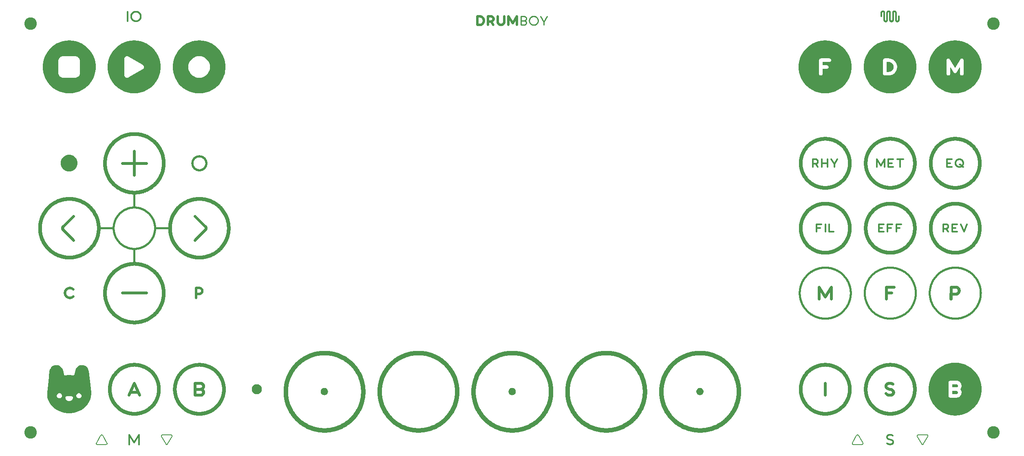
<source format=gbr>
G04 EAGLE Gerber RS-274X export*
G75*
%MOMM*%
%FSLAX34Y34*%
%LPD*%
%INSoldermask Top*%
%IPPOS*%
%AMOC8*
5,1,8,0,0,1.08239X$1,22.5*%
G01*
%ADD10C,2.601600*%
%ADD11C,0.600000*%
%ADD12C,0.650000*%
%ADD13C,0.350000*%
%ADD14C,0.400000*%
%ADD15C,0.500000*%
%ADD16C,0.300000*%
%ADD17C,0.800000*%
%ADD18C,0.900000*%
%ADD19C,0.250000*%
%ADD20C,2.101600*%
%ADD21C,0.200000*%

G36*
X791896Y280385D02*
X791896Y280385D01*
X791900Y280388D01*
X791903Y280385D01*
X798687Y281680D01*
X798690Y281683D01*
X798693Y281681D01*
X805262Y283815D01*
X805265Y283819D01*
X805268Y283818D01*
X811517Y286759D01*
X811520Y286763D01*
X811523Y286762D01*
X817355Y290462D01*
X817356Y290467D01*
X817360Y290466D01*
X822682Y294869D01*
X822683Y294873D01*
X822686Y294873D01*
X827414Y299908D01*
X827415Y299913D01*
X827418Y299913D01*
X831478Y305501D01*
X831478Y305505D01*
X831481Y305506D01*
X834809Y311558D01*
X834808Y311563D01*
X834811Y311564D01*
X837354Y317986D01*
X837353Y317990D01*
X837356Y317992D01*
X839074Y324682D01*
X839072Y324686D01*
X839075Y324688D01*
X839940Y331540D01*
X839938Y331544D01*
X839941Y331547D01*
X839941Y338453D01*
X839938Y338457D01*
X839940Y338460D01*
X839075Y345312D01*
X839071Y345316D01*
X839074Y345318D01*
X837356Y352008D01*
X837352Y352011D01*
X837354Y352014D01*
X834811Y358436D01*
X834807Y358438D01*
X834809Y358442D01*
X831481Y364494D01*
X831477Y364496D01*
X831478Y364499D01*
X827418Y370087D01*
X827414Y370089D01*
X827414Y370092D01*
X822686Y375127D01*
X822681Y375128D01*
X822682Y375131D01*
X817360Y379534D01*
X817355Y379534D01*
X817355Y379538D01*
X811523Y383238D01*
X811518Y383238D01*
X811517Y383241D01*
X805268Y386182D01*
X805263Y386181D01*
X805262Y386185D01*
X798693Y388319D01*
X798689Y388317D01*
X798687Y388320D01*
X791903Y389615D01*
X791898Y389613D01*
X791896Y389615D01*
X785003Y390049D01*
X784999Y390047D01*
X784997Y390049D01*
X778104Y389615D01*
X778100Y389612D01*
X778097Y389615D01*
X771313Y388320D01*
X771310Y388317D01*
X771307Y388319D01*
X764738Y386185D01*
X764735Y386181D01*
X764732Y386182D01*
X758483Y383241D01*
X758480Y383237D01*
X758477Y383238D01*
X752645Y379538D01*
X752644Y379533D01*
X752640Y379534D01*
X747319Y375131D01*
X747317Y375127D01*
X747314Y375127D01*
X742586Y370092D01*
X742585Y370087D01*
X742582Y370087D01*
X738522Y364499D01*
X738522Y364495D01*
X738519Y364494D01*
X735191Y358442D01*
X735192Y358437D01*
X735189Y358436D01*
X732646Y352014D01*
X732647Y352010D01*
X732644Y352008D01*
X732621Y351918D01*
X732583Y351771D01*
X732545Y351623D01*
X732507Y351475D01*
X732469Y351327D01*
X732330Y350786D01*
X732292Y350638D01*
X732254Y350490D01*
X732217Y350342D01*
X732216Y350342D01*
X732179Y350195D01*
X732141Y350047D01*
X731964Y349357D01*
X731926Y349210D01*
X731888Y349062D01*
X731850Y348914D01*
X731812Y348766D01*
X731774Y348619D01*
X731635Y348077D01*
X731597Y347929D01*
X731559Y347781D01*
X731521Y347634D01*
X731483Y347486D01*
X731445Y347338D01*
X731306Y346796D01*
X731268Y346649D01*
X731230Y346501D01*
X731192Y346353D01*
X731154Y346205D01*
X731116Y346058D01*
X730939Y345368D01*
X730927Y345318D01*
X730928Y345314D01*
X730925Y345312D01*
X730060Y338460D01*
X730062Y338456D01*
X730059Y338453D01*
X730059Y331547D01*
X730062Y331543D01*
X730060Y331540D01*
X730925Y324688D01*
X730929Y324684D01*
X730927Y324682D01*
X732644Y317992D01*
X732648Y317989D01*
X732646Y317986D01*
X735189Y311564D01*
X735193Y311562D01*
X735191Y311558D01*
X738519Y305506D01*
X738523Y305504D01*
X738522Y305501D01*
X742582Y299913D01*
X742586Y299911D01*
X742586Y299908D01*
X747314Y294873D01*
X747319Y294872D01*
X747319Y294869D01*
X752640Y290466D01*
X752645Y290466D01*
X752645Y290462D01*
X758477Y286762D01*
X758482Y286762D01*
X758483Y286759D01*
X764732Y283818D01*
X764737Y283819D01*
X764738Y283815D01*
X771307Y281681D01*
X771311Y281683D01*
X771313Y281680D01*
X778097Y280385D01*
X778102Y280387D01*
X778104Y280385D01*
X784997Y279951D01*
X785001Y279953D01*
X785003Y279951D01*
X791896Y280385D01*
G37*
G36*
X656896Y280385D02*
X656896Y280385D01*
X656900Y280388D01*
X656903Y280385D01*
X663687Y281680D01*
X663690Y281683D01*
X663693Y281681D01*
X670262Y283815D01*
X670265Y283819D01*
X670268Y283818D01*
X676517Y286759D01*
X676520Y286763D01*
X676523Y286762D01*
X682355Y290462D01*
X682356Y290467D01*
X682360Y290466D01*
X687682Y294869D01*
X687683Y294873D01*
X687686Y294873D01*
X692414Y299908D01*
X692415Y299913D01*
X692418Y299913D01*
X696478Y305501D01*
X696478Y305505D01*
X696481Y305506D01*
X699809Y311558D01*
X699808Y311563D01*
X699811Y311564D01*
X702354Y317986D01*
X702353Y317990D01*
X702356Y317992D01*
X704074Y324682D01*
X704072Y324686D01*
X704075Y324688D01*
X704940Y331540D01*
X704938Y331544D01*
X704941Y331547D01*
X704941Y338453D01*
X704938Y338457D01*
X704940Y338460D01*
X704075Y345312D01*
X704071Y345316D01*
X704074Y345318D01*
X702356Y352008D01*
X702352Y352011D01*
X702354Y352014D01*
X699811Y358436D01*
X699807Y358438D01*
X699809Y358442D01*
X696481Y364494D01*
X696477Y364496D01*
X696478Y364499D01*
X692418Y370087D01*
X692414Y370089D01*
X692414Y370092D01*
X687686Y375127D01*
X687681Y375128D01*
X687682Y375131D01*
X682360Y379534D01*
X682355Y379534D01*
X682355Y379538D01*
X676523Y383238D01*
X676518Y383238D01*
X676517Y383241D01*
X670268Y386182D01*
X670263Y386181D01*
X670262Y386185D01*
X663693Y388319D01*
X663689Y388317D01*
X663687Y388320D01*
X656903Y389615D01*
X656898Y389613D01*
X656896Y389615D01*
X650003Y390049D01*
X649999Y390047D01*
X649997Y390049D01*
X643104Y389615D01*
X643100Y389612D01*
X643097Y389615D01*
X636313Y388320D01*
X636310Y388317D01*
X636307Y388319D01*
X629738Y386185D01*
X629735Y386181D01*
X629732Y386182D01*
X623483Y383241D01*
X623480Y383237D01*
X623477Y383238D01*
X617645Y379538D01*
X617644Y379533D01*
X617640Y379534D01*
X612319Y375131D01*
X612317Y375127D01*
X612314Y375127D01*
X607586Y370092D01*
X607585Y370087D01*
X607582Y370087D01*
X603522Y364499D01*
X603522Y364495D01*
X603519Y364494D01*
X600191Y358442D01*
X600192Y358437D01*
X600189Y358436D01*
X597646Y352014D01*
X597647Y352010D01*
X597644Y352008D01*
X597621Y351918D01*
X597583Y351771D01*
X597545Y351623D01*
X597507Y351475D01*
X597469Y351327D01*
X597330Y350786D01*
X597292Y350638D01*
X597254Y350490D01*
X597217Y350342D01*
X597216Y350342D01*
X597179Y350195D01*
X597141Y350047D01*
X596964Y349357D01*
X596926Y349210D01*
X596888Y349062D01*
X596850Y348914D01*
X596812Y348766D01*
X596774Y348619D01*
X596635Y348077D01*
X596597Y347929D01*
X596559Y347781D01*
X596521Y347634D01*
X596483Y347486D01*
X596445Y347338D01*
X596306Y346796D01*
X596268Y346649D01*
X596230Y346501D01*
X596192Y346353D01*
X596154Y346205D01*
X596116Y346058D01*
X595939Y345368D01*
X595927Y345318D01*
X595928Y345314D01*
X595925Y345312D01*
X595060Y338460D01*
X595062Y338456D01*
X595059Y338453D01*
X595059Y331547D01*
X595062Y331543D01*
X595060Y331540D01*
X595925Y324688D01*
X595929Y324684D01*
X595927Y324682D01*
X597644Y317992D01*
X597648Y317989D01*
X597646Y317986D01*
X600189Y311564D01*
X600193Y311562D01*
X600191Y311558D01*
X603519Y305506D01*
X603523Y305504D01*
X603522Y305501D01*
X607582Y299913D01*
X607586Y299911D01*
X607586Y299908D01*
X612314Y294873D01*
X612319Y294872D01*
X612319Y294869D01*
X617640Y290466D01*
X617645Y290466D01*
X617645Y290462D01*
X623477Y286762D01*
X623482Y286762D01*
X623483Y286759D01*
X629732Y283818D01*
X629737Y283819D01*
X629738Y283815D01*
X636307Y281681D01*
X636311Y281683D01*
X636313Y281680D01*
X643097Y280385D01*
X643102Y280387D01*
X643104Y280385D01*
X649997Y279951D01*
X650001Y279953D01*
X650003Y279951D01*
X656896Y280385D01*
G37*
G36*
X926896Y-389615D02*
X926896Y-389615D01*
X926900Y-389612D01*
X926903Y-389615D01*
X933687Y-388320D01*
X933690Y-388317D01*
X933693Y-388319D01*
X940262Y-386185D01*
X940265Y-386181D01*
X940268Y-386182D01*
X946517Y-383241D01*
X946520Y-383237D01*
X946523Y-383238D01*
X952355Y-379538D01*
X952356Y-379533D01*
X952360Y-379534D01*
X957682Y-375131D01*
X957683Y-375127D01*
X957686Y-375127D01*
X962414Y-370092D01*
X962415Y-370087D01*
X962418Y-370087D01*
X966478Y-364499D01*
X966478Y-364495D01*
X966481Y-364494D01*
X969809Y-358442D01*
X969808Y-358437D01*
X969811Y-358436D01*
X972354Y-352014D01*
X972353Y-352010D01*
X972356Y-352008D01*
X974074Y-345318D01*
X974072Y-345314D01*
X974075Y-345312D01*
X974940Y-338460D01*
X974938Y-338456D01*
X974941Y-338453D01*
X974941Y-331547D01*
X974938Y-331543D01*
X974940Y-331540D01*
X974075Y-324688D01*
X974071Y-324684D01*
X974074Y-324682D01*
X972356Y-317992D01*
X972352Y-317989D01*
X972354Y-317986D01*
X969811Y-311564D01*
X969807Y-311562D01*
X969809Y-311558D01*
X966481Y-305506D01*
X966477Y-305504D01*
X966478Y-305501D01*
X962418Y-299913D01*
X962414Y-299911D01*
X962414Y-299908D01*
X957686Y-294873D01*
X957681Y-294872D01*
X957682Y-294869D01*
X952360Y-290466D01*
X952355Y-290466D01*
X952355Y-290462D01*
X946523Y-286762D01*
X946518Y-286762D01*
X946517Y-286759D01*
X940268Y-283818D01*
X940263Y-283819D01*
X940262Y-283815D01*
X933693Y-281681D01*
X933689Y-281683D01*
X933687Y-281680D01*
X926903Y-280385D01*
X926898Y-280387D01*
X926896Y-280385D01*
X920003Y-279951D01*
X919999Y-279953D01*
X919997Y-279951D01*
X913104Y-280385D01*
X913100Y-280388D01*
X913097Y-280385D01*
X906313Y-281680D01*
X906310Y-281683D01*
X906307Y-281681D01*
X899738Y-283815D01*
X899735Y-283819D01*
X899732Y-283818D01*
X893483Y-286759D01*
X893480Y-286763D01*
X893477Y-286762D01*
X887645Y-290462D01*
X887644Y-290467D01*
X887640Y-290466D01*
X882319Y-294869D01*
X882317Y-294873D01*
X882314Y-294873D01*
X877586Y-299908D01*
X877585Y-299913D01*
X877582Y-299913D01*
X873522Y-305501D01*
X873522Y-305505D01*
X873519Y-305506D01*
X870191Y-311558D01*
X870192Y-311563D01*
X870189Y-311564D01*
X867646Y-317986D01*
X867647Y-317990D01*
X867644Y-317992D01*
X867621Y-318082D01*
X867583Y-318229D01*
X867545Y-318377D01*
X867507Y-318525D01*
X867469Y-318673D01*
X867330Y-319214D01*
X867292Y-319362D01*
X867254Y-319510D01*
X867217Y-319658D01*
X867216Y-319658D01*
X867179Y-319805D01*
X867141Y-319953D01*
X866964Y-320643D01*
X866926Y-320790D01*
X866888Y-320938D01*
X866850Y-321086D01*
X866812Y-321234D01*
X866774Y-321381D01*
X866635Y-321923D01*
X866597Y-322071D01*
X866559Y-322219D01*
X866521Y-322366D01*
X866483Y-322514D01*
X866445Y-322662D01*
X866306Y-323204D01*
X866268Y-323351D01*
X866230Y-323499D01*
X866192Y-323647D01*
X866154Y-323795D01*
X866116Y-323942D01*
X865939Y-324632D01*
X865927Y-324682D01*
X865928Y-324686D01*
X865925Y-324688D01*
X865060Y-331540D01*
X865062Y-331544D01*
X865059Y-331547D01*
X865059Y-338453D01*
X865062Y-338457D01*
X865060Y-338460D01*
X865925Y-345312D01*
X865929Y-345316D01*
X865927Y-345318D01*
X867644Y-352008D01*
X867648Y-352011D01*
X867646Y-352014D01*
X870189Y-358436D01*
X870193Y-358438D01*
X870191Y-358442D01*
X873519Y-364494D01*
X873523Y-364496D01*
X873522Y-364499D01*
X877582Y-370087D01*
X877586Y-370089D01*
X877586Y-370092D01*
X882314Y-375127D01*
X882319Y-375128D01*
X882319Y-375131D01*
X887640Y-379534D01*
X887645Y-379534D01*
X887645Y-379538D01*
X893477Y-383238D01*
X893482Y-383238D01*
X893483Y-383241D01*
X899732Y-386182D01*
X899737Y-386181D01*
X899738Y-386185D01*
X906307Y-388319D01*
X906311Y-388317D01*
X906313Y-388320D01*
X913097Y-389615D01*
X913102Y-389613D01*
X913104Y-389615D01*
X919997Y-390049D01*
X920001Y-390047D01*
X920003Y-390049D01*
X926896Y-389615D01*
G37*
G36*
X-643104Y280385D02*
X-643104Y280385D01*
X-643100Y280388D01*
X-643097Y280385D01*
X-636313Y281680D01*
X-636310Y281683D01*
X-636307Y281681D01*
X-629738Y283815D01*
X-629735Y283819D01*
X-629732Y283818D01*
X-623483Y286759D01*
X-623480Y286763D01*
X-623477Y286762D01*
X-617645Y290462D01*
X-617644Y290467D01*
X-617640Y290466D01*
X-612319Y294869D01*
X-612317Y294873D01*
X-612314Y294873D01*
X-607586Y299908D01*
X-607585Y299913D01*
X-607582Y299913D01*
X-603522Y305501D01*
X-603522Y305505D01*
X-603519Y305506D01*
X-600191Y311558D01*
X-600192Y311563D01*
X-600189Y311564D01*
X-597646Y317986D01*
X-597647Y317990D01*
X-597644Y317992D01*
X-597640Y318008D01*
X-597602Y318155D01*
X-597564Y318303D01*
X-597526Y318451D01*
X-597488Y318599D01*
X-597349Y319140D01*
X-597311Y319288D01*
X-597273Y319436D01*
X-597236Y319584D01*
X-597235Y319584D01*
X-597198Y319731D01*
X-597160Y319879D01*
X-597021Y320421D01*
X-596983Y320569D01*
X-596945Y320716D01*
X-596907Y320864D01*
X-596869Y321012D01*
X-596831Y321160D01*
X-596793Y321307D01*
X-596654Y321849D01*
X-596616Y321997D01*
X-596578Y322145D01*
X-596540Y322292D01*
X-596502Y322440D01*
X-596464Y322588D01*
X-596325Y323130D01*
X-596287Y323277D01*
X-596249Y323425D01*
X-596211Y323573D01*
X-596173Y323721D01*
X-596135Y323868D01*
X-595996Y324410D01*
X-595958Y324558D01*
X-595927Y324682D01*
X-595928Y324686D01*
X-595925Y324688D01*
X-595060Y331540D01*
X-595062Y331544D01*
X-595059Y331547D01*
X-595059Y338453D01*
X-595062Y338457D01*
X-595060Y338460D01*
X-595925Y345312D01*
X-595929Y345316D01*
X-595927Y345318D01*
X-597644Y352008D01*
X-597648Y352011D01*
X-597646Y352014D01*
X-600189Y358436D01*
X-600193Y358438D01*
X-600191Y358442D01*
X-603519Y364494D01*
X-603523Y364496D01*
X-603522Y364499D01*
X-607582Y370087D01*
X-607586Y370089D01*
X-607586Y370092D01*
X-612314Y375127D01*
X-612319Y375128D01*
X-612319Y375131D01*
X-617640Y379534D01*
X-617645Y379534D01*
X-617645Y379538D01*
X-623477Y383238D01*
X-623482Y383238D01*
X-623483Y383241D01*
X-629732Y386182D01*
X-629737Y386181D01*
X-629738Y386185D01*
X-636307Y388319D01*
X-636311Y388317D01*
X-636313Y388320D01*
X-643097Y389615D01*
X-643102Y389613D01*
X-643104Y389615D01*
X-649997Y390049D01*
X-650001Y390047D01*
X-650003Y390049D01*
X-656896Y389615D01*
X-656900Y389612D01*
X-656903Y389615D01*
X-663687Y388320D01*
X-663690Y388317D01*
X-663693Y388319D01*
X-670262Y386185D01*
X-670265Y386181D01*
X-670268Y386182D01*
X-676517Y383241D01*
X-676520Y383237D01*
X-676523Y383238D01*
X-682355Y379538D01*
X-682356Y379533D01*
X-682360Y379534D01*
X-687682Y375131D01*
X-687683Y375127D01*
X-687686Y375127D01*
X-692414Y370092D01*
X-692415Y370087D01*
X-692418Y370087D01*
X-696478Y364499D01*
X-696478Y364495D01*
X-696481Y364494D01*
X-699809Y358442D01*
X-699808Y358437D01*
X-699811Y358436D01*
X-702354Y352014D01*
X-702353Y352010D01*
X-702356Y352008D01*
X-704074Y345318D01*
X-704072Y345314D01*
X-704075Y345312D01*
X-704940Y338460D01*
X-704938Y338456D01*
X-704941Y338453D01*
X-704941Y331547D01*
X-704938Y331543D01*
X-704940Y331540D01*
X-704075Y324688D01*
X-704071Y324684D01*
X-704074Y324682D01*
X-702356Y317992D01*
X-702352Y317989D01*
X-702354Y317986D01*
X-699811Y311564D01*
X-699807Y311562D01*
X-699809Y311558D01*
X-696481Y305506D01*
X-696477Y305504D01*
X-696478Y305501D01*
X-692418Y299913D01*
X-692414Y299911D01*
X-692414Y299908D01*
X-687686Y294873D01*
X-687681Y294872D01*
X-687682Y294869D01*
X-682360Y290466D01*
X-682355Y290466D01*
X-682355Y290462D01*
X-676523Y286762D01*
X-676518Y286762D01*
X-676517Y286759D01*
X-670268Y283818D01*
X-670263Y283819D01*
X-670262Y283815D01*
X-663693Y281681D01*
X-663689Y281683D01*
X-663687Y281680D01*
X-656903Y280385D01*
X-656898Y280387D01*
X-656896Y280385D01*
X-650003Y279951D01*
X-649999Y279953D01*
X-649997Y279951D01*
X-643104Y280385D01*
G37*
G36*
X-913104Y280385D02*
X-913104Y280385D01*
X-913100Y280388D01*
X-913097Y280385D01*
X-906313Y281680D01*
X-906310Y281683D01*
X-906307Y281681D01*
X-899738Y283815D01*
X-899735Y283819D01*
X-899732Y283818D01*
X-893483Y286759D01*
X-893480Y286763D01*
X-893477Y286762D01*
X-887645Y290462D01*
X-887644Y290467D01*
X-887640Y290466D01*
X-882319Y294869D01*
X-882317Y294873D01*
X-882314Y294873D01*
X-877586Y299908D01*
X-877585Y299913D01*
X-877582Y299913D01*
X-873522Y305501D01*
X-873522Y305505D01*
X-873519Y305506D01*
X-870191Y311558D01*
X-870192Y311563D01*
X-870189Y311564D01*
X-867646Y317986D01*
X-867647Y317990D01*
X-867644Y317992D01*
X-867640Y318008D01*
X-867602Y318155D01*
X-867564Y318303D01*
X-867526Y318451D01*
X-867488Y318599D01*
X-867349Y319140D01*
X-867311Y319288D01*
X-867273Y319436D01*
X-867236Y319584D01*
X-867235Y319584D01*
X-867198Y319731D01*
X-867160Y319879D01*
X-867021Y320421D01*
X-866983Y320569D01*
X-866945Y320716D01*
X-866907Y320864D01*
X-866869Y321012D01*
X-866831Y321160D01*
X-866793Y321307D01*
X-866654Y321849D01*
X-866616Y321997D01*
X-866578Y322145D01*
X-866540Y322292D01*
X-866502Y322440D01*
X-866464Y322588D01*
X-866325Y323130D01*
X-866287Y323277D01*
X-866249Y323425D01*
X-866211Y323573D01*
X-866173Y323721D01*
X-866135Y323868D01*
X-865996Y324410D01*
X-865958Y324558D01*
X-865927Y324682D01*
X-865928Y324686D01*
X-865925Y324688D01*
X-865060Y331540D01*
X-865062Y331544D01*
X-865059Y331547D01*
X-865059Y338453D01*
X-865062Y338457D01*
X-865060Y338460D01*
X-865925Y345312D01*
X-865929Y345316D01*
X-865927Y345318D01*
X-867644Y352008D01*
X-867648Y352011D01*
X-867646Y352014D01*
X-870189Y358436D01*
X-870193Y358438D01*
X-870191Y358442D01*
X-873519Y364494D01*
X-873523Y364496D01*
X-873522Y364499D01*
X-877582Y370087D01*
X-877586Y370089D01*
X-877586Y370092D01*
X-882314Y375127D01*
X-882319Y375128D01*
X-882319Y375131D01*
X-887640Y379534D01*
X-887645Y379534D01*
X-887645Y379538D01*
X-893477Y383238D01*
X-893482Y383238D01*
X-893483Y383241D01*
X-899732Y386182D01*
X-899737Y386181D01*
X-899738Y386185D01*
X-906307Y388319D01*
X-906311Y388317D01*
X-906313Y388320D01*
X-913097Y389615D01*
X-913102Y389613D01*
X-913104Y389615D01*
X-919997Y390049D01*
X-920001Y390047D01*
X-920003Y390049D01*
X-926896Y389615D01*
X-926900Y389612D01*
X-926903Y389615D01*
X-933687Y388320D01*
X-933690Y388317D01*
X-933693Y388319D01*
X-940262Y386185D01*
X-940265Y386181D01*
X-940268Y386182D01*
X-946517Y383241D01*
X-946520Y383237D01*
X-946523Y383238D01*
X-952355Y379538D01*
X-952356Y379533D01*
X-952360Y379534D01*
X-957682Y375131D01*
X-957683Y375127D01*
X-957686Y375127D01*
X-962414Y370092D01*
X-962415Y370087D01*
X-962418Y370087D01*
X-966478Y364499D01*
X-966478Y364495D01*
X-966481Y364494D01*
X-969809Y358442D01*
X-969808Y358437D01*
X-969811Y358436D01*
X-972354Y352014D01*
X-972353Y352010D01*
X-972356Y352008D01*
X-974074Y345318D01*
X-974072Y345314D01*
X-974075Y345312D01*
X-974940Y338460D01*
X-974938Y338456D01*
X-974941Y338453D01*
X-974941Y331547D01*
X-974938Y331543D01*
X-974940Y331540D01*
X-974075Y324688D01*
X-974071Y324684D01*
X-974074Y324682D01*
X-972356Y317992D01*
X-972352Y317989D01*
X-972354Y317986D01*
X-969811Y311564D01*
X-969807Y311562D01*
X-969809Y311558D01*
X-966481Y305506D01*
X-966477Y305504D01*
X-966478Y305501D01*
X-962418Y299913D01*
X-962414Y299911D01*
X-962414Y299908D01*
X-957686Y294873D01*
X-957681Y294872D01*
X-957682Y294869D01*
X-952360Y290466D01*
X-952355Y290466D01*
X-952355Y290462D01*
X-946523Y286762D01*
X-946518Y286762D01*
X-946517Y286759D01*
X-940268Y283818D01*
X-940263Y283819D01*
X-940262Y283815D01*
X-933693Y281681D01*
X-933689Y281683D01*
X-933687Y281680D01*
X-926903Y280385D01*
X-926898Y280387D01*
X-926896Y280385D01*
X-920003Y279951D01*
X-919999Y279953D01*
X-919997Y279951D01*
X-913104Y280385D01*
G37*
G36*
X-778104Y280385D02*
X-778104Y280385D01*
X-778100Y280388D01*
X-778097Y280385D01*
X-771313Y281680D01*
X-771310Y281683D01*
X-771307Y281681D01*
X-764738Y283815D01*
X-764735Y283819D01*
X-764732Y283818D01*
X-758483Y286759D01*
X-758480Y286763D01*
X-758477Y286762D01*
X-752645Y290462D01*
X-752644Y290467D01*
X-752640Y290466D01*
X-747319Y294869D01*
X-747317Y294873D01*
X-747314Y294873D01*
X-742586Y299908D01*
X-742585Y299913D01*
X-742582Y299913D01*
X-738522Y305501D01*
X-738522Y305505D01*
X-738519Y305506D01*
X-735191Y311558D01*
X-735192Y311563D01*
X-735189Y311564D01*
X-732646Y317986D01*
X-732647Y317990D01*
X-732644Y317992D01*
X-732640Y318008D01*
X-732602Y318155D01*
X-732564Y318303D01*
X-732526Y318451D01*
X-732488Y318599D01*
X-732349Y319140D01*
X-732311Y319288D01*
X-732273Y319436D01*
X-732236Y319584D01*
X-732235Y319584D01*
X-732198Y319731D01*
X-732160Y319879D01*
X-732021Y320421D01*
X-731983Y320569D01*
X-731945Y320716D01*
X-731907Y320864D01*
X-731869Y321012D01*
X-731831Y321160D01*
X-731793Y321307D01*
X-731654Y321849D01*
X-731616Y321997D01*
X-731578Y322145D01*
X-731540Y322292D01*
X-731502Y322440D01*
X-731464Y322588D01*
X-731325Y323130D01*
X-731287Y323277D01*
X-731249Y323425D01*
X-731211Y323573D01*
X-731173Y323721D01*
X-731135Y323868D01*
X-730996Y324410D01*
X-730958Y324558D01*
X-730927Y324682D01*
X-730928Y324686D01*
X-730925Y324688D01*
X-730060Y331540D01*
X-730062Y331544D01*
X-730059Y331547D01*
X-730059Y338453D01*
X-730062Y338457D01*
X-730060Y338460D01*
X-730925Y345312D01*
X-730929Y345316D01*
X-730927Y345318D01*
X-732644Y352008D01*
X-732648Y352011D01*
X-732646Y352014D01*
X-735189Y358436D01*
X-735193Y358438D01*
X-735191Y358442D01*
X-738519Y364494D01*
X-738523Y364496D01*
X-738522Y364499D01*
X-742582Y370087D01*
X-742586Y370089D01*
X-742586Y370092D01*
X-747314Y375127D01*
X-747319Y375128D01*
X-747319Y375131D01*
X-752640Y379534D01*
X-752645Y379534D01*
X-752645Y379538D01*
X-758477Y383238D01*
X-758482Y383238D01*
X-758483Y383241D01*
X-764732Y386182D01*
X-764737Y386181D01*
X-764738Y386185D01*
X-771307Y388319D01*
X-771311Y388317D01*
X-771313Y388320D01*
X-778097Y389615D01*
X-778102Y389613D01*
X-778104Y389615D01*
X-784997Y390049D01*
X-785001Y390047D01*
X-785003Y390049D01*
X-791896Y389615D01*
X-791900Y389612D01*
X-791903Y389615D01*
X-798687Y388320D01*
X-798690Y388317D01*
X-798693Y388319D01*
X-805262Y386185D01*
X-805265Y386181D01*
X-805268Y386182D01*
X-811517Y383241D01*
X-811520Y383237D01*
X-811523Y383238D01*
X-817355Y379538D01*
X-817356Y379533D01*
X-817360Y379534D01*
X-822682Y375131D01*
X-822683Y375127D01*
X-822686Y375127D01*
X-827414Y370092D01*
X-827415Y370087D01*
X-827418Y370087D01*
X-831478Y364499D01*
X-831478Y364495D01*
X-831481Y364494D01*
X-834809Y358442D01*
X-834808Y358437D01*
X-834811Y358436D01*
X-837354Y352014D01*
X-837353Y352010D01*
X-837356Y352008D01*
X-839074Y345318D01*
X-839072Y345314D01*
X-839075Y345312D01*
X-839940Y338460D01*
X-839938Y338456D01*
X-839941Y338453D01*
X-839941Y331547D01*
X-839938Y331543D01*
X-839940Y331540D01*
X-839075Y324688D01*
X-839071Y324684D01*
X-839074Y324682D01*
X-837356Y317992D01*
X-837352Y317989D01*
X-837354Y317986D01*
X-834811Y311564D01*
X-834807Y311562D01*
X-834809Y311558D01*
X-831481Y305506D01*
X-831477Y305504D01*
X-831478Y305501D01*
X-827418Y299913D01*
X-827414Y299911D01*
X-827414Y299908D01*
X-822686Y294873D01*
X-822681Y294872D01*
X-822682Y294869D01*
X-817360Y290466D01*
X-817355Y290466D01*
X-817355Y290462D01*
X-811523Y286762D01*
X-811518Y286762D01*
X-811517Y286759D01*
X-805268Y283818D01*
X-805263Y283819D01*
X-805262Y283815D01*
X-798693Y281681D01*
X-798689Y281683D01*
X-798687Y281680D01*
X-791903Y280385D01*
X-791898Y280387D01*
X-791896Y280385D01*
X-785003Y279951D01*
X-784999Y279953D01*
X-784997Y279951D01*
X-778104Y280385D01*
G37*
G36*
X926896Y280385D02*
X926896Y280385D01*
X926900Y280388D01*
X926903Y280385D01*
X933687Y281680D01*
X933690Y281683D01*
X933693Y281681D01*
X940262Y283815D01*
X940265Y283819D01*
X940268Y283818D01*
X946517Y286759D01*
X946520Y286763D01*
X946523Y286762D01*
X952355Y290462D01*
X952356Y290467D01*
X952360Y290466D01*
X957682Y294869D01*
X957683Y294873D01*
X957686Y294873D01*
X962414Y299908D01*
X962415Y299913D01*
X962418Y299913D01*
X966478Y305501D01*
X966478Y305505D01*
X966481Y305506D01*
X969809Y311558D01*
X969808Y311563D01*
X969811Y311564D01*
X972354Y317986D01*
X972353Y317990D01*
X972356Y317992D01*
X972360Y318008D01*
X972398Y318155D01*
X972436Y318303D01*
X972474Y318451D01*
X972512Y318599D01*
X972651Y319140D01*
X972689Y319288D01*
X972727Y319436D01*
X972765Y319584D01*
X972802Y319731D01*
X972840Y319879D01*
X972979Y320421D01*
X972980Y320421D01*
X973017Y320569D01*
X973055Y320716D01*
X973093Y320864D01*
X973131Y321012D01*
X973169Y321160D01*
X973207Y321307D01*
X973346Y321849D01*
X973384Y321997D01*
X973422Y322145D01*
X973460Y322292D01*
X973498Y322440D01*
X973536Y322588D01*
X973675Y323130D01*
X973713Y323277D01*
X973751Y323425D01*
X973789Y323573D01*
X973827Y323721D01*
X973865Y323868D01*
X974004Y324410D01*
X974042Y324558D01*
X974074Y324682D01*
X974072Y324686D01*
X974075Y324688D01*
X974940Y331540D01*
X974938Y331544D01*
X974941Y331547D01*
X974941Y338453D01*
X974938Y338457D01*
X974940Y338460D01*
X974075Y345312D01*
X974071Y345316D01*
X974074Y345318D01*
X972356Y352008D01*
X972352Y352011D01*
X972354Y352014D01*
X969811Y358436D01*
X969807Y358438D01*
X969809Y358442D01*
X966481Y364494D01*
X966477Y364496D01*
X966478Y364499D01*
X962418Y370087D01*
X962414Y370089D01*
X962414Y370092D01*
X957686Y375127D01*
X957681Y375128D01*
X957682Y375131D01*
X952360Y379534D01*
X952355Y379534D01*
X952355Y379538D01*
X946523Y383238D01*
X946518Y383238D01*
X946517Y383241D01*
X940268Y386182D01*
X940263Y386181D01*
X940262Y386185D01*
X933693Y388319D01*
X933689Y388317D01*
X933687Y388320D01*
X926903Y389615D01*
X926898Y389613D01*
X926896Y389615D01*
X920003Y390049D01*
X919999Y390047D01*
X919997Y390049D01*
X913104Y389615D01*
X913100Y389612D01*
X913097Y389615D01*
X906313Y388320D01*
X906310Y388317D01*
X906307Y388319D01*
X899738Y386185D01*
X899735Y386181D01*
X899732Y386182D01*
X893483Y383241D01*
X893480Y383237D01*
X893477Y383238D01*
X887645Y379538D01*
X887644Y379533D01*
X887640Y379534D01*
X882319Y375131D01*
X882317Y375127D01*
X882314Y375127D01*
X877586Y370092D01*
X877585Y370087D01*
X877582Y370087D01*
X873522Y364499D01*
X873522Y364495D01*
X873519Y364494D01*
X870191Y358442D01*
X870192Y358437D01*
X870189Y358436D01*
X867646Y352014D01*
X867647Y352010D01*
X867644Y352008D01*
X867621Y351918D01*
X867583Y351771D01*
X867545Y351623D01*
X867507Y351475D01*
X867469Y351327D01*
X867330Y350786D01*
X867292Y350638D01*
X867254Y350490D01*
X867217Y350342D01*
X867216Y350342D01*
X867179Y350195D01*
X867141Y350047D01*
X866964Y349357D01*
X866926Y349210D01*
X866888Y349062D01*
X866850Y348914D01*
X866812Y348766D01*
X866774Y348619D01*
X866635Y348077D01*
X866597Y347929D01*
X866559Y347781D01*
X866521Y347634D01*
X866483Y347486D01*
X866445Y347338D01*
X866306Y346796D01*
X866268Y346649D01*
X866230Y346501D01*
X866192Y346353D01*
X866154Y346205D01*
X866116Y346058D01*
X865939Y345368D01*
X865927Y345318D01*
X865928Y345314D01*
X865925Y345312D01*
X865060Y338460D01*
X865062Y338456D01*
X865059Y338453D01*
X865059Y331547D01*
X865062Y331543D01*
X865060Y331540D01*
X865925Y324688D01*
X865929Y324684D01*
X865927Y324682D01*
X867644Y317992D01*
X867648Y317989D01*
X867646Y317986D01*
X870189Y311564D01*
X870193Y311562D01*
X870191Y311558D01*
X873519Y305506D01*
X873523Y305504D01*
X873522Y305501D01*
X877582Y299913D01*
X877586Y299911D01*
X877586Y299908D01*
X882314Y294873D01*
X882319Y294872D01*
X882319Y294869D01*
X887640Y290466D01*
X887645Y290466D01*
X887645Y290462D01*
X893477Y286762D01*
X893482Y286762D01*
X893483Y286759D01*
X899732Y283818D01*
X899737Y283819D01*
X899738Y283815D01*
X906307Y281681D01*
X906311Y281683D01*
X906313Y281680D01*
X913097Y280385D01*
X913102Y280387D01*
X913104Y280385D01*
X919997Y279951D01*
X920001Y279953D01*
X920003Y279951D01*
X926896Y280385D01*
G37*
G36*
X-917035Y-384957D02*
X-917035Y-384957D01*
X-917033Y-384959D01*
X-911149Y-384279D01*
X-911146Y-384276D01*
X-911144Y-384278D01*
X-906804Y-383321D01*
X-906802Y-383318D01*
X-906800Y-383319D01*
X-902563Y-381980D01*
X-902561Y-381977D01*
X-902559Y-381979D01*
X-898459Y-380259D01*
X-898457Y-380256D01*
X-898455Y-380257D01*
X-894529Y-378170D01*
X-894527Y-378167D01*
X-894525Y-378167D01*
X-890819Y-375716D01*
X-890817Y-375712D01*
X-890815Y-375713D01*
X-887370Y-372905D01*
X-887370Y-372901D01*
X-887367Y-372902D01*
X-884225Y-369756D01*
X-884224Y-369752D01*
X-884221Y-369752D01*
X-881424Y-366296D01*
X-881424Y-366292D01*
X-881421Y-366292D01*
X-879019Y-362554D01*
X-879020Y-362550D01*
X-879017Y-362549D01*
X-877056Y-358562D01*
X-877057Y-358558D01*
X-877054Y-358557D01*
X-875810Y-355166D01*
X-875811Y-355163D01*
X-875808Y-355162D01*
X-874896Y-351666D01*
X-874898Y-351663D01*
X-874896Y-351662D01*
X-874530Y-349635D01*
X-874531Y-349633D01*
X-874529Y-349632D01*
X-874267Y-347459D01*
X-874268Y-347457D01*
X-874267Y-347456D01*
X-874134Y-345272D01*
X-874135Y-345270D01*
X-874134Y-345269D01*
X-874132Y-343221D01*
X-874134Y-343219D01*
X-874132Y-343218D01*
X-874257Y-341174D01*
X-874258Y-341173D01*
X-874258Y-341172D01*
X-874279Y-340964D01*
X-874300Y-340756D01*
X-874300Y-340755D01*
X-876740Y-319304D01*
X-879179Y-297854D01*
X-879181Y-297852D01*
X-879179Y-297850D01*
X-879629Y-295387D01*
X-879634Y-295383D01*
X-879631Y-295379D01*
X-880508Y-293033D01*
X-880513Y-293030D01*
X-880511Y-293026D01*
X-881787Y-290871D01*
X-881793Y-290869D01*
X-881792Y-290864D01*
X-883427Y-288968D01*
X-883434Y-288966D01*
X-883433Y-288962D01*
X-885377Y-287383D01*
X-885383Y-287383D01*
X-885384Y-287378D01*
X-887575Y-286166D01*
X-887581Y-286167D01*
X-887583Y-286162D01*
X-889953Y-285355D01*
X-889959Y-285357D01*
X-889961Y-285353D01*
X-892437Y-284976D01*
X-892442Y-284979D01*
X-892445Y-284975D01*
X-894948Y-285040D01*
X-894953Y-285044D01*
X-894957Y-285040D01*
X-897410Y-285544D01*
X-897414Y-285549D01*
X-897418Y-285547D01*
X-899743Y-286475D01*
X-899747Y-286481D01*
X-899751Y-286479D01*
X-901877Y-287802D01*
X-901879Y-287808D01*
X-901884Y-287807D01*
X-903744Y-289483D01*
X-903745Y-289490D01*
X-903750Y-289490D01*
X-905285Y-291468D01*
X-905285Y-291474D01*
X-905290Y-291475D01*
X-906453Y-293692D01*
X-906452Y-293699D01*
X-906456Y-293700D01*
X-907211Y-296087D01*
X-907210Y-296090D01*
X-907212Y-296091D01*
X-907250Y-296256D01*
X-907290Y-296419D01*
X-908168Y-300100D01*
X-909046Y-303779D01*
X-909327Y-304534D01*
X-909781Y-305196D01*
X-910382Y-305728D01*
X-911095Y-306098D01*
X-911876Y-306283D01*
X-912683Y-306273D01*
X-917551Y-305835D01*
X-917554Y-305837D01*
X-917555Y-305835D01*
X-922445Y-305835D01*
X-922448Y-305837D01*
X-922449Y-305835D01*
X-927318Y-306273D01*
X-928125Y-306283D01*
X-928906Y-306097D01*
X-929619Y-305727D01*
X-930221Y-305196D01*
X-930676Y-304534D01*
X-930958Y-303778D01*
X-931833Y-300100D01*
X-932710Y-296419D01*
X-932711Y-296419D01*
X-932710Y-296419D01*
X-932750Y-296256D01*
X-932788Y-296091D01*
X-932790Y-296089D01*
X-932789Y-296087D01*
X-933544Y-293700D01*
X-933549Y-293697D01*
X-933547Y-293692D01*
X-934711Y-291476D01*
X-934717Y-291473D01*
X-934716Y-291468D01*
X-936251Y-289491D01*
X-936257Y-289489D01*
X-936257Y-289485D01*
X-938117Y-287808D01*
X-938123Y-287808D01*
X-938124Y-287803D01*
X-940249Y-286481D01*
X-940256Y-286481D01*
X-940257Y-286477D01*
X-942583Y-285549D01*
X-942589Y-285551D01*
X-942591Y-285546D01*
X-945043Y-285043D01*
X-945049Y-285045D01*
X-945052Y-285042D01*
X-947555Y-284977D01*
X-947560Y-284981D01*
X-947563Y-284978D01*
X-950038Y-285355D01*
X-950043Y-285360D01*
X-950047Y-285357D01*
X-952417Y-286164D01*
X-952420Y-286170D01*
X-952425Y-286168D01*
X-954615Y-287380D01*
X-954618Y-287386D01*
X-954623Y-287384D01*
X-956566Y-288963D01*
X-956568Y-288969D01*
X-956572Y-288969D01*
X-958207Y-290865D01*
X-958208Y-290872D01*
X-958212Y-290872D01*
X-959488Y-293026D01*
X-959488Y-293031D01*
X-959490Y-293033D01*
X-959492Y-293034D01*
X-960368Y-295379D01*
X-960367Y-295385D01*
X-960371Y-295388D01*
X-960821Y-297850D01*
X-960820Y-297853D01*
X-960821Y-297854D01*
X-963261Y-319304D01*
X-965700Y-340755D01*
X-965723Y-340963D01*
X-965723Y-340964D01*
X-965743Y-341172D01*
X-965742Y-341173D01*
X-965743Y-341174D01*
X-965868Y-343220D01*
X-965867Y-343222D01*
X-965868Y-343223D01*
X-965866Y-345273D01*
X-965865Y-345274D01*
X-965866Y-345276D01*
X-965733Y-347460D01*
X-965732Y-347462D01*
X-965733Y-347463D01*
X-965302Y-350651D01*
X-965301Y-350652D01*
X-965302Y-350654D01*
X-965105Y-351663D01*
X-965103Y-351665D01*
X-965104Y-351666D01*
X-964190Y-355167D01*
X-964187Y-355170D01*
X-964188Y-355172D01*
X-962939Y-358568D01*
X-962935Y-358570D01*
X-962937Y-358573D01*
X-960978Y-362559D01*
X-960974Y-362561D01*
X-960975Y-362564D01*
X-958573Y-366301D01*
X-958569Y-366303D01*
X-958570Y-366306D01*
X-955773Y-369761D01*
X-955769Y-369762D01*
X-955769Y-369764D01*
X-952626Y-372909D01*
X-952622Y-372909D01*
X-952623Y-372912D01*
X-949179Y-375718D01*
X-949176Y-375718D01*
X-949175Y-375721D01*
X-945470Y-378171D01*
X-945466Y-378170D01*
X-945466Y-378173D01*
X-941541Y-380259D01*
X-941537Y-380258D01*
X-941537Y-380261D01*
X-937438Y-381979D01*
X-937434Y-381978D01*
X-937433Y-381980D01*
X-933198Y-383319D01*
X-933195Y-383318D01*
X-933194Y-383320D01*
X-928856Y-384278D01*
X-928853Y-384276D01*
X-928851Y-384278D01*
X-922967Y-384959D01*
X-922964Y-384957D01*
X-922962Y-384959D01*
X-917038Y-384959D01*
X-917035Y-384957D01*
G37*
%LPC*%
G36*
X-932498Y312549D02*
X-932498Y312549D01*
X-934228Y312701D01*
X-935903Y313150D01*
X-937475Y313883D01*
X-938896Y314878D01*
X-940123Y316104D01*
X-941117Y317525D01*
X-941851Y319097D01*
X-942299Y320772D01*
X-942451Y322502D01*
X-942451Y347498D01*
X-942299Y349228D01*
X-941851Y350903D01*
X-941117Y352475D01*
X-940123Y353896D01*
X-938896Y355123D01*
X-937475Y356117D01*
X-935903Y356851D01*
X-934228Y357299D01*
X-932498Y357451D01*
X-907502Y357451D01*
X-905772Y357299D01*
X-904097Y356851D01*
X-902525Y356117D01*
X-901104Y355123D01*
X-899878Y353896D01*
X-898883Y352475D01*
X-898150Y350903D01*
X-897701Y349228D01*
X-897549Y347498D01*
X-897549Y322502D01*
X-897701Y320772D01*
X-897735Y320645D01*
X-897788Y320448D01*
X-897827Y320300D01*
X-897840Y320251D01*
X-897880Y320103D01*
X-897933Y319906D01*
X-897986Y319709D01*
X-898038Y319512D01*
X-898078Y319364D01*
X-898091Y319315D01*
X-898131Y319167D01*
X-898150Y319097D01*
X-898883Y317525D01*
X-899878Y316104D01*
X-901104Y314878D01*
X-902525Y313883D01*
X-904097Y313150D01*
X-905772Y312701D01*
X-907502Y312549D01*
X-932498Y312549D01*
G37*
%LPD*%
%LPC*%
G36*
X-653512Y312826D02*
X-653512Y312826D01*
X-656938Y313648D01*
X-660192Y314996D01*
X-663196Y316837D01*
X-665875Y319125D01*
X-668163Y321804D01*
X-670004Y324808D01*
X-671352Y328062D01*
X-672174Y331488D01*
X-672451Y335000D01*
X-672174Y338512D01*
X-671352Y341938D01*
X-670004Y345192D01*
X-668163Y348196D01*
X-665875Y350875D01*
X-663196Y353163D01*
X-660192Y355004D01*
X-656938Y356352D01*
X-653512Y357174D01*
X-650000Y357451D01*
X-646488Y357174D01*
X-643062Y356352D01*
X-639808Y355004D01*
X-636804Y353163D01*
X-634125Y350875D01*
X-631837Y348196D01*
X-629996Y345192D01*
X-628648Y341938D01*
X-627826Y338512D01*
X-627549Y335000D01*
X-627826Y331488D01*
X-628648Y328062D01*
X-629996Y324808D01*
X-631837Y321804D01*
X-634125Y319125D01*
X-636804Y316837D01*
X-639808Y314996D01*
X-643062Y313648D01*
X-646488Y312826D01*
X-650000Y312549D01*
X-653512Y312826D01*
G37*
%LPD*%
%LPC*%
G36*
X-800384Y312581D02*
X-800384Y312581D01*
X-801474Y312813D01*
X-802491Y313266D01*
X-803392Y313920D01*
X-804137Y314748D01*
X-804694Y315713D01*
X-805038Y316772D01*
X-805155Y317882D01*
X-805155Y352120D01*
X-805011Y353351D01*
X-804588Y354514D01*
X-803908Y355547D01*
X-803008Y356396D01*
X-801937Y357015D01*
X-800752Y357370D01*
X-799517Y357441D01*
X-798299Y357227D01*
X-797160Y356735D01*
X-785025Y349728D01*
X-767511Y339616D01*
X-766517Y338875D01*
X-765722Y337928D01*
X-765167Y336822D01*
X-764881Y335618D01*
X-764881Y334382D01*
X-765167Y333178D01*
X-765722Y332073D01*
X-766517Y331125D01*
X-767511Y330385D01*
X-785025Y320274D01*
X-797161Y313267D01*
X-798181Y312813D01*
X-799270Y312581D01*
X-800384Y312581D01*
G37*
%LPD*%
G36*
X-917259Y117666D02*
X-917259Y117666D01*
X-917254Y117670D01*
X-917251Y117668D01*
X-914581Y118309D01*
X-914577Y118313D01*
X-914573Y118311D01*
X-912036Y119362D01*
X-912033Y119367D01*
X-912029Y119365D01*
X-909688Y120800D01*
X-909686Y120806D01*
X-909682Y120805D01*
X-907594Y122588D01*
X-907592Y122594D01*
X-907588Y122594D01*
X-905805Y124682D01*
X-905804Y124688D01*
X-905800Y124688D01*
X-904365Y127029D01*
X-904366Y127035D01*
X-904362Y127036D01*
X-903311Y129573D01*
X-903312Y129579D01*
X-903309Y129581D01*
X-902668Y132251D01*
X-902670Y132256D01*
X-902666Y132259D01*
X-902451Y134996D01*
X-902454Y135001D01*
X-902451Y135004D01*
X-902666Y137741D01*
X-902670Y137746D01*
X-902668Y137749D01*
X-903309Y140419D01*
X-903313Y140423D01*
X-903311Y140427D01*
X-904362Y142964D01*
X-904367Y142967D01*
X-904365Y142971D01*
X-905800Y145312D01*
X-905806Y145314D01*
X-905805Y145318D01*
X-907588Y147406D01*
X-907594Y147408D01*
X-907594Y147412D01*
X-909682Y149195D01*
X-909688Y149196D01*
X-909688Y149200D01*
X-912029Y150635D01*
X-912035Y150634D01*
X-912036Y150638D01*
X-914573Y151689D01*
X-914579Y151688D01*
X-914581Y151691D01*
X-917251Y152332D01*
X-917256Y152330D01*
X-917259Y152334D01*
X-919996Y152549D01*
X-920001Y152546D01*
X-920004Y152549D01*
X-922741Y152334D01*
X-922746Y152330D01*
X-922749Y152332D01*
X-925419Y151691D01*
X-925423Y151687D01*
X-925427Y151689D01*
X-927964Y150638D01*
X-927967Y150633D01*
X-927971Y150635D01*
X-930312Y149200D01*
X-930314Y149194D01*
X-930318Y149195D01*
X-932406Y147412D01*
X-932408Y147406D01*
X-932412Y147406D01*
X-934195Y145318D01*
X-934196Y145312D01*
X-934200Y145312D01*
X-935635Y142971D01*
X-935634Y142965D01*
X-935638Y142964D01*
X-936689Y140427D01*
X-936688Y140421D01*
X-936691Y140419D01*
X-937332Y137749D01*
X-937330Y137744D01*
X-937334Y137741D01*
X-937549Y135004D01*
X-937546Y134999D01*
X-937549Y134996D01*
X-937334Y132259D01*
X-937330Y132254D01*
X-937332Y132251D01*
X-936691Y129581D01*
X-936687Y129577D01*
X-936689Y129573D01*
X-935638Y127036D01*
X-935633Y127033D01*
X-935635Y127029D01*
X-934200Y124688D01*
X-934194Y124686D01*
X-934195Y124682D01*
X-932412Y122594D01*
X-932406Y122592D01*
X-932406Y122588D01*
X-930318Y120805D01*
X-930312Y120804D01*
X-930312Y120800D01*
X-927971Y119365D01*
X-927965Y119366D01*
X-927964Y119362D01*
X-925427Y118311D01*
X-925421Y118312D01*
X-925419Y118309D01*
X-922749Y117668D01*
X-922744Y117670D01*
X-922741Y117666D01*
X-920004Y117451D01*
X-919999Y117454D01*
X-919996Y117451D01*
X-917259Y117666D01*
G37*
%LPC*%
G36*
X773984Y317299D02*
X773984Y317299D01*
X773157Y317392D01*
X772375Y317666D01*
X771674Y318107D01*
X771088Y318693D01*
X770647Y319394D01*
X770373Y320177D01*
X770280Y321003D01*
X770280Y348997D01*
X770373Y349823D01*
X770647Y350606D01*
X771088Y351307D01*
X771674Y351893D01*
X772375Y352334D01*
X773157Y352608D01*
X773984Y352701D01*
X782017Y352701D01*
X784992Y352449D01*
X787817Y351724D01*
X790484Y350545D01*
X792921Y348944D01*
X795063Y346965D01*
X796851Y344660D01*
X798235Y342094D01*
X799180Y339335D01*
X799659Y336458D01*
X799659Y333542D01*
X799180Y330665D01*
X798235Y327906D01*
X796851Y325340D01*
X795063Y323035D01*
X792921Y321056D01*
X790484Y319455D01*
X787817Y318276D01*
X784992Y317551D01*
X782017Y317299D01*
X773984Y317299D01*
G37*
%LPD*%
%LPC*%
G36*
X910275Y-352701D02*
X910275Y-352701D01*
X909449Y-352608D01*
X908667Y-352334D01*
X907965Y-351893D01*
X907379Y-351307D01*
X906939Y-350606D01*
X906665Y-349823D01*
X906572Y-348997D01*
X906572Y-321003D01*
X906665Y-320177D01*
X906939Y-319394D01*
X907379Y-318693D01*
X907965Y-318107D01*
X908667Y-317666D01*
X909449Y-317392D01*
X910275Y-317299D01*
X922725Y-317299D01*
X924748Y-317492D01*
X926696Y-318063D01*
X928502Y-318991D01*
X930099Y-320244D01*
X931431Y-321775D01*
X932450Y-323531D01*
X933119Y-325448D01*
X933414Y-327456D01*
X933325Y-329484D01*
X932854Y-331459D01*
X932018Y-333309D01*
X930846Y-334972D01*
X930848Y-335023D01*
X930846Y-335028D01*
X932018Y-336691D01*
X932854Y-338541D01*
X933325Y-340516D01*
X933414Y-342544D01*
X933119Y-344552D01*
X932450Y-346469D01*
X931431Y-348225D01*
X930099Y-349756D01*
X928502Y-351009D01*
X926696Y-351937D01*
X924748Y-352508D01*
X922725Y-352701D01*
X910275Y-352701D01*
G37*
%LPD*%
%LPC*%
G36*
X905567Y317327D02*
X905567Y317327D01*
X904701Y317540D01*
X903911Y317955D01*
X903243Y318546D01*
X902737Y319280D01*
X902420Y320114D01*
X902312Y321003D01*
X902312Y348997D01*
X902415Y349866D01*
X902718Y350684D01*
X903203Y351408D01*
X903845Y351999D01*
X904607Y352423D01*
X905447Y352657D01*
X906318Y352688D01*
X907173Y352514D01*
X907963Y352145D01*
X908644Y351602D01*
X909182Y350911D01*
X919958Y333074D01*
X919963Y333072D01*
X919964Y333066D01*
X919975Y333067D01*
X919987Y333052D01*
X919996Y333059D01*
X920013Y333052D01*
X920021Y333072D01*
X920042Y333074D01*
X930818Y350911D01*
X931356Y351602D01*
X932037Y352145D01*
X932827Y352514D01*
X933682Y352688D01*
X934553Y352657D01*
X935393Y352423D01*
X936155Y351999D01*
X936797Y351408D01*
X937282Y350684D01*
X937585Y349866D01*
X937688Y348997D01*
X937688Y321003D01*
X937580Y320114D01*
X937264Y319280D01*
X936757Y318546D01*
X936089Y317955D01*
X935299Y317540D01*
X934433Y317327D01*
X933541Y317327D01*
X932675Y317540D01*
X931885Y317955D01*
X931217Y318546D01*
X930711Y319280D01*
X930394Y320114D01*
X930286Y321003D01*
X930286Y335541D01*
X930275Y335556D01*
X930273Y335574D01*
X930262Y335573D01*
X930250Y335588D01*
X930226Y335569D01*
X930195Y335566D01*
X923169Y323936D01*
X922710Y323328D01*
X922139Y322828D01*
X921478Y322455D01*
X920755Y322225D01*
X920000Y322147D01*
X919245Y322225D01*
X918522Y322455D01*
X917861Y322828D01*
X917290Y323328D01*
X916831Y323936D01*
X909805Y335566D01*
X909788Y335573D01*
X909776Y335588D01*
X909767Y335581D01*
X909750Y335588D01*
X909738Y335559D01*
X909714Y335541D01*
X909714Y321003D01*
X909606Y320114D01*
X909290Y319280D01*
X908783Y318546D01*
X908115Y317955D01*
X907325Y317540D01*
X906459Y317327D01*
X905567Y317327D01*
G37*
%LPD*%
%LPC*%
G36*
X659764Y352593D02*
X659764Y352593D01*
X660599Y352277D01*
X661333Y351770D01*
X661924Y351102D01*
X662339Y350312D01*
X662552Y349446D01*
X662552Y348554D01*
X662339Y347688D01*
X661924Y346898D01*
X661333Y346230D01*
X660599Y345724D01*
X659764Y345407D01*
X658876Y345299D01*
X644871Y345299D01*
X644824Y345263D01*
X644829Y345256D01*
X644822Y345250D01*
X644822Y338750D01*
X644858Y338703D01*
X644865Y338708D01*
X644871Y338701D01*
X653573Y338701D01*
X654462Y338593D01*
X655296Y338277D01*
X656030Y337770D01*
X656621Y337102D01*
X657036Y336312D01*
X657249Y335446D01*
X657249Y334554D01*
X657036Y333688D01*
X656621Y332898D01*
X656030Y332230D01*
X655296Y331724D01*
X654462Y331407D01*
X653573Y331299D01*
X644871Y331299D01*
X644824Y331263D01*
X644829Y331256D01*
X644822Y331250D01*
X644822Y321003D01*
X644714Y320114D01*
X644398Y319280D01*
X643891Y318546D01*
X643223Y317955D01*
X642433Y317540D01*
X641567Y317327D01*
X640675Y317327D01*
X639809Y317540D01*
X639019Y317955D01*
X638351Y318546D01*
X637845Y319280D01*
X637528Y320114D01*
X637420Y321003D01*
X637420Y348997D01*
X637513Y349823D01*
X637787Y350606D01*
X638228Y351307D01*
X638814Y351893D01*
X639515Y352334D01*
X640298Y352608D01*
X641124Y352701D01*
X658876Y352701D01*
X659764Y352593D01*
G37*
%LPD*%
G36*
X782022Y324703D02*
X782022Y324703D01*
X782024Y324701D01*
X783907Y324876D01*
X783912Y324880D01*
X783916Y324877D01*
X785735Y325395D01*
X785739Y325400D01*
X785744Y325398D01*
X787437Y326241D01*
X787440Y326247D01*
X787445Y326246D01*
X788954Y327386D01*
X788956Y327392D01*
X788961Y327392D01*
X790235Y328790D01*
X790236Y328797D01*
X790241Y328797D01*
X791237Y330405D01*
X791236Y330412D01*
X791241Y330413D01*
X791924Y332177D01*
X791922Y332184D01*
X791926Y332186D01*
X792274Y334045D01*
X792271Y334051D01*
X792275Y334054D01*
X792275Y335946D01*
X792271Y335951D01*
X792274Y335955D01*
X791926Y337814D01*
X791921Y337819D01*
X791924Y337823D01*
X791241Y339587D01*
X791235Y339590D01*
X791237Y339595D01*
X790241Y341203D01*
X790234Y341205D01*
X790235Y341210D01*
X788961Y342608D01*
X788954Y342609D01*
X788954Y342614D01*
X787445Y343754D01*
X787438Y343754D01*
X787437Y343759D01*
X785744Y344602D01*
X785737Y344601D01*
X785735Y344605D01*
X783916Y345123D01*
X783910Y345120D01*
X783907Y345125D01*
X782024Y345299D01*
X782021Y345297D01*
X782019Y345299D01*
X777731Y345299D01*
X777683Y345263D01*
X777689Y345256D01*
X777682Y345250D01*
X777682Y324750D01*
X777718Y324703D01*
X777725Y324708D01*
X777731Y324701D01*
X782019Y324701D01*
X782022Y324703D01*
G37*
G36*
X-388532Y-347405D02*
X-388532Y-347405D01*
X-388528Y-347402D01*
X-388525Y-347402D01*
X-388525Y-347401D01*
X-388523Y-347403D01*
X-387116Y-346976D01*
X-387111Y-346970D01*
X-387107Y-346973D01*
X-385810Y-346279D01*
X-385807Y-346273D01*
X-385802Y-346274D01*
X-384665Y-345341D01*
X-384664Y-345334D01*
X-384659Y-345335D01*
X-383726Y-344198D01*
X-383726Y-344191D01*
X-383721Y-344190D01*
X-383027Y-342893D01*
X-383028Y-342887D01*
X-383025Y-342885D01*
X-383024Y-342884D01*
X-382597Y-341477D01*
X-382600Y-341471D01*
X-382595Y-341468D01*
X-382451Y-340005D01*
X-382455Y-339999D01*
X-382451Y-339995D01*
X-382595Y-338532D01*
X-382600Y-338527D01*
X-382597Y-338523D01*
X-383024Y-337116D01*
X-383030Y-337111D01*
X-383027Y-337107D01*
X-383721Y-335810D01*
X-383727Y-335807D01*
X-383726Y-335802D01*
X-384659Y-334665D01*
X-384666Y-334664D01*
X-384665Y-334659D01*
X-385802Y-333726D01*
X-385809Y-333726D01*
X-385810Y-333721D01*
X-387107Y-333027D01*
X-387114Y-333029D01*
X-387116Y-333024D01*
X-388523Y-332597D01*
X-388529Y-332600D01*
X-388532Y-332595D01*
X-389995Y-332451D01*
X-390001Y-332455D01*
X-390005Y-332451D01*
X-391468Y-332595D01*
X-391473Y-332600D01*
X-391477Y-332597D01*
X-392884Y-333024D01*
X-392889Y-333030D01*
X-392893Y-333027D01*
X-394190Y-333721D01*
X-394193Y-333727D01*
X-394198Y-333726D01*
X-395335Y-334659D01*
X-395336Y-334666D01*
X-395341Y-334665D01*
X-396274Y-335802D01*
X-396274Y-335809D01*
X-396279Y-335810D01*
X-396973Y-337107D01*
X-396971Y-337114D01*
X-396976Y-337116D01*
X-397403Y-338523D01*
X-397402Y-338524D01*
X-397401Y-338529D01*
X-397405Y-338532D01*
X-397549Y-339995D01*
X-397546Y-340000D01*
X-397546Y-340001D01*
X-397545Y-340002D01*
X-397549Y-340005D01*
X-397405Y-341468D01*
X-397400Y-341473D01*
X-397403Y-341477D01*
X-396976Y-342884D01*
X-396970Y-342889D01*
X-396973Y-342893D01*
X-396279Y-344190D01*
X-396273Y-344193D01*
X-396274Y-344198D01*
X-395341Y-345335D01*
X-395334Y-345336D01*
X-395335Y-345341D01*
X-394198Y-346274D01*
X-394191Y-346274D01*
X-394190Y-346279D01*
X-392893Y-346973D01*
X-392886Y-346971D01*
X-392884Y-346976D01*
X-391477Y-347403D01*
X-391473Y-347402D01*
X-391470Y-347402D01*
X-391468Y-347405D01*
X-390005Y-347549D01*
X-389999Y-347545D01*
X-389995Y-347549D01*
X-388532Y-347405D01*
G37*
G36*
X391468Y-347405D02*
X391468Y-347405D01*
X391472Y-347402D01*
X391475Y-347402D01*
X391475Y-347401D01*
X391477Y-347403D01*
X392884Y-346976D01*
X392889Y-346970D01*
X392893Y-346973D01*
X394190Y-346279D01*
X394193Y-346273D01*
X394198Y-346274D01*
X395335Y-345341D01*
X395336Y-345334D01*
X395341Y-345335D01*
X396274Y-344198D01*
X396274Y-344191D01*
X396279Y-344190D01*
X396973Y-342893D01*
X396972Y-342887D01*
X396975Y-342885D01*
X396976Y-342884D01*
X397403Y-341477D01*
X397401Y-341471D01*
X397405Y-341468D01*
X397549Y-340005D01*
X397545Y-339999D01*
X397549Y-339995D01*
X397405Y-338532D01*
X397400Y-338527D01*
X397403Y-338523D01*
X396976Y-337116D01*
X396970Y-337111D01*
X396973Y-337107D01*
X396279Y-335810D01*
X396273Y-335807D01*
X396274Y-335802D01*
X395341Y-334665D01*
X395334Y-334664D01*
X395335Y-334659D01*
X394198Y-333726D01*
X394191Y-333726D01*
X394190Y-333721D01*
X392893Y-333027D01*
X392886Y-333029D01*
X392884Y-333024D01*
X391477Y-332597D01*
X391471Y-332600D01*
X391468Y-332595D01*
X390005Y-332451D01*
X389999Y-332455D01*
X389995Y-332451D01*
X388532Y-332595D01*
X388527Y-332600D01*
X388523Y-332597D01*
X387116Y-333024D01*
X387111Y-333030D01*
X387107Y-333027D01*
X385810Y-333721D01*
X385807Y-333727D01*
X385802Y-333726D01*
X384665Y-334659D01*
X384664Y-334666D01*
X384659Y-334665D01*
X383726Y-335802D01*
X383726Y-335809D01*
X383721Y-335810D01*
X383027Y-337107D01*
X383029Y-337114D01*
X383024Y-337116D01*
X382597Y-338523D01*
X382598Y-338524D01*
X382600Y-338529D01*
X382595Y-338532D01*
X382451Y-339995D01*
X382454Y-340000D01*
X382454Y-340001D01*
X382455Y-340002D01*
X382451Y-340005D01*
X382595Y-341468D01*
X382600Y-341473D01*
X382597Y-341477D01*
X383024Y-342884D01*
X383030Y-342889D01*
X383027Y-342893D01*
X383721Y-344190D01*
X383727Y-344193D01*
X383726Y-344198D01*
X384659Y-345335D01*
X384666Y-345336D01*
X384665Y-345341D01*
X385802Y-346274D01*
X385809Y-346274D01*
X385810Y-346279D01*
X387107Y-346973D01*
X387114Y-346971D01*
X387116Y-346976D01*
X388523Y-347403D01*
X388527Y-347402D01*
X388530Y-347402D01*
X388532Y-347405D01*
X389995Y-347549D01*
X390001Y-347545D01*
X390005Y-347549D01*
X391468Y-347405D01*
G37*
G36*
X1468Y-347405D02*
X1468Y-347405D01*
X1472Y-347402D01*
X1475Y-347402D01*
X1475Y-347401D01*
X1477Y-347403D01*
X2884Y-346976D01*
X2889Y-346970D01*
X2893Y-346973D01*
X4190Y-346279D01*
X4193Y-346273D01*
X4198Y-346274D01*
X5335Y-345341D01*
X5336Y-345334D01*
X5341Y-345335D01*
X6274Y-344198D01*
X6274Y-344191D01*
X6279Y-344190D01*
X6973Y-342893D01*
X6972Y-342887D01*
X6975Y-342885D01*
X6976Y-342884D01*
X7403Y-341477D01*
X7401Y-341471D01*
X7405Y-341468D01*
X7549Y-340005D01*
X7545Y-339999D01*
X7549Y-339995D01*
X7405Y-338532D01*
X7400Y-338527D01*
X7403Y-338523D01*
X6976Y-337116D01*
X6970Y-337111D01*
X6973Y-337107D01*
X6279Y-335810D01*
X6273Y-335807D01*
X6274Y-335802D01*
X5341Y-334665D01*
X5334Y-334664D01*
X5335Y-334659D01*
X4198Y-333726D01*
X4191Y-333726D01*
X4190Y-333721D01*
X2893Y-333027D01*
X2886Y-333029D01*
X2884Y-333024D01*
X1477Y-332597D01*
X1471Y-332600D01*
X1468Y-332595D01*
X5Y-332451D01*
X-1Y-332455D01*
X-5Y-332451D01*
X-1468Y-332595D01*
X-1473Y-332600D01*
X-1477Y-332597D01*
X-2884Y-333024D01*
X-2889Y-333030D01*
X-2893Y-333027D01*
X-4190Y-333721D01*
X-4193Y-333727D01*
X-4198Y-333726D01*
X-5335Y-334659D01*
X-5336Y-334666D01*
X-5341Y-334665D01*
X-6274Y-335802D01*
X-6274Y-335809D01*
X-6279Y-335810D01*
X-6973Y-337107D01*
X-6971Y-337114D01*
X-6976Y-337116D01*
X-7403Y-338523D01*
X-7402Y-338524D01*
X-7401Y-338529D01*
X-7405Y-338532D01*
X-7549Y-339995D01*
X-7546Y-340000D01*
X-7546Y-340001D01*
X-7545Y-340002D01*
X-7549Y-340005D01*
X-7405Y-341468D01*
X-7400Y-341473D01*
X-7403Y-341477D01*
X-6976Y-342884D01*
X-6970Y-342889D01*
X-6973Y-342893D01*
X-6279Y-344190D01*
X-6273Y-344193D01*
X-6274Y-344198D01*
X-5341Y-345335D01*
X-5334Y-345336D01*
X-5335Y-345341D01*
X-4198Y-346274D01*
X-4191Y-346274D01*
X-4190Y-346279D01*
X-2893Y-346973D01*
X-2886Y-346971D01*
X-2884Y-346976D01*
X-1477Y-347403D01*
X-1473Y-347402D01*
X-1470Y-347402D01*
X-1468Y-347405D01*
X-5Y-347549D01*
X1Y-347545D01*
X5Y-347549D01*
X1468Y-347405D01*
G37*
%LPC*%
G36*
X-920805Y-360133D02*
X-920805Y-360133D01*
X-922380Y-359806D01*
X-923856Y-359167D01*
X-925172Y-358241D01*
X-926272Y-357067D01*
X-927112Y-355695D01*
X-927655Y-354180D01*
X-927879Y-352587D01*
X-927852Y-352122D01*
X-927738Y-351671D01*
X-927468Y-351135D01*
X-927076Y-350681D01*
X-926586Y-350336D01*
X-926026Y-350120D01*
X-925428Y-350045D01*
X-914572Y-350045D01*
X-913974Y-350119D01*
X-913414Y-350335D01*
X-912924Y-350681D01*
X-912532Y-351135D01*
X-912262Y-351671D01*
X-912147Y-352122D01*
X-912121Y-352587D01*
X-912345Y-354180D01*
X-912889Y-355695D01*
X-913728Y-357067D01*
X-914828Y-358241D01*
X-916144Y-359167D01*
X-917620Y-359806D01*
X-919196Y-360133D01*
X-920805Y-360133D01*
G37*
%LPD*%
%LPC*%
G36*
X-900323Y-354099D02*
X-900323Y-354099D01*
X-901502Y-353832D01*
X-902593Y-353313D01*
X-903542Y-352565D01*
X-904303Y-351627D01*
X-904823Y-350586D01*
X-905110Y-349458D01*
X-905151Y-348295D01*
X-904944Y-347150D01*
X-904498Y-346075D01*
X-903834Y-345119D01*
X-902981Y-344326D01*
X-901980Y-343733D01*
X-900876Y-343365D01*
X-899719Y-343241D01*
X-898562Y-343365D01*
X-897458Y-343733D01*
X-896457Y-344326D01*
X-895604Y-345119D01*
X-894940Y-346075D01*
X-894495Y-347150D01*
X-894287Y-348295D01*
X-894328Y-349458D01*
X-894615Y-350586D01*
X-895135Y-351627D01*
X-895896Y-352565D01*
X-896845Y-353313D01*
X-897936Y-353832D01*
X-899115Y-354099D01*
X-900323Y-354099D01*
G37*
%LPD*%
%LPC*%
G36*
X-940886Y-354102D02*
X-940886Y-354102D01*
X-942065Y-353835D01*
X-943156Y-353315D01*
X-944105Y-352566D01*
X-944865Y-351627D01*
X-945385Y-350586D01*
X-945672Y-349458D01*
X-945713Y-348295D01*
X-945506Y-347150D01*
X-945060Y-346075D01*
X-944396Y-345120D01*
X-943544Y-344327D01*
X-942543Y-343733D01*
X-941439Y-343366D01*
X-940282Y-343242D01*
X-939125Y-343366D01*
X-938021Y-343733D01*
X-937020Y-344327D01*
X-936168Y-345120D01*
X-935504Y-346075D01*
X-935058Y-347150D01*
X-934851Y-348295D01*
X-934892Y-349458D01*
X-935179Y-350586D01*
X-935699Y-351627D01*
X-936459Y-352566D01*
X-937408Y-353315D01*
X-938499Y-353835D01*
X-939678Y-354102D01*
X-940886Y-354102D01*
G37*
%LPD*%
G36*
X922731Y-331297D02*
X922731Y-331297D01*
X922733Y-331299D01*
X923511Y-331204D01*
X923515Y-331201D01*
X923516Y-331201D01*
X923518Y-331199D01*
X923523Y-331202D01*
X924255Y-330924D01*
X924260Y-330916D01*
X924266Y-330918D01*
X924911Y-330473D01*
X924913Y-330465D01*
X924919Y-330465D01*
X925439Y-329879D01*
X925440Y-329870D01*
X925446Y-329869D01*
X925810Y-329175D01*
X925808Y-329167D01*
X925814Y-329164D01*
X926002Y-328404D01*
X925998Y-328395D01*
X926003Y-328392D01*
X926003Y-327608D01*
X925998Y-327601D01*
X926002Y-327596D01*
X925814Y-326836D01*
X925807Y-326830D01*
X925810Y-326825D01*
X925446Y-326131D01*
X925438Y-326127D01*
X925439Y-326121D01*
X924919Y-325535D01*
X924911Y-325533D01*
X924911Y-325527D01*
X924266Y-325082D01*
X924257Y-325082D01*
X924255Y-325076D01*
X923523Y-324798D01*
X923515Y-324801D01*
X923513Y-324798D01*
X923511Y-324796D01*
X922733Y-324701D01*
X922729Y-324703D01*
X922727Y-324701D01*
X914023Y-324701D01*
X913975Y-324737D01*
X913981Y-324744D01*
X913973Y-324750D01*
X913973Y-331250D01*
X914009Y-331297D01*
X914017Y-331292D01*
X914023Y-331299D01*
X922727Y-331299D01*
X922731Y-331297D01*
G37*
G36*
X922731Y-345297D02*
X922731Y-345297D01*
X922733Y-345299D01*
X923511Y-345204D01*
X923515Y-345201D01*
X923516Y-345201D01*
X923518Y-345199D01*
X923523Y-345202D01*
X924255Y-344924D01*
X924260Y-344916D01*
X924266Y-344918D01*
X924911Y-344473D01*
X924913Y-344465D01*
X924919Y-344465D01*
X925439Y-343879D01*
X925440Y-343870D01*
X925446Y-343869D01*
X925810Y-343175D01*
X925808Y-343167D01*
X925814Y-343164D01*
X926002Y-342404D01*
X925998Y-342395D01*
X926003Y-342392D01*
X926003Y-341608D01*
X925998Y-341601D01*
X926002Y-341596D01*
X925814Y-340836D01*
X925807Y-340830D01*
X925810Y-340825D01*
X925446Y-340131D01*
X925438Y-340127D01*
X925439Y-340121D01*
X924919Y-339535D01*
X924911Y-339533D01*
X924911Y-339527D01*
X924266Y-339082D01*
X924257Y-339082D01*
X924255Y-339076D01*
X923523Y-338798D01*
X923515Y-338801D01*
X923513Y-338798D01*
X923511Y-338796D01*
X922733Y-338701D01*
X922729Y-338703D01*
X922727Y-338701D01*
X914023Y-338701D01*
X913975Y-338737D01*
X913981Y-338744D01*
X913973Y-338750D01*
X913973Y-345250D01*
X914009Y-345297D01*
X914017Y-345292D01*
X914023Y-345299D01*
X922727Y-345299D01*
X922731Y-345297D01*
G37*
D10*
X-1000000Y425000D03*
X1000000Y425000D03*
X1000000Y-425000D03*
X-1000000Y-425000D03*
D11*
X911833Y-137310D02*
X911833Y-122500D01*
D12*
X911833Y-137310D02*
X911833Y-147500D01*
D11*
X911833Y-137310D02*
X920762Y-137310D01*
X920762Y-122500D02*
X911833Y-122500D01*
X920762Y-122500D02*
X920942Y-122502D01*
X921123Y-122509D01*
X921303Y-122520D01*
X921482Y-122535D01*
X921661Y-122555D01*
X921840Y-122579D01*
X922018Y-122607D01*
X922196Y-122640D01*
X922372Y-122677D01*
X922548Y-122719D01*
X922722Y-122764D01*
X922895Y-122814D01*
X923067Y-122868D01*
X923238Y-122926D01*
X923407Y-122989D01*
X923575Y-123055D01*
X923741Y-123126D01*
X923905Y-123200D01*
X924067Y-123279D01*
X924228Y-123361D01*
X924386Y-123447D01*
X924542Y-123538D01*
X924696Y-123632D01*
X924848Y-123729D01*
X924997Y-123831D01*
X925144Y-123936D01*
X925288Y-124044D01*
X925429Y-124156D01*
X925568Y-124271D01*
X925703Y-124390D01*
X925836Y-124512D01*
X925966Y-124637D01*
X926093Y-124765D01*
X926216Y-124897D01*
X926337Y-125031D01*
X926454Y-125168D01*
X926567Y-125308D01*
X926678Y-125451D01*
X926784Y-125596D01*
X926888Y-125744D01*
X926987Y-125895D01*
X927083Y-126047D01*
X927175Y-126202D01*
X927263Y-126360D01*
X927348Y-126519D01*
X927428Y-126680D01*
X927505Y-126844D01*
X927577Y-127009D01*
X927646Y-127176D01*
X927710Y-127344D01*
X927770Y-127514D01*
X927827Y-127685D01*
X927878Y-127858D01*
X927926Y-128032D01*
X927970Y-128207D01*
X928009Y-128383D01*
X928044Y-128560D01*
X928074Y-128738D01*
X928101Y-128916D01*
X928123Y-129095D01*
X928140Y-129275D01*
X928153Y-129454D01*
X928162Y-129635D01*
X928166Y-129815D01*
X928166Y-129995D01*
X928162Y-130175D01*
X928153Y-130356D01*
X928140Y-130535D01*
X928123Y-130715D01*
X928101Y-130894D01*
X928074Y-131072D01*
X928044Y-131250D01*
X928009Y-131427D01*
X927970Y-131603D01*
X927926Y-131778D01*
X927878Y-131952D01*
X927827Y-132125D01*
X927770Y-132296D01*
X927710Y-132466D01*
X927646Y-132634D01*
X927577Y-132801D01*
X927505Y-132966D01*
X927428Y-133130D01*
X927348Y-133291D01*
X927263Y-133450D01*
X927175Y-133607D01*
X927083Y-133763D01*
X926987Y-133915D01*
X926888Y-134066D01*
X926784Y-134214D01*
X926678Y-134359D01*
X926567Y-134502D01*
X926454Y-134642D01*
X926337Y-134779D01*
X926216Y-134913D01*
X926093Y-135045D01*
X925966Y-135173D01*
X925836Y-135298D01*
X925703Y-135420D01*
X925568Y-135539D01*
X925429Y-135654D01*
X925288Y-135766D01*
X925144Y-135874D01*
X924997Y-135979D01*
X924848Y-136081D01*
X924696Y-136178D01*
X924542Y-136272D01*
X924386Y-136363D01*
X924228Y-136449D01*
X924067Y-136531D01*
X923905Y-136610D01*
X923741Y-136684D01*
X923575Y-136755D01*
X923407Y-136821D01*
X923238Y-136884D01*
X923067Y-136942D01*
X922895Y-136996D01*
X922722Y-137046D01*
X922548Y-137091D01*
X922372Y-137133D01*
X922196Y-137170D01*
X922018Y-137203D01*
X921840Y-137231D01*
X921661Y-137255D01*
X921482Y-137275D01*
X921303Y-137290D01*
X921123Y-137301D01*
X920942Y-137308D01*
X920762Y-137310D01*
X662488Y-147500D02*
X662488Y-122500D01*
X650000Y-143172D01*
X637512Y-122500D01*
X637512Y-147500D01*
X777073Y-135000D02*
X788193Y-135000D01*
X792928Y-122500D02*
X777073Y-122500D01*
X777073Y-147500D01*
X775928Y-344108D02*
X777425Y-345239D01*
X778210Y-345749D01*
X778616Y-345979D01*
X779034Y-346188D01*
X779462Y-346375D01*
X779899Y-346540D01*
X780345Y-346684D01*
X780798Y-346810D01*
X781718Y-347006D01*
X782648Y-347136D01*
X783581Y-347205D01*
X784516Y-347209D01*
X785451Y-347149D01*
X786381Y-347021D01*
X786842Y-346928D01*
X787297Y-346814D01*
X787744Y-346677D01*
X788182Y-346514D01*
X788608Y-346324D01*
X789020Y-346105D01*
X789417Y-345855D01*
X789795Y-345576D01*
X790150Y-345268D01*
X790480Y-344933D01*
X790781Y-344574D01*
X790920Y-344385D01*
X791050Y-344191D01*
X791171Y-343991D01*
X791283Y-343786D01*
X791386Y-343576D01*
X791478Y-343362D01*
X791560Y-343143D01*
X791631Y-342920D01*
X791693Y-342694D01*
X791744Y-342465D01*
X791785Y-342233D01*
X791815Y-342000D01*
X791836Y-341766D01*
X791846Y-341531D01*
X791835Y-341060D01*
X791815Y-340826D01*
X791784Y-340594D01*
X791743Y-340363D01*
X791692Y-340134D01*
X791630Y-339909D01*
X791559Y-339687D01*
X791478Y-339468D01*
X791388Y-339253D01*
X791180Y-338836D01*
X790938Y-338438D01*
X790666Y-338059D01*
X790364Y-337704D01*
X790037Y-337373D01*
X789686Y-337069D01*
X789314Y-336793D01*
X788923Y-336541D01*
X788516Y-336312D01*
X788097Y-336103D01*
X787667Y-335911D01*
X786786Y-335571D01*
X784996Y-334999D01*
X781402Y-333989D01*
X780514Y-333687D01*
X779635Y-333331D01*
X779203Y-333127D01*
X778782Y-332903D01*
X778379Y-332658D01*
X777996Y-332388D01*
X777815Y-332243D01*
X777641Y-332092D01*
X777475Y-331933D01*
X777317Y-331767D01*
X777169Y-331593D01*
X777031Y-331411D01*
X776903Y-331222D01*
X776785Y-331025D01*
X776677Y-330821D01*
X776580Y-330612D01*
X776492Y-330396D01*
X776415Y-330176D01*
X776348Y-329952D01*
X776291Y-329723D01*
X776206Y-329258D01*
X776160Y-328785D01*
X776153Y-328310D01*
X776184Y-327836D01*
X776253Y-327368D01*
X776360Y-326909D01*
X776504Y-326464D01*
X776684Y-326034D01*
X776788Y-325826D01*
X776900Y-325624D01*
X777022Y-325428D01*
X777152Y-325237D01*
X777291Y-325054D01*
X777438Y-324877D01*
X777595Y-324708D01*
X777759Y-324546D01*
X777931Y-324391D01*
X778110Y-324243D01*
X778486Y-323969D01*
X778885Y-323721D01*
X779302Y-323500D01*
X779733Y-323303D01*
X780175Y-323131D01*
X780623Y-322983D01*
X781075Y-322857D01*
X781530Y-322752D01*
X782452Y-322599D01*
X783384Y-322513D01*
X784322Y-322483D01*
X785261Y-322508D01*
X786194Y-322598D01*
X786657Y-322672D01*
X787115Y-322766D01*
X787568Y-322881D01*
X788015Y-323019D01*
X788456Y-323177D01*
X788890Y-323354D01*
X789734Y-323763D01*
X790542Y-324235D01*
X650000Y-322500D02*
X650000Y-347500D01*
D13*
X761779Y0D02*
X768896Y0D01*
X771926Y8000D02*
X761779Y8000D01*
X761779Y-8000D01*
X771926Y-8000D01*
X779926Y8000D02*
X790074Y8000D01*
X787043Y0D02*
X779926Y0D01*
X779926Y8000D02*
X779926Y-8000D01*
X798074Y8000D02*
X808221Y8000D01*
X805191Y0D02*
X798074Y0D01*
X798074Y8000D02*
X798074Y-8000D01*
X639409Y0D02*
X632292Y0D01*
X632292Y8000D02*
X642440Y8000D01*
X632292Y8000D02*
X632292Y-8000D01*
X650440Y-8000D02*
X650440Y8000D01*
X658440Y8000D02*
X658445Y-8000D01*
X667708Y-8000D01*
X931977Y8000D02*
X938301Y-8000D01*
X944624Y8000D01*
X923977Y-8000D02*
X913830Y-8000D01*
X913830Y0D02*
X913830Y8000D01*
X913830Y0D02*
X913830Y-8000D01*
X913830Y8000D02*
X923977Y8000D01*
X920947Y0D02*
X913830Y0D01*
X895377Y-1478D02*
X895377Y8000D01*
X895377Y-1478D02*
X895377Y-8000D01*
X895377Y-1478D02*
X901091Y-1478D01*
X905524Y-8000D01*
X901091Y8000D02*
X895377Y8000D01*
X901091Y8000D02*
X901228Y7998D01*
X901364Y7992D01*
X901500Y7982D01*
X901636Y7969D01*
X901772Y7951D01*
X901906Y7929D01*
X902041Y7904D01*
X902174Y7875D01*
X902307Y7841D01*
X902438Y7805D01*
X902568Y7764D01*
X902698Y7719D01*
X902825Y7671D01*
X902952Y7619D01*
X903077Y7564D01*
X903200Y7505D01*
X903321Y7442D01*
X903441Y7376D01*
X903558Y7307D01*
X903674Y7234D01*
X903787Y7158D01*
X903899Y7079D01*
X904007Y6996D01*
X904114Y6911D01*
X904218Y6822D01*
X904319Y6731D01*
X904418Y6636D01*
X904514Y6539D01*
X904607Y6439D01*
X904697Y6336D01*
X904784Y6231D01*
X904868Y6123D01*
X904949Y6013D01*
X905027Y5901D01*
X905101Y5786D01*
X905172Y5670D01*
X905240Y5551D01*
X905304Y5431D01*
X905365Y5308D01*
X905422Y5184D01*
X905476Y5059D01*
X905526Y4932D01*
X905572Y4803D01*
X905615Y4673D01*
X905653Y4542D01*
X905688Y4410D01*
X905720Y4277D01*
X905747Y4144D01*
X905771Y4009D01*
X905790Y3874D01*
X905806Y3738D01*
X905818Y3602D01*
X905826Y3466D01*
X905830Y3329D01*
X905830Y3193D01*
X905826Y3056D01*
X905818Y2920D01*
X905806Y2784D01*
X905790Y2648D01*
X905771Y2513D01*
X905747Y2378D01*
X905720Y2245D01*
X905688Y2112D01*
X905653Y1980D01*
X905615Y1849D01*
X905572Y1719D01*
X905526Y1590D01*
X905476Y1463D01*
X905422Y1338D01*
X905365Y1214D01*
X905304Y1091D01*
X905240Y971D01*
X905172Y852D01*
X905101Y736D01*
X905027Y621D01*
X904949Y509D01*
X904868Y399D01*
X904784Y291D01*
X904697Y186D01*
X904607Y83D01*
X904514Y-17D01*
X904418Y-114D01*
X904319Y-209D01*
X904218Y-300D01*
X904114Y-389D01*
X904007Y-474D01*
X903899Y-557D01*
X903787Y-636D01*
X903674Y-712D01*
X903558Y-785D01*
X903441Y-854D01*
X903321Y-920D01*
X903200Y-983D01*
X903077Y-1042D01*
X902952Y-1097D01*
X902825Y-1149D01*
X902698Y-1197D01*
X902568Y-1242D01*
X902438Y-1283D01*
X902307Y-1319D01*
X902174Y-1353D01*
X902041Y-1382D01*
X901906Y-1407D01*
X901772Y-1429D01*
X901636Y-1447D01*
X901500Y-1460D01*
X901364Y-1470D01*
X901228Y-1476D01*
X901091Y-1478D01*
X773585Y127000D02*
X773585Y143000D01*
X765593Y129770D01*
X757600Y143000D01*
X757600Y127000D01*
X781585Y135000D02*
X788702Y135000D01*
X791733Y143000D02*
X781585Y143000D01*
X781585Y127000D01*
X791733Y127000D01*
X806066Y143000D02*
X812400Y143000D01*
X806066Y143000D02*
X799733Y143000D01*
X806066Y143000D02*
X806066Y127000D01*
X675423Y143000D02*
X669100Y132548D01*
X662777Y143000D01*
X669100Y132548D02*
X669100Y127000D01*
X654777Y135000D02*
X643031Y135000D01*
X643031Y127000D02*
X643031Y143000D01*
X654777Y143000D02*
X654777Y127000D01*
X624577Y133522D02*
X624577Y143000D01*
X624577Y133522D02*
X624577Y127000D01*
X624577Y133522D02*
X630292Y133522D01*
X634724Y127000D01*
X630292Y143000D02*
X624577Y143000D01*
X630292Y143000D02*
X630429Y142998D01*
X630565Y142992D01*
X630701Y142982D01*
X630837Y142969D01*
X630973Y142951D01*
X631107Y142929D01*
X631242Y142904D01*
X631375Y142875D01*
X631508Y142841D01*
X631639Y142805D01*
X631769Y142764D01*
X631899Y142719D01*
X632026Y142671D01*
X632153Y142619D01*
X632278Y142564D01*
X632401Y142505D01*
X632522Y142442D01*
X632642Y142376D01*
X632759Y142307D01*
X632875Y142234D01*
X632988Y142158D01*
X633100Y142079D01*
X633208Y141996D01*
X633315Y141911D01*
X633419Y141822D01*
X633520Y141731D01*
X633619Y141636D01*
X633715Y141539D01*
X633808Y141439D01*
X633898Y141336D01*
X633985Y141231D01*
X634069Y141123D01*
X634150Y141013D01*
X634228Y140901D01*
X634302Y140786D01*
X634373Y140670D01*
X634441Y140551D01*
X634505Y140431D01*
X634566Y140308D01*
X634623Y140184D01*
X634677Y140059D01*
X634727Y139932D01*
X634773Y139803D01*
X634816Y139673D01*
X634854Y139542D01*
X634889Y139410D01*
X634921Y139277D01*
X634948Y139144D01*
X634972Y139009D01*
X634991Y138874D01*
X635007Y138738D01*
X635019Y138602D01*
X635027Y138466D01*
X635031Y138329D01*
X635031Y138193D01*
X635027Y138056D01*
X635019Y137920D01*
X635007Y137784D01*
X634991Y137648D01*
X634972Y137513D01*
X634948Y137378D01*
X634921Y137245D01*
X634889Y137112D01*
X634854Y136980D01*
X634816Y136849D01*
X634773Y136719D01*
X634727Y136590D01*
X634677Y136463D01*
X634623Y136338D01*
X634566Y136214D01*
X634505Y136091D01*
X634441Y135971D01*
X634373Y135852D01*
X634302Y135736D01*
X634228Y135621D01*
X634150Y135509D01*
X634069Y135399D01*
X633985Y135291D01*
X633898Y135186D01*
X633808Y135083D01*
X633715Y134983D01*
X633619Y134886D01*
X633520Y134791D01*
X633419Y134700D01*
X633315Y134611D01*
X633208Y134526D01*
X633100Y134443D01*
X632988Y134364D01*
X632875Y134288D01*
X632759Y134215D01*
X632642Y134146D01*
X632522Y134080D01*
X632401Y134017D01*
X632278Y133958D01*
X632153Y133903D01*
X632026Y133851D01*
X631899Y133803D01*
X631769Y133758D01*
X631639Y133717D01*
X631508Y133681D01*
X631375Y133647D01*
X631242Y133618D01*
X631107Y133593D01*
X630973Y133571D01*
X630837Y133553D01*
X630701Y133540D01*
X630565Y133530D01*
X630429Y133524D01*
X630292Y133522D01*
X929532Y132353D02*
X929675Y132368D01*
X929821Y132374D01*
X929968Y132369D01*
X930115Y132354D01*
X930263Y132329D01*
X930409Y132295D01*
X930554Y132252D01*
X930695Y132200D01*
X930833Y132139D01*
X930967Y132071D01*
X931096Y131994D01*
X931221Y131911D01*
X931461Y131729D01*
X931689Y131529D01*
X932124Y131106D01*
X932541Y130671D01*
X933351Y129781D01*
X934129Y128860D01*
X934527Y128407D01*
X934740Y128194D01*
X934968Y127993D01*
X935210Y127811D01*
X935336Y127728D01*
X935466Y127651D01*
X935599Y127582D01*
X935736Y127520D01*
X935876Y127466D01*
X936019Y127421D01*
X936165Y127385D01*
X936312Y127359D01*
X936462Y127342D01*
X936612Y127334D01*
X936762Y127337D01*
X936912Y127349D01*
X937061Y127372D01*
X937208Y127405D01*
X920939Y135000D02*
X920941Y135196D01*
X920949Y135393D01*
X920961Y135589D01*
X920978Y135784D01*
X920999Y135979D01*
X921026Y136174D01*
X921057Y136368D01*
X921093Y136561D01*
X921133Y136753D01*
X921179Y136944D01*
X921229Y137134D01*
X921283Y137322D01*
X921343Y137509D01*
X921407Y137695D01*
X921475Y137879D01*
X921548Y138061D01*
X921625Y138242D01*
X921707Y138420D01*
X921793Y138597D01*
X921884Y138771D01*
X921978Y138943D01*
X922077Y139113D01*
X922180Y139280D01*
X922287Y139445D01*
X922398Y139606D01*
X922513Y139766D01*
X922632Y139922D01*
X922755Y140075D01*
X922881Y140225D01*
X923011Y140372D01*
X923145Y140516D01*
X923282Y140657D01*
X923423Y140794D01*
X923567Y140928D01*
X923714Y141058D01*
X923864Y141184D01*
X924017Y141307D01*
X924173Y141426D01*
X924333Y141541D01*
X924494Y141652D01*
X924659Y141759D01*
X924826Y141862D01*
X924996Y141961D01*
X925168Y142055D01*
X925342Y142146D01*
X925519Y142232D01*
X925697Y142314D01*
X925878Y142391D01*
X926060Y142464D01*
X926244Y142532D01*
X926430Y142596D01*
X926617Y142656D01*
X926805Y142710D01*
X926995Y142760D01*
X927186Y142806D01*
X927378Y142846D01*
X927571Y142882D01*
X927765Y142913D01*
X927960Y142940D01*
X928155Y142961D01*
X928350Y142978D01*
X928546Y142990D01*
X928743Y142998D01*
X928939Y143000D01*
X929135Y142998D01*
X929332Y142990D01*
X929528Y142978D01*
X929723Y142961D01*
X929918Y142940D01*
X930113Y142913D01*
X930307Y142882D01*
X930500Y142846D01*
X930692Y142806D01*
X930883Y142760D01*
X931073Y142710D01*
X931261Y142656D01*
X931448Y142596D01*
X931634Y142532D01*
X931818Y142464D01*
X932000Y142391D01*
X932181Y142314D01*
X932359Y142232D01*
X932536Y142146D01*
X932710Y142055D01*
X932882Y141961D01*
X933052Y141862D01*
X933219Y141759D01*
X933384Y141652D01*
X933545Y141541D01*
X933705Y141426D01*
X933861Y141307D01*
X934014Y141184D01*
X934164Y141058D01*
X934311Y140928D01*
X934455Y140794D01*
X934596Y140657D01*
X934733Y140516D01*
X934867Y140372D01*
X934997Y140225D01*
X935123Y140075D01*
X935246Y139922D01*
X935365Y139766D01*
X935480Y139606D01*
X935591Y139445D01*
X935698Y139280D01*
X935801Y139113D01*
X935900Y138943D01*
X935994Y138771D01*
X936085Y138597D01*
X936171Y138420D01*
X936253Y138242D01*
X936330Y138061D01*
X936403Y137879D01*
X936471Y137695D01*
X936535Y137509D01*
X936595Y137322D01*
X936649Y137134D01*
X936699Y136944D01*
X936745Y136753D01*
X936785Y136561D01*
X936821Y136368D01*
X936852Y136174D01*
X936879Y135979D01*
X936900Y135784D01*
X936917Y135589D01*
X936929Y135393D01*
X936937Y135196D01*
X936939Y135000D01*
X936937Y134804D01*
X936929Y134607D01*
X936917Y134411D01*
X936900Y134216D01*
X936879Y134021D01*
X936852Y133826D01*
X936821Y133632D01*
X936785Y133439D01*
X936745Y133247D01*
X936699Y133056D01*
X936649Y132866D01*
X936595Y132678D01*
X936535Y132491D01*
X936471Y132305D01*
X936403Y132121D01*
X936330Y131939D01*
X936253Y131758D01*
X936171Y131580D01*
X936085Y131403D01*
X935994Y131229D01*
X935900Y131057D01*
X935801Y130887D01*
X935698Y130720D01*
X935591Y130555D01*
X935480Y130394D01*
X935365Y130234D01*
X935246Y130078D01*
X935123Y129925D01*
X934997Y129775D01*
X934867Y129628D01*
X934733Y129484D01*
X934596Y129343D01*
X934455Y129206D01*
X934311Y129072D01*
X934164Y128942D01*
X934014Y128816D01*
X933861Y128693D01*
X933705Y128574D01*
X933545Y128459D01*
X933384Y128348D01*
X933219Y128241D01*
X933052Y128138D01*
X932882Y128039D01*
X932710Y127945D01*
X932536Y127854D01*
X932359Y127768D01*
X932181Y127686D01*
X932000Y127609D01*
X931818Y127536D01*
X931634Y127468D01*
X931448Y127404D01*
X931261Y127344D01*
X931073Y127290D01*
X930883Y127240D01*
X930692Y127194D01*
X930500Y127154D01*
X930307Y127118D01*
X930113Y127087D01*
X929918Y127060D01*
X929723Y127039D01*
X929528Y127022D01*
X929332Y127010D01*
X929135Y127002D01*
X928939Y127000D01*
X928743Y127002D01*
X928546Y127010D01*
X928350Y127022D01*
X928155Y127039D01*
X927960Y127060D01*
X927765Y127087D01*
X927571Y127118D01*
X927378Y127154D01*
X927186Y127194D01*
X926995Y127240D01*
X926805Y127290D01*
X926617Y127344D01*
X926430Y127404D01*
X926244Y127468D01*
X926060Y127536D01*
X925878Y127609D01*
X925697Y127686D01*
X925519Y127768D01*
X925342Y127854D01*
X925168Y127945D01*
X924996Y128039D01*
X924826Y128138D01*
X924659Y128241D01*
X924494Y128348D01*
X924333Y128459D01*
X924173Y128574D01*
X924017Y128693D01*
X923864Y128816D01*
X923714Y128942D01*
X923567Y129072D01*
X923423Y129206D01*
X923282Y129343D01*
X923145Y129484D01*
X923011Y129628D01*
X922881Y129775D01*
X922755Y129925D01*
X922632Y130078D01*
X922513Y130234D01*
X922398Y130394D01*
X922287Y130555D01*
X922180Y130720D01*
X922077Y130887D01*
X921978Y131057D01*
X921884Y131229D01*
X921793Y131403D01*
X921707Y131580D01*
X921625Y131758D01*
X921548Y131939D01*
X921475Y132121D01*
X921407Y132305D01*
X921343Y132491D01*
X921283Y132678D01*
X921229Y132866D01*
X921179Y133056D01*
X921133Y133247D01*
X921093Y133439D01*
X921057Y133632D01*
X921026Y133826D01*
X920999Y134021D01*
X920978Y134216D01*
X920961Y134411D01*
X920949Y134607D01*
X920941Y134804D01*
X920939Y135000D01*
X909909Y135000D02*
X902792Y135000D01*
X902792Y143000D02*
X912939Y143000D01*
X902792Y143000D02*
X902792Y127000D01*
X912939Y127000D01*
D14*
X-828000Y0D02*
X-827987Y1055D01*
X-827948Y2110D01*
X-827883Y3163D01*
X-827793Y4215D01*
X-827677Y5264D01*
X-827535Y6309D01*
X-827367Y7351D01*
X-827174Y8389D01*
X-826955Y9421D01*
X-826711Y10448D01*
X-826442Y11469D01*
X-826148Y12482D01*
X-825830Y13488D01*
X-825486Y14486D01*
X-825119Y15475D01*
X-824727Y16455D01*
X-824311Y17425D01*
X-823872Y18385D01*
X-823409Y19333D01*
X-822923Y20270D01*
X-822414Y21195D01*
X-821882Y22106D01*
X-821329Y23005D01*
X-820753Y23890D01*
X-820156Y24760D01*
X-819538Y25615D01*
X-818899Y26455D01*
X-818239Y27279D01*
X-817560Y28086D01*
X-816861Y28877D01*
X-816143Y29650D01*
X-815406Y30406D01*
X-814650Y31143D01*
X-813877Y31861D01*
X-813086Y32560D01*
X-812279Y33239D01*
X-811455Y33899D01*
X-810615Y34538D01*
X-809760Y35156D01*
X-808890Y35753D01*
X-808005Y36329D01*
X-807106Y36882D01*
X-806195Y37414D01*
X-805270Y37923D01*
X-804333Y38409D01*
X-803385Y38872D01*
X-802425Y39311D01*
X-801455Y39727D01*
X-800475Y40119D01*
X-799486Y40486D01*
X-798488Y40830D01*
X-797482Y41148D01*
X-796469Y41442D01*
X-795448Y41711D01*
X-794421Y41955D01*
X-793389Y42174D01*
X-792351Y42367D01*
X-791309Y42535D01*
X-790264Y42677D01*
X-789215Y42793D01*
X-788163Y42883D01*
X-787110Y42948D01*
X-786055Y42987D01*
X-785000Y43000D01*
X-783945Y42987D01*
X-782890Y42948D01*
X-781837Y42883D01*
X-780785Y42793D01*
X-779736Y42677D01*
X-778691Y42535D01*
X-777649Y42367D01*
X-776611Y42174D01*
X-775579Y41955D01*
X-774552Y41711D01*
X-773531Y41442D01*
X-772518Y41148D01*
X-771512Y40830D01*
X-770514Y40486D01*
X-769525Y40119D01*
X-768545Y39727D01*
X-767575Y39311D01*
X-766615Y38872D01*
X-765667Y38409D01*
X-764730Y37923D01*
X-763805Y37414D01*
X-762894Y36882D01*
X-761995Y36329D01*
X-761110Y35753D01*
X-760240Y35156D01*
X-759385Y34538D01*
X-758545Y33899D01*
X-757721Y33239D01*
X-756914Y32560D01*
X-756123Y31861D01*
X-755350Y31143D01*
X-754594Y30406D01*
X-753857Y29650D01*
X-753139Y28877D01*
X-752440Y28086D01*
X-751761Y27279D01*
X-751101Y26455D01*
X-750462Y25615D01*
X-749844Y24760D01*
X-749247Y23890D01*
X-748671Y23005D01*
X-748118Y22106D01*
X-747586Y21195D01*
X-747077Y20270D01*
X-746591Y19333D01*
X-746128Y18385D01*
X-745689Y17425D01*
X-745273Y16455D01*
X-744881Y15475D01*
X-744514Y14486D01*
X-744170Y13488D01*
X-743852Y12482D01*
X-743558Y11469D01*
X-743289Y10448D01*
X-743045Y9421D01*
X-742826Y8389D01*
X-742633Y7351D01*
X-742465Y6309D01*
X-742323Y5264D01*
X-742207Y4215D01*
X-742117Y3163D01*
X-742052Y2110D01*
X-742013Y1055D01*
X-742000Y0D01*
X-742013Y-1055D01*
X-742052Y-2110D01*
X-742117Y-3163D01*
X-742207Y-4215D01*
X-742323Y-5264D01*
X-742465Y-6309D01*
X-742633Y-7351D01*
X-742826Y-8389D01*
X-743045Y-9421D01*
X-743289Y-10448D01*
X-743558Y-11469D01*
X-743852Y-12482D01*
X-744170Y-13488D01*
X-744514Y-14486D01*
X-744881Y-15475D01*
X-745273Y-16455D01*
X-745689Y-17425D01*
X-746128Y-18385D01*
X-746591Y-19333D01*
X-747077Y-20270D01*
X-747586Y-21195D01*
X-748118Y-22106D01*
X-748671Y-23005D01*
X-749247Y-23890D01*
X-749844Y-24760D01*
X-750462Y-25615D01*
X-751101Y-26455D01*
X-751761Y-27279D01*
X-752440Y-28086D01*
X-753139Y-28877D01*
X-753857Y-29650D01*
X-754594Y-30406D01*
X-755350Y-31143D01*
X-756123Y-31861D01*
X-756914Y-32560D01*
X-757721Y-33239D01*
X-758545Y-33899D01*
X-759385Y-34538D01*
X-760240Y-35156D01*
X-761110Y-35753D01*
X-761995Y-36329D01*
X-762894Y-36882D01*
X-763805Y-37414D01*
X-764730Y-37923D01*
X-765667Y-38409D01*
X-766615Y-38872D01*
X-767575Y-39311D01*
X-768545Y-39727D01*
X-769525Y-40119D01*
X-770514Y-40486D01*
X-771512Y-40830D01*
X-772518Y-41148D01*
X-773531Y-41442D01*
X-774552Y-41711D01*
X-775579Y-41955D01*
X-776611Y-42174D01*
X-777649Y-42367D01*
X-778691Y-42535D01*
X-779736Y-42677D01*
X-780785Y-42793D01*
X-781837Y-42883D01*
X-782890Y-42948D01*
X-783945Y-42987D01*
X-785000Y-43000D01*
X-786055Y-42987D01*
X-787110Y-42948D01*
X-788163Y-42883D01*
X-789215Y-42793D01*
X-790264Y-42677D01*
X-791309Y-42535D01*
X-792351Y-42367D01*
X-793389Y-42174D01*
X-794421Y-41955D01*
X-795448Y-41711D01*
X-796469Y-41442D01*
X-797482Y-41148D01*
X-798488Y-40830D01*
X-799486Y-40486D01*
X-800475Y-40119D01*
X-801455Y-39727D01*
X-802425Y-39311D01*
X-803385Y-38872D01*
X-804333Y-38409D01*
X-805270Y-37923D01*
X-806195Y-37414D01*
X-807106Y-36882D01*
X-808005Y-36329D01*
X-808890Y-35753D01*
X-809760Y-35156D01*
X-810615Y-34538D01*
X-811455Y-33899D01*
X-812279Y-33239D01*
X-813086Y-32560D01*
X-813877Y-31861D01*
X-814650Y-31143D01*
X-815406Y-30406D01*
X-816143Y-29650D01*
X-816861Y-28877D01*
X-817560Y-28086D01*
X-818239Y-27279D01*
X-818899Y-26455D01*
X-819538Y-25615D01*
X-820156Y-24760D01*
X-820753Y-23890D01*
X-821329Y-23005D01*
X-821882Y-22106D01*
X-822414Y-21195D01*
X-822923Y-20270D01*
X-823409Y-19333D01*
X-823872Y-18385D01*
X-824311Y-17425D01*
X-824727Y-16455D01*
X-825119Y-15475D01*
X-825486Y-14486D01*
X-825830Y-13488D01*
X-826148Y-12482D01*
X-826442Y-11469D01*
X-826711Y-10448D01*
X-826955Y-9421D01*
X-827174Y-8389D01*
X-827367Y-7351D01*
X-827535Y-6309D01*
X-827677Y-5264D01*
X-827793Y-4215D01*
X-827883Y-3163D01*
X-827948Y-2110D01*
X-827987Y-1055D01*
X-828000Y0D01*
X-785000Y43500D02*
X-785000Y75000D01*
X-785000Y-43500D02*
X-785000Y-75000D01*
X-828500Y0D02*
X-860000Y0D01*
X-741500Y0D02*
X-710000Y0D01*
D11*
X-760000Y-135000D02*
X-810000Y-135000D01*
X-810000Y135000D02*
X-760000Y135000D01*
X-785000Y160000D02*
X-785000Y110000D01*
X-658972Y25000D02*
X-637508Y3536D01*
X-637507Y3536D02*
X-637410Y3435D01*
X-637315Y3332D01*
X-637223Y3226D01*
X-637134Y3117D01*
X-637048Y3007D01*
X-636965Y2893D01*
X-636886Y2778D01*
X-636809Y2660D01*
X-636736Y2540D01*
X-636667Y2419D01*
X-636601Y2295D01*
X-636538Y2169D01*
X-636479Y2042D01*
X-636424Y1913D01*
X-636372Y1783D01*
X-636324Y1651D01*
X-636279Y1518D01*
X-636238Y1384D01*
X-636201Y1249D01*
X-636168Y1113D01*
X-636139Y975D01*
X-636114Y838D01*
X-636092Y699D01*
X-636074Y560D01*
X-636061Y420D01*
X-636051Y280D01*
X-636045Y140D01*
X-636043Y0D01*
X-636045Y-140D01*
X-636051Y-280D01*
X-636061Y-420D01*
X-636074Y-560D01*
X-636092Y-699D01*
X-636114Y-838D01*
X-636139Y-975D01*
X-636168Y-1113D01*
X-636201Y-1249D01*
X-636238Y-1384D01*
X-636279Y-1518D01*
X-636324Y-1651D01*
X-636372Y-1783D01*
X-636424Y-1913D01*
X-636479Y-2042D01*
X-636538Y-2169D01*
X-636601Y-2295D01*
X-636667Y-2419D01*
X-636736Y-2540D01*
X-636809Y-2660D01*
X-636886Y-2778D01*
X-636965Y-2893D01*
X-637048Y-3007D01*
X-637134Y-3117D01*
X-637223Y-3226D01*
X-637315Y-3332D01*
X-637410Y-3435D01*
X-637507Y-3536D01*
X-637508Y-3536D02*
X-658972Y-25000D01*
X-911027Y25000D02*
X-932492Y3536D01*
X-932589Y3435D01*
X-932684Y3332D01*
X-932776Y3226D01*
X-932865Y3117D01*
X-932951Y3007D01*
X-933034Y2893D01*
X-933113Y2778D01*
X-933190Y2660D01*
X-933263Y2540D01*
X-933332Y2419D01*
X-933398Y2295D01*
X-933461Y2169D01*
X-933520Y2042D01*
X-933575Y1913D01*
X-933627Y1783D01*
X-933675Y1651D01*
X-933720Y1518D01*
X-933761Y1384D01*
X-933798Y1249D01*
X-933831Y1113D01*
X-933860Y975D01*
X-933885Y838D01*
X-933907Y699D01*
X-933925Y560D01*
X-933938Y420D01*
X-933948Y280D01*
X-933954Y140D01*
X-933956Y0D01*
X-933954Y-140D01*
X-933948Y-280D01*
X-933938Y-420D01*
X-933925Y-560D01*
X-933907Y-699D01*
X-933885Y-838D01*
X-933860Y-975D01*
X-933831Y-1113D01*
X-933798Y-1249D01*
X-933761Y-1384D01*
X-933720Y-1518D01*
X-933675Y-1651D01*
X-933627Y-1783D01*
X-933575Y-1913D01*
X-933520Y-2042D01*
X-933461Y-2169D01*
X-933398Y-2295D01*
X-933332Y-2419D01*
X-933263Y-2540D01*
X-933190Y-2660D01*
X-933113Y-2778D01*
X-933034Y-2893D01*
X-932951Y-3007D01*
X-932865Y-3117D01*
X-932776Y-3226D01*
X-932684Y-3332D01*
X-932589Y-3435D01*
X-932492Y-3536D01*
X-911027Y-25000D01*
D15*
X-656692Y-124758D02*
X-656692Y-136893D01*
X-656692Y-145242D01*
X-656692Y-136893D02*
X-649376Y-136893D01*
X-649376Y-124758D02*
X-656692Y-124758D01*
X-649376Y-124757D02*
X-649221Y-124759D01*
X-649066Y-124765D01*
X-648911Y-124775D01*
X-648757Y-124789D01*
X-648603Y-124806D01*
X-648450Y-124828D01*
X-648297Y-124854D01*
X-648145Y-124883D01*
X-647993Y-124917D01*
X-647843Y-124954D01*
X-647694Y-124995D01*
X-647545Y-125040D01*
X-647398Y-125088D01*
X-647252Y-125141D01*
X-647108Y-125197D01*
X-646965Y-125257D01*
X-646823Y-125320D01*
X-646684Y-125387D01*
X-646546Y-125458D01*
X-646409Y-125532D01*
X-646275Y-125609D01*
X-646143Y-125690D01*
X-646013Y-125774D01*
X-645885Y-125862D01*
X-645759Y-125953D01*
X-645636Y-126047D01*
X-645515Y-126144D01*
X-645397Y-126244D01*
X-645281Y-126347D01*
X-645168Y-126453D01*
X-645058Y-126562D01*
X-644950Y-126673D01*
X-644846Y-126788D01*
X-644744Y-126905D01*
X-644646Y-127024D01*
X-644550Y-127146D01*
X-644458Y-127271D01*
X-644369Y-127398D01*
X-644283Y-127527D01*
X-644200Y-127658D01*
X-644121Y-127791D01*
X-644045Y-127926D01*
X-643973Y-128063D01*
X-643904Y-128202D01*
X-643839Y-128343D01*
X-643777Y-128485D01*
X-643719Y-128629D01*
X-643665Y-128774D01*
X-643615Y-128920D01*
X-643568Y-129068D01*
X-643525Y-129217D01*
X-643486Y-129367D01*
X-643450Y-129518D01*
X-643419Y-129670D01*
X-643391Y-129822D01*
X-643368Y-129975D01*
X-643348Y-130129D01*
X-643332Y-130283D01*
X-643320Y-130438D01*
X-643312Y-130593D01*
X-643308Y-130748D01*
X-643308Y-130902D01*
X-643312Y-131057D01*
X-643320Y-131212D01*
X-643332Y-131367D01*
X-643348Y-131521D01*
X-643368Y-131675D01*
X-643391Y-131828D01*
X-643419Y-131980D01*
X-643450Y-132132D01*
X-643486Y-132283D01*
X-643525Y-132433D01*
X-643568Y-132582D01*
X-643615Y-132730D01*
X-643665Y-132876D01*
X-643719Y-133021D01*
X-643777Y-133165D01*
X-643839Y-133307D01*
X-643904Y-133448D01*
X-643973Y-133587D01*
X-644045Y-133724D01*
X-644121Y-133859D01*
X-644200Y-133992D01*
X-644283Y-134123D01*
X-644369Y-134252D01*
X-644458Y-134379D01*
X-644550Y-134504D01*
X-644646Y-134626D01*
X-644744Y-134745D01*
X-644846Y-134862D01*
X-644950Y-134977D01*
X-645058Y-135088D01*
X-645168Y-135197D01*
X-645281Y-135303D01*
X-645397Y-135406D01*
X-645515Y-135506D01*
X-645636Y-135603D01*
X-645759Y-135697D01*
X-645885Y-135788D01*
X-646013Y-135876D01*
X-646143Y-135960D01*
X-646275Y-136041D01*
X-646409Y-136118D01*
X-646546Y-136192D01*
X-646684Y-136263D01*
X-646823Y-136330D01*
X-646965Y-136393D01*
X-647108Y-136453D01*
X-647252Y-136509D01*
X-647398Y-136562D01*
X-647545Y-136610D01*
X-647694Y-136655D01*
X-647843Y-136696D01*
X-647993Y-136733D01*
X-648145Y-136767D01*
X-648297Y-136796D01*
X-648450Y-136822D01*
X-648603Y-136844D01*
X-648757Y-136861D01*
X-648911Y-136875D01*
X-649066Y-136885D01*
X-649221Y-136891D01*
X-649376Y-136893D01*
X-911258Y-142242D02*
X-911437Y-142417D01*
X-911620Y-142587D01*
X-911807Y-142753D01*
X-911999Y-142914D01*
X-912194Y-143070D01*
X-912393Y-143222D01*
X-912595Y-143368D01*
X-912801Y-143510D01*
X-913011Y-143647D01*
X-913223Y-143778D01*
X-913439Y-143904D01*
X-913658Y-144025D01*
X-913880Y-144141D01*
X-914104Y-144251D01*
X-914332Y-144355D01*
X-914561Y-144454D01*
X-914793Y-144548D01*
X-915027Y-144635D01*
X-915264Y-144717D01*
X-915502Y-144793D01*
X-915742Y-144864D01*
X-915984Y-144928D01*
X-916227Y-144987D01*
X-916471Y-145039D01*
X-916717Y-145086D01*
X-916964Y-145126D01*
X-917211Y-145161D01*
X-917460Y-145189D01*
X-917709Y-145211D01*
X-917958Y-145228D01*
X-918208Y-145238D01*
X-918458Y-145242D01*
X-918708Y-145240D01*
X-918958Y-145232D01*
X-919208Y-145218D01*
X-919457Y-145197D01*
X-919706Y-145171D01*
X-919954Y-145138D01*
X-920201Y-145100D01*
X-920447Y-145055D01*
X-920692Y-145005D01*
X-920935Y-144948D01*
X-921178Y-144886D01*
X-921418Y-144817D01*
X-921657Y-144743D01*
X-921894Y-144663D01*
X-922129Y-144578D01*
X-922362Y-144486D01*
X-922592Y-144389D01*
X-922820Y-144286D01*
X-923045Y-144178D01*
X-923268Y-144064D01*
X-923488Y-143945D01*
X-923705Y-143821D01*
X-923919Y-143691D01*
X-924129Y-143556D01*
X-924337Y-143416D01*
X-924540Y-143271D01*
X-924740Y-143121D01*
X-924937Y-142967D01*
X-925129Y-142807D01*
X-925318Y-142643D01*
X-925503Y-142474D01*
X-925683Y-142301D01*
X-925859Y-142123D01*
X-926031Y-141942D01*
X-926198Y-141756D01*
X-926361Y-141566D01*
X-926519Y-141372D01*
X-926672Y-141174D01*
X-926820Y-140973D01*
X-926963Y-140768D01*
X-927102Y-140560D01*
X-927235Y-140348D01*
X-927363Y-140133D01*
X-927486Y-139915D01*
X-927603Y-139694D01*
X-927715Y-139471D01*
X-927821Y-139244D01*
X-927922Y-139016D01*
X-928017Y-138784D01*
X-928107Y-138551D01*
X-928191Y-138315D01*
X-928269Y-138078D01*
X-928341Y-137838D01*
X-928407Y-137597D01*
X-928468Y-137354D01*
X-928522Y-137110D01*
X-928571Y-136865D01*
X-928613Y-136619D01*
X-928650Y-136371D01*
X-928680Y-136123D01*
X-928705Y-135874D01*
X-928723Y-135625D01*
X-928735Y-135375D01*
X-928741Y-135125D01*
X-928741Y-134875D01*
X-928735Y-134625D01*
X-928723Y-134375D01*
X-928705Y-134126D01*
X-928680Y-133877D01*
X-928650Y-133629D01*
X-928613Y-133381D01*
X-928571Y-133135D01*
X-928522Y-132890D01*
X-928468Y-132646D01*
X-928407Y-132403D01*
X-928341Y-132162D01*
X-928269Y-131922D01*
X-928191Y-131685D01*
X-928107Y-131449D01*
X-928017Y-131216D01*
X-927922Y-130984D01*
X-927821Y-130756D01*
X-927715Y-130529D01*
X-927603Y-130306D01*
X-927486Y-130085D01*
X-927363Y-129867D01*
X-927235Y-129652D01*
X-927102Y-129440D01*
X-926963Y-129232D01*
X-926820Y-129027D01*
X-926672Y-128826D01*
X-926519Y-128628D01*
X-926361Y-128434D01*
X-926198Y-128244D01*
X-926031Y-128058D01*
X-925859Y-127877D01*
X-925683Y-127699D01*
X-925503Y-127526D01*
X-925318Y-127357D01*
X-925129Y-127193D01*
X-924937Y-127033D01*
X-924740Y-126879D01*
X-924540Y-126729D01*
X-924337Y-126584D01*
X-924129Y-126444D01*
X-923919Y-126309D01*
X-923705Y-126179D01*
X-923488Y-126055D01*
X-923268Y-125936D01*
X-923045Y-125822D01*
X-922820Y-125714D01*
X-922592Y-125611D01*
X-922362Y-125514D01*
X-922129Y-125422D01*
X-921894Y-125337D01*
X-921657Y-125257D01*
X-921418Y-125183D01*
X-921178Y-125114D01*
X-920935Y-125052D01*
X-920692Y-124995D01*
X-920447Y-124945D01*
X-920201Y-124900D01*
X-919954Y-124862D01*
X-919706Y-124829D01*
X-919457Y-124803D01*
X-919208Y-124782D01*
X-918958Y-124768D01*
X-918708Y-124760D01*
X-918458Y-124758D01*
X-918208Y-124762D01*
X-917958Y-124772D01*
X-917709Y-124789D01*
X-917460Y-124811D01*
X-917211Y-124839D01*
X-916964Y-124874D01*
X-916717Y-124914D01*
X-916471Y-124961D01*
X-916227Y-125013D01*
X-915984Y-125072D01*
X-915742Y-125136D01*
X-915502Y-125207D01*
X-915264Y-125283D01*
X-915027Y-125365D01*
X-914793Y-125452D01*
X-914561Y-125546D01*
X-914332Y-125645D01*
X-914104Y-125749D01*
X-913880Y-125859D01*
X-913658Y-125975D01*
X-913439Y-126096D01*
X-913223Y-126222D01*
X-913011Y-126353D01*
X-912801Y-126490D01*
X-912595Y-126632D01*
X-912393Y-126778D01*
X-912194Y-126930D01*
X-911999Y-127086D01*
X-911807Y-127247D01*
X-911620Y-127413D01*
X-911437Y-127583D01*
X-911258Y-127758D01*
D14*
X-664500Y135000D02*
X-664496Y135356D01*
X-664483Y135711D01*
X-664461Y136067D01*
X-664430Y136421D01*
X-664391Y136775D01*
X-664343Y137128D01*
X-664287Y137479D01*
X-664221Y137829D01*
X-664148Y138177D01*
X-664065Y138523D01*
X-663975Y138867D01*
X-663876Y139209D01*
X-663768Y139548D01*
X-663652Y139885D01*
X-663528Y140218D01*
X-663396Y140549D01*
X-663256Y140876D01*
X-663108Y141200D01*
X-662952Y141519D01*
X-662788Y141835D01*
X-662616Y142147D01*
X-662437Y142454D01*
X-662250Y142757D01*
X-662056Y143056D01*
X-661855Y143349D01*
X-661647Y143638D01*
X-661431Y143921D01*
X-661209Y144199D01*
X-660980Y144471D01*
X-660744Y144738D01*
X-660502Y144998D01*
X-660253Y145253D01*
X-659998Y145502D01*
X-659738Y145744D01*
X-659471Y145980D01*
X-659199Y146209D01*
X-658921Y146431D01*
X-658638Y146647D01*
X-658349Y146855D01*
X-658056Y147056D01*
X-657757Y147250D01*
X-657454Y147437D01*
X-657147Y147616D01*
X-656835Y147788D01*
X-656519Y147952D01*
X-656200Y148108D01*
X-655876Y148256D01*
X-655549Y148396D01*
X-655218Y148528D01*
X-654885Y148652D01*
X-654548Y148768D01*
X-654209Y148876D01*
X-653867Y148975D01*
X-653523Y149065D01*
X-653177Y149148D01*
X-652829Y149221D01*
X-652479Y149287D01*
X-652128Y149343D01*
X-651775Y149391D01*
X-651421Y149430D01*
X-651067Y149461D01*
X-650711Y149483D01*
X-650356Y149496D01*
X-650000Y149500D01*
X-649644Y149496D01*
X-649289Y149483D01*
X-648933Y149461D01*
X-648579Y149430D01*
X-648225Y149391D01*
X-647872Y149343D01*
X-647521Y149287D01*
X-647171Y149221D01*
X-646823Y149148D01*
X-646477Y149065D01*
X-646133Y148975D01*
X-645791Y148876D01*
X-645452Y148768D01*
X-645115Y148652D01*
X-644782Y148528D01*
X-644451Y148396D01*
X-644124Y148256D01*
X-643800Y148108D01*
X-643481Y147952D01*
X-643165Y147788D01*
X-642853Y147616D01*
X-642546Y147437D01*
X-642243Y147250D01*
X-641944Y147056D01*
X-641651Y146855D01*
X-641362Y146647D01*
X-641079Y146431D01*
X-640801Y146209D01*
X-640529Y145980D01*
X-640262Y145744D01*
X-640002Y145502D01*
X-639747Y145253D01*
X-639498Y144998D01*
X-639256Y144738D01*
X-639020Y144471D01*
X-638791Y144199D01*
X-638569Y143921D01*
X-638353Y143638D01*
X-638145Y143349D01*
X-637944Y143056D01*
X-637750Y142757D01*
X-637563Y142454D01*
X-637384Y142147D01*
X-637212Y141835D01*
X-637048Y141519D01*
X-636892Y141200D01*
X-636744Y140876D01*
X-636604Y140549D01*
X-636472Y140218D01*
X-636348Y139885D01*
X-636232Y139548D01*
X-636124Y139209D01*
X-636025Y138867D01*
X-635935Y138523D01*
X-635852Y138177D01*
X-635779Y137829D01*
X-635713Y137479D01*
X-635657Y137128D01*
X-635609Y136775D01*
X-635570Y136421D01*
X-635539Y136067D01*
X-635517Y135711D01*
X-635504Y135356D01*
X-635500Y135000D01*
X-635504Y134644D01*
X-635517Y134289D01*
X-635539Y133933D01*
X-635570Y133579D01*
X-635609Y133225D01*
X-635657Y132872D01*
X-635713Y132521D01*
X-635779Y132171D01*
X-635852Y131823D01*
X-635935Y131477D01*
X-636025Y131133D01*
X-636124Y130791D01*
X-636232Y130452D01*
X-636348Y130115D01*
X-636472Y129782D01*
X-636604Y129451D01*
X-636744Y129124D01*
X-636892Y128800D01*
X-637048Y128481D01*
X-637212Y128165D01*
X-637384Y127853D01*
X-637563Y127546D01*
X-637750Y127243D01*
X-637944Y126944D01*
X-638145Y126651D01*
X-638353Y126362D01*
X-638569Y126079D01*
X-638791Y125801D01*
X-639020Y125529D01*
X-639256Y125262D01*
X-639498Y125002D01*
X-639747Y124747D01*
X-640002Y124498D01*
X-640262Y124256D01*
X-640529Y124020D01*
X-640801Y123791D01*
X-641079Y123569D01*
X-641362Y123353D01*
X-641651Y123145D01*
X-641944Y122944D01*
X-642243Y122750D01*
X-642546Y122563D01*
X-642853Y122384D01*
X-643165Y122212D01*
X-643481Y122048D01*
X-643800Y121892D01*
X-644124Y121744D01*
X-644451Y121604D01*
X-644782Y121472D01*
X-645115Y121348D01*
X-645452Y121232D01*
X-645791Y121124D01*
X-646133Y121025D01*
X-646477Y120935D01*
X-646823Y120852D01*
X-647171Y120779D01*
X-647521Y120713D01*
X-647872Y120657D01*
X-648225Y120609D01*
X-648579Y120570D01*
X-648933Y120539D01*
X-649289Y120517D01*
X-649644Y120504D01*
X-650000Y120500D01*
X-650356Y120504D01*
X-650711Y120517D01*
X-651067Y120539D01*
X-651421Y120570D01*
X-651775Y120609D01*
X-652128Y120657D01*
X-652479Y120713D01*
X-652829Y120779D01*
X-653177Y120852D01*
X-653523Y120935D01*
X-653867Y121025D01*
X-654209Y121124D01*
X-654548Y121232D01*
X-654885Y121348D01*
X-655218Y121472D01*
X-655549Y121604D01*
X-655876Y121744D01*
X-656200Y121892D01*
X-656519Y122048D01*
X-656835Y122212D01*
X-657147Y122384D01*
X-657454Y122563D01*
X-657757Y122750D01*
X-658056Y122944D01*
X-658349Y123145D01*
X-658638Y123353D01*
X-658921Y123569D01*
X-659199Y123791D01*
X-659471Y124020D01*
X-659738Y124256D01*
X-659998Y124498D01*
X-660253Y124747D01*
X-660502Y125002D01*
X-660744Y125262D01*
X-660980Y125529D01*
X-661209Y125801D01*
X-661431Y126079D01*
X-661647Y126362D01*
X-661855Y126651D01*
X-662056Y126944D01*
X-662250Y127243D01*
X-662437Y127546D01*
X-662616Y127853D01*
X-662788Y128165D01*
X-662952Y128481D01*
X-663108Y128800D01*
X-663256Y129124D01*
X-663396Y129451D01*
X-663528Y129782D01*
X-663652Y130115D01*
X-663768Y130452D01*
X-663876Y130791D01*
X-663975Y131133D01*
X-664065Y131477D01*
X-664148Y131823D01*
X-664221Y132171D01*
X-664287Y132521D01*
X-664343Y132872D01*
X-664391Y133225D01*
X-664430Y133579D01*
X-664461Y133933D01*
X-664483Y134289D01*
X-664496Y134644D01*
X-664500Y135000D01*
D11*
X-776950Y-341159D02*
X-793050Y-341159D01*
X-774214Y-347500D02*
X-785000Y-322500D01*
X-795786Y-347500D01*
X-658685Y-347500D02*
X-647565Y-347500D01*
X-647408Y-347498D01*
X-647251Y-347492D01*
X-647094Y-347482D01*
X-646938Y-347468D01*
X-646782Y-347451D01*
X-646626Y-347429D01*
X-646471Y-347404D01*
X-646317Y-347374D01*
X-646163Y-347341D01*
X-646011Y-347304D01*
X-645859Y-347263D01*
X-645708Y-347218D01*
X-645559Y-347169D01*
X-645411Y-347117D01*
X-645264Y-347061D01*
X-645119Y-347001D01*
X-644975Y-346938D01*
X-644833Y-346871D01*
X-644693Y-346801D01*
X-644554Y-346727D01*
X-644417Y-346650D01*
X-644283Y-346569D01*
X-644150Y-346485D01*
X-644020Y-346397D01*
X-643891Y-346306D01*
X-643765Y-346212D01*
X-643642Y-346115D01*
X-643521Y-346015D01*
X-643402Y-345912D01*
X-643287Y-345806D01*
X-643173Y-345697D01*
X-643063Y-345585D01*
X-642956Y-345471D01*
X-642851Y-345354D01*
X-642749Y-345234D01*
X-642651Y-345112D01*
X-642555Y-344987D01*
X-642463Y-344860D01*
X-642374Y-344730D01*
X-642288Y-344599D01*
X-642205Y-344465D01*
X-642126Y-344330D01*
X-642051Y-344192D01*
X-641978Y-344052D01*
X-641910Y-343911D01*
X-641845Y-343768D01*
X-641783Y-343624D01*
X-641725Y-343478D01*
X-641671Y-343330D01*
X-641621Y-343181D01*
X-641574Y-343031D01*
X-641531Y-342880D01*
X-641492Y-342728D01*
X-641457Y-342575D01*
X-641426Y-342421D01*
X-641398Y-342266D01*
X-641375Y-342111D01*
X-641355Y-341955D01*
X-641339Y-341799D01*
X-641327Y-341642D01*
X-641319Y-341486D01*
X-641315Y-341329D01*
X-641315Y-341171D01*
X-641319Y-341014D01*
X-641327Y-340858D01*
X-641339Y-340701D01*
X-641355Y-340545D01*
X-641375Y-340389D01*
X-641398Y-340234D01*
X-641426Y-340079D01*
X-641457Y-339925D01*
X-641492Y-339772D01*
X-641531Y-339620D01*
X-641574Y-339469D01*
X-641621Y-339319D01*
X-641671Y-339170D01*
X-641725Y-339022D01*
X-641783Y-338876D01*
X-641845Y-338732D01*
X-641910Y-338589D01*
X-641978Y-338448D01*
X-642051Y-338308D01*
X-642126Y-338170D01*
X-642205Y-338035D01*
X-642288Y-337901D01*
X-642374Y-337770D01*
X-642463Y-337640D01*
X-642555Y-337513D01*
X-642651Y-337388D01*
X-642749Y-337266D01*
X-642851Y-337146D01*
X-642956Y-337029D01*
X-643063Y-336915D01*
X-643173Y-336803D01*
X-643287Y-336694D01*
X-643402Y-336588D01*
X-643521Y-336485D01*
X-643642Y-336385D01*
X-643765Y-336288D01*
X-643891Y-336194D01*
X-644020Y-336103D01*
X-644150Y-336015D01*
X-644283Y-335931D01*
X-644417Y-335850D01*
X-644554Y-335773D01*
X-644693Y-335699D01*
X-644833Y-335629D01*
X-644975Y-335562D01*
X-645119Y-335499D01*
X-645264Y-335439D01*
X-645411Y-335383D01*
X-645559Y-335331D01*
X-645708Y-335282D01*
X-645859Y-335237D01*
X-646011Y-335196D01*
X-646163Y-335159D01*
X-646317Y-335126D01*
X-646471Y-335096D01*
X-646626Y-335071D01*
X-646782Y-335049D01*
X-646938Y-335032D01*
X-647094Y-335018D01*
X-647251Y-335008D01*
X-647408Y-335002D01*
X-647565Y-335000D01*
X-647408Y-334998D01*
X-647251Y-334992D01*
X-647094Y-334982D01*
X-646938Y-334968D01*
X-646782Y-334951D01*
X-646626Y-334929D01*
X-646471Y-334904D01*
X-646317Y-334874D01*
X-646163Y-334841D01*
X-646011Y-334804D01*
X-645859Y-334763D01*
X-645708Y-334718D01*
X-645559Y-334669D01*
X-645411Y-334617D01*
X-645264Y-334561D01*
X-645119Y-334501D01*
X-644975Y-334438D01*
X-644833Y-334371D01*
X-644693Y-334301D01*
X-644554Y-334227D01*
X-644417Y-334150D01*
X-644283Y-334069D01*
X-644150Y-333985D01*
X-644020Y-333897D01*
X-643891Y-333806D01*
X-643765Y-333712D01*
X-643642Y-333615D01*
X-643521Y-333515D01*
X-643402Y-333412D01*
X-643287Y-333306D01*
X-643173Y-333197D01*
X-643063Y-333085D01*
X-642956Y-332971D01*
X-642851Y-332854D01*
X-642749Y-332734D01*
X-642651Y-332612D01*
X-642555Y-332487D01*
X-642463Y-332360D01*
X-642374Y-332230D01*
X-642288Y-332099D01*
X-642205Y-331965D01*
X-642126Y-331830D01*
X-642051Y-331692D01*
X-641978Y-331552D01*
X-641910Y-331411D01*
X-641845Y-331268D01*
X-641783Y-331124D01*
X-641725Y-330978D01*
X-641671Y-330830D01*
X-641621Y-330681D01*
X-641574Y-330531D01*
X-641531Y-330380D01*
X-641492Y-330228D01*
X-641457Y-330075D01*
X-641426Y-329921D01*
X-641398Y-329766D01*
X-641375Y-329611D01*
X-641355Y-329455D01*
X-641339Y-329299D01*
X-641327Y-329142D01*
X-641319Y-328986D01*
X-641315Y-328829D01*
X-641315Y-328671D01*
X-641319Y-328514D01*
X-641327Y-328358D01*
X-641339Y-328201D01*
X-641355Y-328045D01*
X-641375Y-327889D01*
X-641398Y-327734D01*
X-641426Y-327579D01*
X-641457Y-327425D01*
X-641492Y-327272D01*
X-641531Y-327120D01*
X-641574Y-326969D01*
X-641621Y-326819D01*
X-641671Y-326670D01*
X-641725Y-326522D01*
X-641783Y-326376D01*
X-641845Y-326232D01*
X-641910Y-326089D01*
X-641978Y-325948D01*
X-642051Y-325808D01*
X-642126Y-325670D01*
X-642205Y-325535D01*
X-642288Y-325401D01*
X-642374Y-325270D01*
X-642463Y-325140D01*
X-642555Y-325013D01*
X-642651Y-324888D01*
X-642749Y-324766D01*
X-642851Y-324646D01*
X-642956Y-324529D01*
X-643063Y-324415D01*
X-643173Y-324303D01*
X-643287Y-324194D01*
X-643402Y-324088D01*
X-643521Y-323985D01*
X-643642Y-323885D01*
X-643765Y-323788D01*
X-643891Y-323694D01*
X-644020Y-323603D01*
X-644150Y-323515D01*
X-644283Y-323431D01*
X-644417Y-323350D01*
X-644554Y-323273D01*
X-644693Y-323199D01*
X-644833Y-323129D01*
X-644975Y-323062D01*
X-645119Y-322999D01*
X-645264Y-322939D01*
X-645411Y-322883D01*
X-645559Y-322831D01*
X-645708Y-322782D01*
X-645859Y-322737D01*
X-646011Y-322696D01*
X-646163Y-322659D01*
X-646317Y-322626D01*
X-646471Y-322596D01*
X-646626Y-322571D01*
X-646782Y-322549D01*
X-646938Y-322532D01*
X-647094Y-322518D01*
X-647251Y-322508D01*
X-647408Y-322502D01*
X-647565Y-322500D01*
X-658685Y-322500D01*
X-658685Y-335000D01*
X-658685Y-347500D01*
X-658685Y-335000D02*
X-647565Y-335000D01*
D16*
X-791250Y440000D02*
X-791247Y440245D01*
X-791238Y440491D01*
X-791223Y440736D01*
X-791202Y440980D01*
X-791175Y441224D01*
X-791142Y441467D01*
X-791103Y441710D01*
X-791058Y441951D01*
X-791007Y442191D01*
X-790950Y442430D01*
X-790888Y442667D01*
X-790819Y442903D01*
X-790745Y443137D01*
X-790665Y443369D01*
X-790580Y443599D01*
X-790489Y443827D01*
X-790392Y444052D01*
X-790290Y444276D01*
X-790182Y444496D01*
X-790069Y444714D01*
X-789951Y444929D01*
X-789827Y445141D01*
X-789699Y445350D01*
X-789565Y445556D01*
X-789426Y445758D01*
X-789282Y445957D01*
X-789133Y446152D01*
X-788980Y446344D01*
X-788822Y446532D01*
X-788660Y446716D01*
X-788492Y446895D01*
X-788321Y447071D01*
X-788145Y447242D01*
X-787966Y447410D01*
X-787782Y447572D01*
X-787594Y447730D01*
X-787402Y447883D01*
X-787207Y448032D01*
X-787008Y448176D01*
X-786806Y448315D01*
X-786600Y448449D01*
X-786391Y448577D01*
X-786179Y448701D01*
X-785964Y448819D01*
X-785746Y448932D01*
X-785526Y449040D01*
X-785302Y449142D01*
X-785077Y449239D01*
X-784849Y449330D01*
X-784619Y449415D01*
X-784387Y449495D01*
X-784153Y449569D01*
X-783917Y449638D01*
X-783680Y449700D01*
X-783441Y449757D01*
X-783201Y449808D01*
X-782960Y449853D01*
X-782717Y449892D01*
X-782474Y449925D01*
X-782230Y449952D01*
X-781986Y449973D01*
X-781741Y449988D01*
X-781495Y449997D01*
X-781250Y450000D01*
X-781005Y449997D01*
X-780759Y449988D01*
X-780514Y449973D01*
X-780270Y449952D01*
X-780026Y449925D01*
X-779783Y449892D01*
X-779540Y449853D01*
X-779299Y449808D01*
X-779059Y449757D01*
X-778820Y449700D01*
X-778583Y449638D01*
X-778347Y449569D01*
X-778113Y449495D01*
X-777881Y449415D01*
X-777651Y449330D01*
X-777423Y449239D01*
X-777198Y449142D01*
X-776974Y449040D01*
X-776754Y448932D01*
X-776536Y448819D01*
X-776321Y448701D01*
X-776109Y448577D01*
X-775900Y448449D01*
X-775694Y448315D01*
X-775492Y448176D01*
X-775293Y448032D01*
X-775098Y447883D01*
X-774906Y447730D01*
X-774718Y447572D01*
X-774534Y447410D01*
X-774355Y447242D01*
X-774179Y447071D01*
X-774008Y446895D01*
X-773840Y446716D01*
X-773678Y446532D01*
X-773520Y446344D01*
X-773367Y446152D01*
X-773218Y445957D01*
X-773074Y445758D01*
X-772935Y445556D01*
X-772801Y445350D01*
X-772673Y445141D01*
X-772549Y444929D01*
X-772431Y444714D01*
X-772318Y444496D01*
X-772210Y444276D01*
X-772108Y444052D01*
X-772011Y443827D01*
X-771920Y443599D01*
X-771835Y443369D01*
X-771755Y443137D01*
X-771681Y442903D01*
X-771612Y442667D01*
X-771550Y442430D01*
X-771493Y442191D01*
X-771442Y441951D01*
X-771397Y441710D01*
X-771358Y441467D01*
X-771325Y441224D01*
X-771298Y440980D01*
X-771277Y440736D01*
X-771262Y440491D01*
X-771253Y440245D01*
X-771250Y440000D01*
X-771253Y439755D01*
X-771262Y439509D01*
X-771277Y439264D01*
X-771298Y439020D01*
X-771325Y438776D01*
X-771358Y438533D01*
X-771397Y438290D01*
X-771442Y438049D01*
X-771493Y437809D01*
X-771550Y437570D01*
X-771612Y437333D01*
X-771681Y437097D01*
X-771755Y436863D01*
X-771835Y436631D01*
X-771920Y436401D01*
X-772011Y436173D01*
X-772108Y435948D01*
X-772210Y435724D01*
X-772318Y435504D01*
X-772431Y435286D01*
X-772549Y435071D01*
X-772673Y434859D01*
X-772801Y434650D01*
X-772935Y434444D01*
X-773074Y434242D01*
X-773218Y434043D01*
X-773367Y433848D01*
X-773520Y433656D01*
X-773678Y433468D01*
X-773840Y433284D01*
X-774008Y433105D01*
X-774179Y432929D01*
X-774355Y432758D01*
X-774534Y432590D01*
X-774718Y432428D01*
X-774906Y432270D01*
X-775098Y432117D01*
X-775293Y431968D01*
X-775492Y431824D01*
X-775694Y431685D01*
X-775900Y431551D01*
X-776109Y431423D01*
X-776321Y431299D01*
X-776536Y431181D01*
X-776754Y431068D01*
X-776974Y430960D01*
X-777198Y430858D01*
X-777423Y430761D01*
X-777651Y430670D01*
X-777881Y430585D01*
X-778113Y430505D01*
X-778347Y430431D01*
X-778583Y430362D01*
X-778820Y430300D01*
X-779059Y430243D01*
X-779299Y430192D01*
X-779540Y430147D01*
X-779783Y430108D01*
X-780026Y430075D01*
X-780270Y430048D01*
X-780514Y430027D01*
X-780759Y430012D01*
X-781005Y430003D01*
X-781250Y430000D01*
X-781495Y430003D01*
X-781741Y430012D01*
X-781986Y430027D01*
X-782230Y430048D01*
X-782474Y430075D01*
X-782717Y430108D01*
X-782960Y430147D01*
X-783201Y430192D01*
X-783441Y430243D01*
X-783680Y430300D01*
X-783917Y430362D01*
X-784153Y430431D01*
X-784387Y430505D01*
X-784619Y430585D01*
X-784849Y430670D01*
X-785077Y430761D01*
X-785302Y430858D01*
X-785526Y430960D01*
X-785746Y431068D01*
X-785964Y431181D01*
X-786179Y431299D01*
X-786391Y431423D01*
X-786600Y431551D01*
X-786806Y431685D01*
X-787008Y431824D01*
X-787207Y431968D01*
X-787402Y432117D01*
X-787594Y432270D01*
X-787782Y432428D01*
X-787966Y432590D01*
X-788145Y432758D01*
X-788321Y432929D01*
X-788492Y433105D01*
X-788660Y433284D01*
X-788822Y433468D01*
X-788980Y433656D01*
X-789133Y433848D01*
X-789282Y434043D01*
X-789426Y434242D01*
X-789565Y434444D01*
X-789699Y434650D01*
X-789827Y434859D01*
X-789951Y435071D01*
X-790069Y435286D01*
X-790182Y435504D01*
X-790290Y435724D01*
X-790392Y435948D01*
X-790489Y436173D01*
X-790580Y436401D01*
X-790665Y436631D01*
X-790745Y436863D01*
X-790819Y437097D01*
X-790888Y437333D01*
X-790950Y437570D01*
X-791007Y437809D01*
X-791058Y438049D01*
X-791103Y438290D01*
X-791142Y438533D01*
X-791175Y438776D01*
X-791202Y439020D01*
X-791223Y439264D01*
X-791238Y439509D01*
X-791247Y439755D01*
X-791250Y440000D01*
X-798750Y450000D02*
X-798750Y430000D01*
X-791250Y440000D02*
X-791247Y440245D01*
X-791238Y440491D01*
X-791223Y440736D01*
X-791202Y440980D01*
X-791175Y441224D01*
X-791142Y441467D01*
X-791103Y441710D01*
X-791058Y441951D01*
X-791007Y442191D01*
X-790950Y442430D01*
X-790888Y442667D01*
X-790819Y442903D01*
X-790745Y443137D01*
X-790665Y443369D01*
X-790580Y443599D01*
X-790489Y443827D01*
X-790392Y444052D01*
X-790290Y444276D01*
X-790182Y444496D01*
X-790069Y444714D01*
X-789951Y444929D01*
X-789827Y445141D01*
X-789699Y445350D01*
X-789565Y445556D01*
X-789426Y445758D01*
X-789282Y445957D01*
X-789133Y446152D01*
X-788980Y446344D01*
X-788822Y446532D01*
X-788660Y446716D01*
X-788492Y446895D01*
X-788321Y447071D01*
X-788145Y447242D01*
X-787966Y447410D01*
X-787782Y447572D01*
X-787594Y447730D01*
X-787402Y447883D01*
X-787207Y448032D01*
X-787008Y448176D01*
X-786806Y448315D01*
X-786600Y448449D01*
X-786391Y448577D01*
X-786179Y448701D01*
X-785964Y448819D01*
X-785746Y448932D01*
X-785526Y449040D01*
X-785302Y449142D01*
X-785077Y449239D01*
X-784849Y449330D01*
X-784619Y449415D01*
X-784387Y449495D01*
X-784153Y449569D01*
X-783917Y449638D01*
X-783680Y449700D01*
X-783441Y449757D01*
X-783201Y449808D01*
X-782960Y449853D01*
X-782717Y449892D01*
X-782474Y449925D01*
X-782230Y449952D01*
X-781986Y449973D01*
X-781741Y449988D01*
X-781495Y449997D01*
X-781250Y450000D01*
X-781005Y449997D01*
X-780759Y449988D01*
X-780514Y449973D01*
X-780270Y449952D01*
X-780026Y449925D01*
X-779783Y449892D01*
X-779540Y449853D01*
X-779299Y449808D01*
X-779059Y449757D01*
X-778820Y449700D01*
X-778583Y449638D01*
X-778347Y449569D01*
X-778113Y449495D01*
X-777881Y449415D01*
X-777651Y449330D01*
X-777423Y449239D01*
X-777198Y449142D01*
X-776974Y449040D01*
X-776754Y448932D01*
X-776536Y448819D01*
X-776321Y448701D01*
X-776109Y448577D01*
X-775900Y448449D01*
X-775694Y448315D01*
X-775492Y448176D01*
X-775293Y448032D01*
X-775098Y447883D01*
X-774906Y447730D01*
X-774718Y447572D01*
X-774534Y447410D01*
X-774355Y447242D01*
X-774179Y447071D01*
X-774008Y446895D01*
X-773840Y446716D01*
X-773678Y446532D01*
X-773520Y446344D01*
X-773367Y446152D01*
X-773218Y445957D01*
X-773074Y445758D01*
X-772935Y445556D01*
X-772801Y445350D01*
X-772673Y445141D01*
X-772549Y444929D01*
X-772431Y444714D01*
X-772318Y444496D01*
X-772210Y444276D01*
X-772108Y444052D01*
X-772011Y443827D01*
X-771920Y443599D01*
X-771835Y443369D01*
X-771755Y443137D01*
X-771681Y442903D01*
X-771612Y442667D01*
X-771550Y442430D01*
X-771493Y442191D01*
X-771442Y441951D01*
X-771397Y441710D01*
X-771358Y441467D01*
X-771325Y441224D01*
X-771298Y440980D01*
X-771277Y440736D01*
X-771262Y440491D01*
X-771253Y440245D01*
X-771250Y440000D01*
X-771253Y439755D01*
X-771262Y439509D01*
X-771277Y439264D01*
X-771298Y439020D01*
X-771325Y438776D01*
X-771358Y438533D01*
X-771397Y438290D01*
X-771442Y438049D01*
X-771493Y437809D01*
X-771550Y437570D01*
X-771612Y437333D01*
X-771681Y437097D01*
X-771755Y436863D01*
X-771835Y436631D01*
X-771920Y436401D01*
X-772011Y436173D01*
X-772108Y435948D01*
X-772210Y435724D01*
X-772318Y435504D01*
X-772431Y435286D01*
X-772549Y435071D01*
X-772673Y434859D01*
X-772801Y434650D01*
X-772935Y434444D01*
X-773074Y434242D01*
X-773218Y434043D01*
X-773367Y433848D01*
X-773520Y433656D01*
X-773678Y433468D01*
X-773840Y433284D01*
X-774008Y433105D01*
X-774179Y432929D01*
X-774355Y432758D01*
X-774534Y432590D01*
X-774718Y432428D01*
X-774906Y432270D01*
X-775098Y432117D01*
X-775293Y431968D01*
X-775492Y431824D01*
X-775694Y431685D01*
X-775900Y431551D01*
X-776109Y431423D01*
X-776321Y431299D01*
X-776536Y431181D01*
X-776754Y431068D01*
X-776974Y430960D01*
X-777198Y430858D01*
X-777423Y430761D01*
X-777651Y430670D01*
X-777881Y430585D01*
X-778113Y430505D01*
X-778347Y430431D01*
X-778583Y430362D01*
X-778820Y430300D01*
X-779059Y430243D01*
X-779299Y430192D01*
X-779540Y430147D01*
X-779783Y430108D01*
X-780026Y430075D01*
X-780270Y430048D01*
X-780514Y430027D01*
X-780759Y430012D01*
X-781005Y430003D01*
X-781250Y430000D01*
X-781495Y430003D01*
X-781741Y430012D01*
X-781986Y430027D01*
X-782230Y430048D01*
X-782474Y430075D01*
X-782717Y430108D01*
X-782960Y430147D01*
X-783201Y430192D01*
X-783441Y430243D01*
X-783680Y430300D01*
X-783917Y430362D01*
X-784153Y430431D01*
X-784387Y430505D01*
X-784619Y430585D01*
X-784849Y430670D01*
X-785077Y430761D01*
X-785302Y430858D01*
X-785526Y430960D01*
X-785746Y431068D01*
X-785964Y431181D01*
X-786179Y431299D01*
X-786391Y431423D01*
X-786600Y431551D01*
X-786806Y431685D01*
X-787008Y431824D01*
X-787207Y431968D01*
X-787402Y432117D01*
X-787594Y432270D01*
X-787782Y432428D01*
X-787966Y432590D01*
X-788145Y432758D01*
X-788321Y432929D01*
X-788492Y433105D01*
X-788660Y433284D01*
X-788822Y433468D01*
X-788980Y433656D01*
X-789133Y433848D01*
X-789282Y434043D01*
X-789426Y434242D01*
X-789565Y434444D01*
X-789699Y434650D01*
X-789827Y434859D01*
X-789951Y435071D01*
X-790069Y435286D01*
X-790182Y435504D01*
X-790290Y435724D01*
X-790392Y435948D01*
X-790489Y436173D01*
X-790580Y436401D01*
X-790665Y436631D01*
X-790745Y436863D01*
X-790819Y437097D01*
X-790888Y437333D01*
X-790950Y437570D01*
X-791007Y437809D01*
X-791058Y438049D01*
X-791103Y438290D01*
X-791142Y438533D01*
X-791175Y438776D01*
X-791202Y439020D01*
X-791223Y439264D01*
X-791238Y439509D01*
X-791247Y439755D01*
X-791250Y440000D01*
X803000Y440000D02*
X803000Y432500D01*
X802998Y432392D01*
X802992Y432284D01*
X802982Y432176D01*
X802969Y432068D01*
X802951Y431961D01*
X802930Y431855D01*
X802905Y431750D01*
X802876Y431645D01*
X802843Y431542D01*
X802807Y431440D01*
X802766Y431339D01*
X802723Y431240D01*
X802675Y431143D01*
X802625Y431047D01*
X802571Y430953D01*
X802513Y430862D01*
X802452Y430772D01*
X802388Y430684D01*
X802321Y430599D01*
X802251Y430517D01*
X802178Y430437D01*
X802102Y430360D01*
X802023Y430285D01*
X801942Y430214D01*
X801858Y430145D01*
X801772Y430079D01*
X801684Y430017D01*
X801593Y429958D01*
X801500Y429902D01*
X801405Y429849D01*
X801309Y429800D01*
X801210Y429755D01*
X801110Y429713D01*
X801009Y429675D01*
X800906Y429640D01*
X800803Y429609D01*
X800698Y429582D01*
X800592Y429559D01*
X800485Y429540D01*
X800378Y429524D01*
X800270Y429512D01*
X800162Y429504D01*
X800054Y429500D01*
X799946Y429500D01*
X799838Y429504D01*
X799730Y429512D01*
X799622Y429524D01*
X799515Y429540D01*
X799408Y429559D01*
X799302Y429582D01*
X799197Y429609D01*
X799094Y429640D01*
X798991Y429675D01*
X798890Y429713D01*
X798790Y429755D01*
X798691Y429800D01*
X798595Y429849D01*
X798500Y429902D01*
X798407Y429958D01*
X798316Y430017D01*
X798228Y430079D01*
X798142Y430145D01*
X798058Y430214D01*
X797977Y430285D01*
X797898Y430360D01*
X797822Y430437D01*
X797749Y430517D01*
X797679Y430599D01*
X797612Y430684D01*
X797548Y430772D01*
X797487Y430862D01*
X797429Y430953D01*
X797375Y431047D01*
X797325Y431143D01*
X797277Y431240D01*
X797234Y431339D01*
X797193Y431440D01*
X797157Y431542D01*
X797124Y431645D01*
X797095Y431750D01*
X797070Y431855D01*
X797049Y431961D01*
X797031Y432068D01*
X797018Y432176D01*
X797008Y432284D01*
X797002Y432392D01*
X797000Y432500D01*
X797000Y447500D01*
X796998Y447608D01*
X796992Y447716D01*
X796982Y447824D01*
X796969Y447932D01*
X796951Y448039D01*
X796930Y448145D01*
X796905Y448250D01*
X796876Y448355D01*
X796843Y448458D01*
X796807Y448560D01*
X796766Y448661D01*
X796723Y448760D01*
X796675Y448857D01*
X796625Y448953D01*
X796571Y449047D01*
X796513Y449138D01*
X796452Y449228D01*
X796388Y449316D01*
X796321Y449401D01*
X796251Y449483D01*
X796178Y449563D01*
X796102Y449640D01*
X796023Y449715D01*
X795942Y449786D01*
X795858Y449855D01*
X795772Y449921D01*
X795684Y449983D01*
X795593Y450042D01*
X795500Y450098D01*
X795405Y450151D01*
X795309Y450200D01*
X795210Y450245D01*
X795110Y450287D01*
X795009Y450325D01*
X794906Y450360D01*
X794803Y450391D01*
X794698Y450418D01*
X794592Y450441D01*
X794485Y450460D01*
X794378Y450476D01*
X794270Y450488D01*
X794162Y450496D01*
X794054Y450500D01*
X793946Y450500D01*
X793838Y450496D01*
X793730Y450488D01*
X793622Y450476D01*
X793515Y450460D01*
X793408Y450441D01*
X793302Y450418D01*
X793197Y450391D01*
X793094Y450360D01*
X792991Y450325D01*
X792890Y450287D01*
X792790Y450245D01*
X792691Y450200D01*
X792595Y450151D01*
X792500Y450098D01*
X792407Y450042D01*
X792316Y449983D01*
X792228Y449921D01*
X792142Y449855D01*
X792058Y449786D01*
X791977Y449715D01*
X791898Y449640D01*
X791822Y449563D01*
X791749Y449483D01*
X791679Y449401D01*
X791612Y449316D01*
X791548Y449228D01*
X791487Y449138D01*
X791429Y449047D01*
X791375Y448953D01*
X791325Y448857D01*
X791277Y448760D01*
X791234Y448661D01*
X791193Y448560D01*
X791157Y448458D01*
X791124Y448355D01*
X791095Y448250D01*
X791070Y448145D01*
X791049Y448039D01*
X791031Y447932D01*
X791018Y447824D01*
X791008Y447716D01*
X791002Y447608D01*
X791000Y447500D01*
X791000Y432500D01*
X790998Y432392D01*
X790992Y432284D01*
X790982Y432176D01*
X790969Y432068D01*
X790951Y431961D01*
X790930Y431855D01*
X790905Y431750D01*
X790876Y431645D01*
X790843Y431542D01*
X790807Y431440D01*
X790766Y431339D01*
X790723Y431240D01*
X790675Y431143D01*
X790625Y431047D01*
X790571Y430953D01*
X790513Y430862D01*
X790452Y430772D01*
X790388Y430684D01*
X790321Y430599D01*
X790251Y430517D01*
X790178Y430437D01*
X790102Y430360D01*
X790023Y430285D01*
X789942Y430214D01*
X789858Y430145D01*
X789772Y430079D01*
X789684Y430017D01*
X789593Y429958D01*
X789500Y429902D01*
X789405Y429849D01*
X789309Y429800D01*
X789210Y429755D01*
X789110Y429713D01*
X789009Y429675D01*
X788906Y429640D01*
X788803Y429609D01*
X788698Y429582D01*
X788592Y429559D01*
X788485Y429540D01*
X788378Y429524D01*
X788270Y429512D01*
X788162Y429504D01*
X788054Y429500D01*
X787946Y429500D01*
X787838Y429504D01*
X787730Y429512D01*
X787622Y429524D01*
X787515Y429540D01*
X787408Y429559D01*
X787302Y429582D01*
X787197Y429609D01*
X787094Y429640D01*
X786991Y429675D01*
X786890Y429713D01*
X786790Y429755D01*
X786691Y429800D01*
X786595Y429849D01*
X786500Y429902D01*
X786407Y429958D01*
X786316Y430017D01*
X786228Y430079D01*
X786142Y430145D01*
X786058Y430214D01*
X785977Y430285D01*
X785898Y430360D01*
X785822Y430437D01*
X785749Y430517D01*
X785679Y430599D01*
X785612Y430684D01*
X785548Y430772D01*
X785487Y430862D01*
X785429Y430953D01*
X785375Y431047D01*
X785325Y431143D01*
X785277Y431240D01*
X785234Y431339D01*
X785193Y431440D01*
X785157Y431542D01*
X785124Y431645D01*
X785095Y431750D01*
X785070Y431855D01*
X785049Y431961D01*
X785031Y432068D01*
X785018Y432176D01*
X785008Y432284D01*
X785002Y432392D01*
X785000Y432500D01*
X785000Y447500D01*
X784998Y447608D01*
X784992Y447716D01*
X784982Y447824D01*
X784969Y447932D01*
X784951Y448039D01*
X784930Y448145D01*
X784905Y448250D01*
X784876Y448355D01*
X784843Y448458D01*
X784807Y448560D01*
X784766Y448661D01*
X784723Y448760D01*
X784675Y448857D01*
X784625Y448953D01*
X784571Y449047D01*
X784513Y449138D01*
X784452Y449228D01*
X784388Y449316D01*
X784321Y449401D01*
X784251Y449483D01*
X784178Y449563D01*
X784102Y449640D01*
X784023Y449715D01*
X783942Y449786D01*
X783858Y449855D01*
X783772Y449921D01*
X783684Y449983D01*
X783593Y450042D01*
X783500Y450098D01*
X783405Y450151D01*
X783309Y450200D01*
X783210Y450245D01*
X783110Y450287D01*
X783009Y450325D01*
X782906Y450360D01*
X782803Y450391D01*
X782698Y450418D01*
X782592Y450441D01*
X782485Y450460D01*
X782378Y450476D01*
X782270Y450488D01*
X782162Y450496D01*
X782054Y450500D01*
X781946Y450500D01*
X781838Y450496D01*
X781730Y450488D01*
X781622Y450476D01*
X781515Y450460D01*
X781408Y450441D01*
X781302Y450418D01*
X781197Y450391D01*
X781094Y450360D01*
X780991Y450325D01*
X780890Y450287D01*
X780790Y450245D01*
X780691Y450200D01*
X780595Y450151D01*
X780500Y450098D01*
X780407Y450042D01*
X780316Y449983D01*
X780228Y449921D01*
X780142Y449855D01*
X780058Y449786D01*
X779977Y449715D01*
X779898Y449640D01*
X779822Y449563D01*
X779749Y449483D01*
X779679Y449401D01*
X779612Y449316D01*
X779548Y449228D01*
X779487Y449138D01*
X779429Y449047D01*
X779375Y448953D01*
X779325Y448857D01*
X779277Y448760D01*
X779234Y448661D01*
X779193Y448560D01*
X779157Y448458D01*
X779124Y448355D01*
X779095Y448250D01*
X779070Y448145D01*
X779049Y448039D01*
X779031Y447932D01*
X779018Y447824D01*
X779008Y447716D01*
X779002Y447608D01*
X779000Y447500D01*
X779000Y432500D01*
X778998Y432392D01*
X778992Y432284D01*
X778982Y432176D01*
X778969Y432068D01*
X778951Y431961D01*
X778930Y431855D01*
X778905Y431750D01*
X778876Y431645D01*
X778843Y431542D01*
X778807Y431440D01*
X778766Y431339D01*
X778723Y431240D01*
X778675Y431143D01*
X778625Y431047D01*
X778571Y430953D01*
X778513Y430862D01*
X778452Y430772D01*
X778388Y430684D01*
X778321Y430599D01*
X778251Y430517D01*
X778178Y430437D01*
X778102Y430360D01*
X778023Y430285D01*
X777942Y430214D01*
X777858Y430145D01*
X777772Y430079D01*
X777684Y430017D01*
X777593Y429958D01*
X777500Y429902D01*
X777405Y429849D01*
X777309Y429800D01*
X777210Y429755D01*
X777110Y429713D01*
X777009Y429675D01*
X776906Y429640D01*
X776803Y429609D01*
X776698Y429582D01*
X776592Y429559D01*
X776485Y429540D01*
X776378Y429524D01*
X776270Y429512D01*
X776162Y429504D01*
X776054Y429500D01*
X775946Y429500D01*
X775838Y429504D01*
X775730Y429512D01*
X775622Y429524D01*
X775515Y429540D01*
X775408Y429559D01*
X775302Y429582D01*
X775197Y429609D01*
X775094Y429640D01*
X774991Y429675D01*
X774890Y429713D01*
X774790Y429755D01*
X774691Y429800D01*
X774595Y429849D01*
X774500Y429902D01*
X774407Y429958D01*
X774316Y430017D01*
X774228Y430079D01*
X774142Y430145D01*
X774058Y430214D01*
X773977Y430285D01*
X773898Y430360D01*
X773822Y430437D01*
X773749Y430517D01*
X773679Y430599D01*
X773612Y430684D01*
X773548Y430772D01*
X773487Y430862D01*
X773429Y430953D01*
X773375Y431047D01*
X773325Y431143D01*
X773277Y431240D01*
X773234Y431339D01*
X773193Y431440D01*
X773157Y431542D01*
X773124Y431645D01*
X773095Y431750D01*
X773070Y431855D01*
X773049Y431961D01*
X773031Y432068D01*
X773018Y432176D01*
X773008Y432284D01*
X773002Y432392D01*
X773000Y432500D01*
X773000Y447500D01*
X772998Y447608D01*
X772992Y447716D01*
X772982Y447824D01*
X772969Y447932D01*
X772951Y448039D01*
X772930Y448145D01*
X772905Y448250D01*
X772876Y448355D01*
X772843Y448458D01*
X772807Y448560D01*
X772766Y448661D01*
X772723Y448760D01*
X772675Y448857D01*
X772625Y448953D01*
X772571Y449047D01*
X772513Y449138D01*
X772452Y449228D01*
X772388Y449316D01*
X772321Y449401D01*
X772251Y449483D01*
X772178Y449563D01*
X772102Y449640D01*
X772023Y449715D01*
X771942Y449786D01*
X771858Y449855D01*
X771772Y449921D01*
X771684Y449983D01*
X771593Y450042D01*
X771500Y450098D01*
X771405Y450151D01*
X771309Y450200D01*
X771210Y450245D01*
X771110Y450287D01*
X771009Y450325D01*
X770906Y450360D01*
X770803Y450391D01*
X770698Y450418D01*
X770592Y450441D01*
X770485Y450460D01*
X770378Y450476D01*
X770270Y450488D01*
X770162Y450496D01*
X770054Y450500D01*
X769946Y450500D01*
X769838Y450496D01*
X769730Y450488D01*
X769622Y450476D01*
X769515Y450460D01*
X769408Y450441D01*
X769302Y450418D01*
X769197Y450391D01*
X769094Y450360D01*
X768991Y450325D01*
X768890Y450287D01*
X768790Y450245D01*
X768691Y450200D01*
X768595Y450151D01*
X768500Y450098D01*
X768407Y450042D01*
X768316Y449983D01*
X768228Y449921D01*
X768142Y449855D01*
X768058Y449786D01*
X767977Y449715D01*
X767898Y449640D01*
X767822Y449563D01*
X767749Y449483D01*
X767679Y449401D01*
X767612Y449316D01*
X767548Y449228D01*
X767487Y449138D01*
X767429Y449047D01*
X767375Y448953D01*
X767325Y448857D01*
X767277Y448760D01*
X767234Y448661D01*
X767193Y448560D01*
X767157Y448458D01*
X767124Y448355D01*
X767095Y448250D01*
X767070Y448145D01*
X767049Y448039D01*
X767031Y447932D01*
X767018Y447824D01*
X767008Y447716D01*
X767002Y447608D01*
X767000Y447500D01*
X767000Y440000D01*
D17*
X869000Y0D02*
X869015Y1252D01*
X869061Y2502D01*
X869138Y3752D01*
X869246Y4999D01*
X869384Y6243D01*
X869552Y7483D01*
X869751Y8719D01*
X869980Y9950D01*
X870239Y11174D01*
X870528Y12392D01*
X870847Y13602D01*
X871196Y14805D01*
X871574Y15998D01*
X871981Y17181D01*
X872417Y18355D01*
X872882Y19517D01*
X873375Y20667D01*
X873897Y21805D01*
X874446Y22930D01*
X875022Y24041D01*
X875626Y25138D01*
X876256Y26219D01*
X876912Y27285D01*
X877595Y28334D01*
X878303Y29366D01*
X879036Y30381D01*
X879794Y31377D01*
X880576Y32354D01*
X881382Y33312D01*
X882211Y34250D01*
X883063Y35167D01*
X883938Y36062D01*
X884833Y36937D01*
X885750Y37789D01*
X886688Y38618D01*
X887646Y39424D01*
X888623Y40206D01*
X889619Y40964D01*
X890634Y41697D01*
X891666Y42405D01*
X892715Y43088D01*
X893781Y43744D01*
X894862Y44374D01*
X895959Y44978D01*
X897070Y45554D01*
X898195Y46103D01*
X899333Y46625D01*
X900483Y47118D01*
X901645Y47583D01*
X902819Y48019D01*
X904002Y48426D01*
X905195Y48804D01*
X906398Y49153D01*
X907608Y49472D01*
X908826Y49761D01*
X910050Y50020D01*
X911281Y50249D01*
X912517Y50448D01*
X913757Y50616D01*
X915001Y50754D01*
X916248Y50862D01*
X917498Y50939D01*
X918748Y50985D01*
X920000Y51000D01*
X921252Y50985D01*
X922502Y50939D01*
X923752Y50862D01*
X924999Y50754D01*
X926243Y50616D01*
X927483Y50448D01*
X928719Y50249D01*
X929950Y50020D01*
X931174Y49761D01*
X932392Y49472D01*
X933602Y49153D01*
X934805Y48804D01*
X935998Y48426D01*
X937181Y48019D01*
X938355Y47583D01*
X939517Y47118D01*
X940667Y46625D01*
X941805Y46103D01*
X942930Y45554D01*
X944041Y44978D01*
X945138Y44374D01*
X946219Y43744D01*
X947285Y43088D01*
X948334Y42405D01*
X949366Y41697D01*
X950381Y40964D01*
X951377Y40206D01*
X952354Y39424D01*
X953312Y38618D01*
X954250Y37789D01*
X955167Y36937D01*
X956062Y36062D01*
X956937Y35167D01*
X957789Y34250D01*
X958618Y33312D01*
X959424Y32354D01*
X960206Y31377D01*
X960964Y30381D01*
X961697Y29366D01*
X962405Y28334D01*
X963088Y27285D01*
X963744Y26219D01*
X964374Y25138D01*
X964978Y24041D01*
X965554Y22930D01*
X966103Y21805D01*
X966625Y20667D01*
X967118Y19517D01*
X967583Y18355D01*
X968019Y17181D01*
X968426Y15998D01*
X968804Y14805D01*
X969153Y13602D01*
X969472Y12392D01*
X969761Y11174D01*
X970020Y9950D01*
X970249Y8719D01*
X970448Y7483D01*
X970616Y6243D01*
X970754Y4999D01*
X970862Y3752D01*
X970939Y2502D01*
X970985Y1252D01*
X971000Y0D01*
X970985Y-1252D01*
X970939Y-2502D01*
X970862Y-3752D01*
X970754Y-4999D01*
X970616Y-6243D01*
X970448Y-7483D01*
X970249Y-8719D01*
X970020Y-9950D01*
X969761Y-11174D01*
X969472Y-12392D01*
X969153Y-13602D01*
X968804Y-14805D01*
X968426Y-15998D01*
X968019Y-17181D01*
X967583Y-18355D01*
X967118Y-19517D01*
X966625Y-20667D01*
X966103Y-21805D01*
X965554Y-22930D01*
X964978Y-24041D01*
X964374Y-25138D01*
X963744Y-26219D01*
X963088Y-27285D01*
X962405Y-28334D01*
X961697Y-29366D01*
X960964Y-30381D01*
X960206Y-31377D01*
X959424Y-32354D01*
X958618Y-33312D01*
X957789Y-34250D01*
X956937Y-35167D01*
X956062Y-36062D01*
X955167Y-36937D01*
X954250Y-37789D01*
X953312Y-38618D01*
X952354Y-39424D01*
X951377Y-40206D01*
X950381Y-40964D01*
X949366Y-41697D01*
X948334Y-42405D01*
X947285Y-43088D01*
X946219Y-43744D01*
X945138Y-44374D01*
X944041Y-44978D01*
X942930Y-45554D01*
X941805Y-46103D01*
X940667Y-46625D01*
X939517Y-47118D01*
X938355Y-47583D01*
X937181Y-48019D01*
X935998Y-48426D01*
X934805Y-48804D01*
X933602Y-49153D01*
X932392Y-49472D01*
X931174Y-49761D01*
X929950Y-50020D01*
X928719Y-50249D01*
X927483Y-50448D01*
X926243Y-50616D01*
X924999Y-50754D01*
X923752Y-50862D01*
X922502Y-50939D01*
X921252Y-50985D01*
X920000Y-51000D01*
X918748Y-50985D01*
X917498Y-50939D01*
X916248Y-50862D01*
X915001Y-50754D01*
X913757Y-50616D01*
X912517Y-50448D01*
X911281Y-50249D01*
X910050Y-50020D01*
X908826Y-49761D01*
X907608Y-49472D01*
X906398Y-49153D01*
X905195Y-48804D01*
X904002Y-48426D01*
X902819Y-48019D01*
X901645Y-47583D01*
X900483Y-47118D01*
X899333Y-46625D01*
X898195Y-46103D01*
X897070Y-45554D01*
X895959Y-44978D01*
X894862Y-44374D01*
X893781Y-43744D01*
X892715Y-43088D01*
X891666Y-42405D01*
X890634Y-41697D01*
X889619Y-40964D01*
X888623Y-40206D01*
X887646Y-39424D01*
X886688Y-38618D01*
X885750Y-37789D01*
X884833Y-36937D01*
X883938Y-36062D01*
X883063Y-35167D01*
X882211Y-34250D01*
X881382Y-33312D01*
X880576Y-32354D01*
X879794Y-31377D01*
X879036Y-30381D01*
X878303Y-29366D01*
X877595Y-28334D01*
X876912Y-27285D01*
X876256Y-26219D01*
X875626Y-25138D01*
X875022Y-24041D01*
X874446Y-22930D01*
X873897Y-21805D01*
X873375Y-20667D01*
X872882Y-19517D01*
X872417Y-18355D01*
X871981Y-17181D01*
X871574Y-15998D01*
X871196Y-14805D01*
X870847Y-13602D01*
X870528Y-12392D01*
X870239Y-11174D01*
X869980Y-9950D01*
X869751Y-8719D01*
X869552Y-7483D01*
X869384Y-6243D01*
X869246Y-4999D01*
X869138Y-3752D01*
X869061Y-2502D01*
X869015Y-1252D01*
X869000Y0D01*
X734000Y0D02*
X734015Y1252D01*
X734061Y2502D01*
X734138Y3752D01*
X734246Y4999D01*
X734384Y6243D01*
X734552Y7483D01*
X734751Y8719D01*
X734980Y9950D01*
X735239Y11174D01*
X735528Y12392D01*
X735847Y13602D01*
X736196Y14805D01*
X736574Y15998D01*
X736981Y17181D01*
X737417Y18355D01*
X737882Y19517D01*
X738375Y20667D01*
X738897Y21805D01*
X739446Y22930D01*
X740022Y24041D01*
X740626Y25138D01*
X741256Y26219D01*
X741912Y27285D01*
X742595Y28334D01*
X743303Y29366D01*
X744036Y30381D01*
X744794Y31377D01*
X745576Y32354D01*
X746382Y33312D01*
X747211Y34250D01*
X748063Y35167D01*
X748938Y36062D01*
X749833Y36937D01*
X750750Y37789D01*
X751688Y38618D01*
X752646Y39424D01*
X753623Y40206D01*
X754619Y40964D01*
X755634Y41697D01*
X756666Y42405D01*
X757715Y43088D01*
X758781Y43744D01*
X759862Y44374D01*
X760959Y44978D01*
X762070Y45554D01*
X763195Y46103D01*
X764333Y46625D01*
X765483Y47118D01*
X766645Y47583D01*
X767819Y48019D01*
X769002Y48426D01*
X770195Y48804D01*
X771398Y49153D01*
X772608Y49472D01*
X773826Y49761D01*
X775050Y50020D01*
X776281Y50249D01*
X777517Y50448D01*
X778757Y50616D01*
X780001Y50754D01*
X781248Y50862D01*
X782498Y50939D01*
X783748Y50985D01*
X785000Y51000D01*
X786252Y50985D01*
X787502Y50939D01*
X788752Y50862D01*
X789999Y50754D01*
X791243Y50616D01*
X792483Y50448D01*
X793719Y50249D01*
X794950Y50020D01*
X796174Y49761D01*
X797392Y49472D01*
X798602Y49153D01*
X799805Y48804D01*
X800998Y48426D01*
X802181Y48019D01*
X803355Y47583D01*
X804517Y47118D01*
X805667Y46625D01*
X806805Y46103D01*
X807930Y45554D01*
X809041Y44978D01*
X810138Y44374D01*
X811219Y43744D01*
X812285Y43088D01*
X813334Y42405D01*
X814366Y41697D01*
X815381Y40964D01*
X816377Y40206D01*
X817354Y39424D01*
X818312Y38618D01*
X819250Y37789D01*
X820167Y36937D01*
X821062Y36062D01*
X821937Y35167D01*
X822789Y34250D01*
X823618Y33312D01*
X824424Y32354D01*
X825206Y31377D01*
X825964Y30381D01*
X826697Y29366D01*
X827405Y28334D01*
X828088Y27285D01*
X828744Y26219D01*
X829374Y25138D01*
X829978Y24041D01*
X830554Y22930D01*
X831103Y21805D01*
X831625Y20667D01*
X832118Y19517D01*
X832583Y18355D01*
X833019Y17181D01*
X833426Y15998D01*
X833804Y14805D01*
X834153Y13602D01*
X834472Y12392D01*
X834761Y11174D01*
X835020Y9950D01*
X835249Y8719D01*
X835448Y7483D01*
X835616Y6243D01*
X835754Y4999D01*
X835862Y3752D01*
X835939Y2502D01*
X835985Y1252D01*
X836000Y0D01*
X835985Y-1252D01*
X835939Y-2502D01*
X835862Y-3752D01*
X835754Y-4999D01*
X835616Y-6243D01*
X835448Y-7483D01*
X835249Y-8719D01*
X835020Y-9950D01*
X834761Y-11174D01*
X834472Y-12392D01*
X834153Y-13602D01*
X833804Y-14805D01*
X833426Y-15998D01*
X833019Y-17181D01*
X832583Y-18355D01*
X832118Y-19517D01*
X831625Y-20667D01*
X831103Y-21805D01*
X830554Y-22930D01*
X829978Y-24041D01*
X829374Y-25138D01*
X828744Y-26219D01*
X828088Y-27285D01*
X827405Y-28334D01*
X826697Y-29366D01*
X825964Y-30381D01*
X825206Y-31377D01*
X824424Y-32354D01*
X823618Y-33312D01*
X822789Y-34250D01*
X821937Y-35167D01*
X821062Y-36062D01*
X820167Y-36937D01*
X819250Y-37789D01*
X818312Y-38618D01*
X817354Y-39424D01*
X816377Y-40206D01*
X815381Y-40964D01*
X814366Y-41697D01*
X813334Y-42405D01*
X812285Y-43088D01*
X811219Y-43744D01*
X810138Y-44374D01*
X809041Y-44978D01*
X807930Y-45554D01*
X806805Y-46103D01*
X805667Y-46625D01*
X804517Y-47118D01*
X803355Y-47583D01*
X802181Y-48019D01*
X800998Y-48426D01*
X799805Y-48804D01*
X798602Y-49153D01*
X797392Y-49472D01*
X796174Y-49761D01*
X794950Y-50020D01*
X793719Y-50249D01*
X792483Y-50448D01*
X791243Y-50616D01*
X789999Y-50754D01*
X788752Y-50862D01*
X787502Y-50939D01*
X786252Y-50985D01*
X785000Y-51000D01*
X783748Y-50985D01*
X782498Y-50939D01*
X781248Y-50862D01*
X780001Y-50754D01*
X778757Y-50616D01*
X777517Y-50448D01*
X776281Y-50249D01*
X775050Y-50020D01*
X773826Y-49761D01*
X772608Y-49472D01*
X771398Y-49153D01*
X770195Y-48804D01*
X769002Y-48426D01*
X767819Y-48019D01*
X766645Y-47583D01*
X765483Y-47118D01*
X764333Y-46625D01*
X763195Y-46103D01*
X762070Y-45554D01*
X760959Y-44978D01*
X759862Y-44374D01*
X758781Y-43744D01*
X757715Y-43088D01*
X756666Y-42405D01*
X755634Y-41697D01*
X754619Y-40964D01*
X753623Y-40206D01*
X752646Y-39424D01*
X751688Y-38618D01*
X750750Y-37789D01*
X749833Y-36937D01*
X748938Y-36062D01*
X748063Y-35167D01*
X747211Y-34250D01*
X746382Y-33312D01*
X745576Y-32354D01*
X744794Y-31377D01*
X744036Y-30381D01*
X743303Y-29366D01*
X742595Y-28334D01*
X741912Y-27285D01*
X741256Y-26219D01*
X740626Y-25138D01*
X740022Y-24041D01*
X739446Y-22930D01*
X738897Y-21805D01*
X738375Y-20667D01*
X737882Y-19517D01*
X737417Y-18355D01*
X736981Y-17181D01*
X736574Y-15998D01*
X736196Y-14805D01*
X735847Y-13602D01*
X735528Y-12392D01*
X735239Y-11174D01*
X734980Y-9950D01*
X734751Y-8719D01*
X734552Y-7483D01*
X734384Y-6243D01*
X734246Y-4999D01*
X734138Y-3752D01*
X734061Y-2502D01*
X734015Y-1252D01*
X734000Y0D01*
X599000Y0D02*
X599015Y1252D01*
X599061Y2502D01*
X599138Y3752D01*
X599246Y4999D01*
X599384Y6243D01*
X599552Y7483D01*
X599751Y8719D01*
X599980Y9950D01*
X600239Y11174D01*
X600528Y12392D01*
X600847Y13602D01*
X601196Y14805D01*
X601574Y15998D01*
X601981Y17181D01*
X602417Y18355D01*
X602882Y19517D01*
X603375Y20667D01*
X603897Y21805D01*
X604446Y22930D01*
X605022Y24041D01*
X605626Y25138D01*
X606256Y26219D01*
X606912Y27285D01*
X607595Y28334D01*
X608303Y29366D01*
X609036Y30381D01*
X609794Y31377D01*
X610576Y32354D01*
X611382Y33312D01*
X612211Y34250D01*
X613063Y35167D01*
X613938Y36062D01*
X614833Y36937D01*
X615750Y37789D01*
X616688Y38618D01*
X617646Y39424D01*
X618623Y40206D01*
X619619Y40964D01*
X620634Y41697D01*
X621666Y42405D01*
X622715Y43088D01*
X623781Y43744D01*
X624862Y44374D01*
X625959Y44978D01*
X627070Y45554D01*
X628195Y46103D01*
X629333Y46625D01*
X630483Y47118D01*
X631645Y47583D01*
X632819Y48019D01*
X634002Y48426D01*
X635195Y48804D01*
X636398Y49153D01*
X637608Y49472D01*
X638826Y49761D01*
X640050Y50020D01*
X641281Y50249D01*
X642517Y50448D01*
X643757Y50616D01*
X645001Y50754D01*
X646248Y50862D01*
X647498Y50939D01*
X648748Y50985D01*
X650000Y51000D01*
X651252Y50985D01*
X652502Y50939D01*
X653752Y50862D01*
X654999Y50754D01*
X656243Y50616D01*
X657483Y50448D01*
X658719Y50249D01*
X659950Y50020D01*
X661174Y49761D01*
X662392Y49472D01*
X663602Y49153D01*
X664805Y48804D01*
X665998Y48426D01*
X667181Y48019D01*
X668355Y47583D01*
X669517Y47118D01*
X670667Y46625D01*
X671805Y46103D01*
X672930Y45554D01*
X674041Y44978D01*
X675138Y44374D01*
X676219Y43744D01*
X677285Y43088D01*
X678334Y42405D01*
X679366Y41697D01*
X680381Y40964D01*
X681377Y40206D01*
X682354Y39424D01*
X683312Y38618D01*
X684250Y37789D01*
X685167Y36937D01*
X686062Y36062D01*
X686937Y35167D01*
X687789Y34250D01*
X688618Y33312D01*
X689424Y32354D01*
X690206Y31377D01*
X690964Y30381D01*
X691697Y29366D01*
X692405Y28334D01*
X693088Y27285D01*
X693744Y26219D01*
X694374Y25138D01*
X694978Y24041D01*
X695554Y22930D01*
X696103Y21805D01*
X696625Y20667D01*
X697118Y19517D01*
X697583Y18355D01*
X698019Y17181D01*
X698426Y15998D01*
X698804Y14805D01*
X699153Y13602D01*
X699472Y12392D01*
X699761Y11174D01*
X700020Y9950D01*
X700249Y8719D01*
X700448Y7483D01*
X700616Y6243D01*
X700754Y4999D01*
X700862Y3752D01*
X700939Y2502D01*
X700985Y1252D01*
X701000Y0D01*
X700985Y-1252D01*
X700939Y-2502D01*
X700862Y-3752D01*
X700754Y-4999D01*
X700616Y-6243D01*
X700448Y-7483D01*
X700249Y-8719D01*
X700020Y-9950D01*
X699761Y-11174D01*
X699472Y-12392D01*
X699153Y-13602D01*
X698804Y-14805D01*
X698426Y-15998D01*
X698019Y-17181D01*
X697583Y-18355D01*
X697118Y-19517D01*
X696625Y-20667D01*
X696103Y-21805D01*
X695554Y-22930D01*
X694978Y-24041D01*
X694374Y-25138D01*
X693744Y-26219D01*
X693088Y-27285D01*
X692405Y-28334D01*
X691697Y-29366D01*
X690964Y-30381D01*
X690206Y-31377D01*
X689424Y-32354D01*
X688618Y-33312D01*
X687789Y-34250D01*
X686937Y-35167D01*
X686062Y-36062D01*
X685167Y-36937D01*
X684250Y-37789D01*
X683312Y-38618D01*
X682354Y-39424D01*
X681377Y-40206D01*
X680381Y-40964D01*
X679366Y-41697D01*
X678334Y-42405D01*
X677285Y-43088D01*
X676219Y-43744D01*
X675138Y-44374D01*
X674041Y-44978D01*
X672930Y-45554D01*
X671805Y-46103D01*
X670667Y-46625D01*
X669517Y-47118D01*
X668355Y-47583D01*
X667181Y-48019D01*
X665998Y-48426D01*
X664805Y-48804D01*
X663602Y-49153D01*
X662392Y-49472D01*
X661174Y-49761D01*
X659950Y-50020D01*
X658719Y-50249D01*
X657483Y-50448D01*
X656243Y-50616D01*
X654999Y-50754D01*
X653752Y-50862D01*
X652502Y-50939D01*
X651252Y-50985D01*
X650000Y-51000D01*
X648748Y-50985D01*
X647498Y-50939D01*
X646248Y-50862D01*
X645001Y-50754D01*
X643757Y-50616D01*
X642517Y-50448D01*
X641281Y-50249D01*
X640050Y-50020D01*
X638826Y-49761D01*
X637608Y-49472D01*
X636398Y-49153D01*
X635195Y-48804D01*
X634002Y-48426D01*
X632819Y-48019D01*
X631645Y-47583D01*
X630483Y-47118D01*
X629333Y-46625D01*
X628195Y-46103D01*
X627070Y-45554D01*
X625959Y-44978D01*
X624862Y-44374D01*
X623781Y-43744D01*
X622715Y-43088D01*
X621666Y-42405D01*
X620634Y-41697D01*
X619619Y-40964D01*
X618623Y-40206D01*
X617646Y-39424D01*
X616688Y-38618D01*
X615750Y-37789D01*
X614833Y-36937D01*
X613938Y-36062D01*
X613063Y-35167D01*
X612211Y-34250D01*
X611382Y-33312D01*
X610576Y-32354D01*
X609794Y-31377D01*
X609036Y-30381D01*
X608303Y-29366D01*
X607595Y-28334D01*
X606912Y-27285D01*
X606256Y-26219D01*
X605626Y-25138D01*
X605022Y-24041D01*
X604446Y-22930D01*
X603897Y-21805D01*
X603375Y-20667D01*
X602882Y-19517D01*
X602417Y-18355D01*
X601981Y-17181D01*
X601574Y-15998D01*
X601196Y-14805D01*
X600847Y-13602D01*
X600528Y-12392D01*
X600239Y-11174D01*
X599980Y-9950D01*
X599751Y-8719D01*
X599552Y-7483D01*
X599384Y-6243D01*
X599246Y-4999D01*
X599138Y-3752D01*
X599061Y-2502D01*
X599015Y-1252D01*
X599000Y0D01*
X869000Y135000D02*
X869015Y136252D01*
X869061Y137502D01*
X869138Y138752D01*
X869246Y139999D01*
X869384Y141243D01*
X869552Y142483D01*
X869751Y143719D01*
X869980Y144950D01*
X870239Y146174D01*
X870528Y147392D01*
X870847Y148602D01*
X871196Y149805D01*
X871574Y150998D01*
X871981Y152181D01*
X872417Y153355D01*
X872882Y154517D01*
X873375Y155667D01*
X873897Y156805D01*
X874446Y157930D01*
X875022Y159041D01*
X875626Y160138D01*
X876256Y161219D01*
X876912Y162285D01*
X877595Y163334D01*
X878303Y164366D01*
X879036Y165381D01*
X879794Y166377D01*
X880576Y167354D01*
X881382Y168312D01*
X882211Y169250D01*
X883063Y170167D01*
X883938Y171062D01*
X884833Y171937D01*
X885750Y172789D01*
X886688Y173618D01*
X887646Y174424D01*
X888623Y175206D01*
X889619Y175964D01*
X890634Y176697D01*
X891666Y177405D01*
X892715Y178088D01*
X893781Y178744D01*
X894862Y179374D01*
X895959Y179978D01*
X897070Y180554D01*
X898195Y181103D01*
X899333Y181625D01*
X900483Y182118D01*
X901645Y182583D01*
X902819Y183019D01*
X904002Y183426D01*
X905195Y183804D01*
X906398Y184153D01*
X907608Y184472D01*
X908826Y184761D01*
X910050Y185020D01*
X911281Y185249D01*
X912517Y185448D01*
X913757Y185616D01*
X915001Y185754D01*
X916248Y185862D01*
X917498Y185939D01*
X918748Y185985D01*
X920000Y186000D01*
X921252Y185985D01*
X922502Y185939D01*
X923752Y185862D01*
X924999Y185754D01*
X926243Y185616D01*
X927483Y185448D01*
X928719Y185249D01*
X929950Y185020D01*
X931174Y184761D01*
X932392Y184472D01*
X933602Y184153D01*
X934805Y183804D01*
X935998Y183426D01*
X937181Y183019D01*
X938355Y182583D01*
X939517Y182118D01*
X940667Y181625D01*
X941805Y181103D01*
X942930Y180554D01*
X944041Y179978D01*
X945138Y179374D01*
X946219Y178744D01*
X947285Y178088D01*
X948334Y177405D01*
X949366Y176697D01*
X950381Y175964D01*
X951377Y175206D01*
X952354Y174424D01*
X953312Y173618D01*
X954250Y172789D01*
X955167Y171937D01*
X956062Y171062D01*
X956937Y170167D01*
X957789Y169250D01*
X958618Y168312D01*
X959424Y167354D01*
X960206Y166377D01*
X960964Y165381D01*
X961697Y164366D01*
X962405Y163334D01*
X963088Y162285D01*
X963744Y161219D01*
X964374Y160138D01*
X964978Y159041D01*
X965554Y157930D01*
X966103Y156805D01*
X966625Y155667D01*
X967118Y154517D01*
X967583Y153355D01*
X968019Y152181D01*
X968426Y150998D01*
X968804Y149805D01*
X969153Y148602D01*
X969472Y147392D01*
X969761Y146174D01*
X970020Y144950D01*
X970249Y143719D01*
X970448Y142483D01*
X970616Y141243D01*
X970754Y139999D01*
X970862Y138752D01*
X970939Y137502D01*
X970985Y136252D01*
X971000Y135000D01*
X970985Y133748D01*
X970939Y132498D01*
X970862Y131248D01*
X970754Y130001D01*
X970616Y128757D01*
X970448Y127517D01*
X970249Y126281D01*
X970020Y125050D01*
X969761Y123826D01*
X969472Y122608D01*
X969153Y121398D01*
X968804Y120195D01*
X968426Y119002D01*
X968019Y117819D01*
X967583Y116645D01*
X967118Y115483D01*
X966625Y114333D01*
X966103Y113195D01*
X965554Y112070D01*
X964978Y110959D01*
X964374Y109862D01*
X963744Y108781D01*
X963088Y107715D01*
X962405Y106666D01*
X961697Y105634D01*
X960964Y104619D01*
X960206Y103623D01*
X959424Y102646D01*
X958618Y101688D01*
X957789Y100750D01*
X956937Y99833D01*
X956062Y98938D01*
X955167Y98063D01*
X954250Y97211D01*
X953312Y96382D01*
X952354Y95576D01*
X951377Y94794D01*
X950381Y94036D01*
X949366Y93303D01*
X948334Y92595D01*
X947285Y91912D01*
X946219Y91256D01*
X945138Y90626D01*
X944041Y90022D01*
X942930Y89446D01*
X941805Y88897D01*
X940667Y88375D01*
X939517Y87882D01*
X938355Y87417D01*
X937181Y86981D01*
X935998Y86574D01*
X934805Y86196D01*
X933602Y85847D01*
X932392Y85528D01*
X931174Y85239D01*
X929950Y84980D01*
X928719Y84751D01*
X927483Y84552D01*
X926243Y84384D01*
X924999Y84246D01*
X923752Y84138D01*
X922502Y84061D01*
X921252Y84015D01*
X920000Y84000D01*
X918748Y84015D01*
X917498Y84061D01*
X916248Y84138D01*
X915001Y84246D01*
X913757Y84384D01*
X912517Y84552D01*
X911281Y84751D01*
X910050Y84980D01*
X908826Y85239D01*
X907608Y85528D01*
X906398Y85847D01*
X905195Y86196D01*
X904002Y86574D01*
X902819Y86981D01*
X901645Y87417D01*
X900483Y87882D01*
X899333Y88375D01*
X898195Y88897D01*
X897070Y89446D01*
X895959Y90022D01*
X894862Y90626D01*
X893781Y91256D01*
X892715Y91912D01*
X891666Y92595D01*
X890634Y93303D01*
X889619Y94036D01*
X888623Y94794D01*
X887646Y95576D01*
X886688Y96382D01*
X885750Y97211D01*
X884833Y98063D01*
X883938Y98938D01*
X883063Y99833D01*
X882211Y100750D01*
X881382Y101688D01*
X880576Y102646D01*
X879794Y103623D01*
X879036Y104619D01*
X878303Y105634D01*
X877595Y106666D01*
X876912Y107715D01*
X876256Y108781D01*
X875626Y109862D01*
X875022Y110959D01*
X874446Y112070D01*
X873897Y113195D01*
X873375Y114333D01*
X872882Y115483D01*
X872417Y116645D01*
X871981Y117819D01*
X871574Y119002D01*
X871196Y120195D01*
X870847Y121398D01*
X870528Y122608D01*
X870239Y123826D01*
X869980Y125050D01*
X869751Y126281D01*
X869552Y127517D01*
X869384Y128757D01*
X869246Y130001D01*
X869138Y131248D01*
X869061Y132498D01*
X869015Y133748D01*
X869000Y135000D01*
X734000Y135000D02*
X734015Y136252D01*
X734061Y137502D01*
X734138Y138752D01*
X734246Y139999D01*
X734384Y141243D01*
X734552Y142483D01*
X734751Y143719D01*
X734980Y144950D01*
X735239Y146174D01*
X735528Y147392D01*
X735847Y148602D01*
X736196Y149805D01*
X736574Y150998D01*
X736981Y152181D01*
X737417Y153355D01*
X737882Y154517D01*
X738375Y155667D01*
X738897Y156805D01*
X739446Y157930D01*
X740022Y159041D01*
X740626Y160138D01*
X741256Y161219D01*
X741912Y162285D01*
X742595Y163334D01*
X743303Y164366D01*
X744036Y165381D01*
X744794Y166377D01*
X745576Y167354D01*
X746382Y168312D01*
X747211Y169250D01*
X748063Y170167D01*
X748938Y171062D01*
X749833Y171937D01*
X750750Y172789D01*
X751688Y173618D01*
X752646Y174424D01*
X753623Y175206D01*
X754619Y175964D01*
X755634Y176697D01*
X756666Y177405D01*
X757715Y178088D01*
X758781Y178744D01*
X759862Y179374D01*
X760959Y179978D01*
X762070Y180554D01*
X763195Y181103D01*
X764333Y181625D01*
X765483Y182118D01*
X766645Y182583D01*
X767819Y183019D01*
X769002Y183426D01*
X770195Y183804D01*
X771398Y184153D01*
X772608Y184472D01*
X773826Y184761D01*
X775050Y185020D01*
X776281Y185249D01*
X777517Y185448D01*
X778757Y185616D01*
X780001Y185754D01*
X781248Y185862D01*
X782498Y185939D01*
X783748Y185985D01*
X785000Y186000D01*
X786252Y185985D01*
X787502Y185939D01*
X788752Y185862D01*
X789999Y185754D01*
X791243Y185616D01*
X792483Y185448D01*
X793719Y185249D01*
X794950Y185020D01*
X796174Y184761D01*
X797392Y184472D01*
X798602Y184153D01*
X799805Y183804D01*
X800998Y183426D01*
X802181Y183019D01*
X803355Y182583D01*
X804517Y182118D01*
X805667Y181625D01*
X806805Y181103D01*
X807930Y180554D01*
X809041Y179978D01*
X810138Y179374D01*
X811219Y178744D01*
X812285Y178088D01*
X813334Y177405D01*
X814366Y176697D01*
X815381Y175964D01*
X816377Y175206D01*
X817354Y174424D01*
X818312Y173618D01*
X819250Y172789D01*
X820167Y171937D01*
X821062Y171062D01*
X821937Y170167D01*
X822789Y169250D01*
X823618Y168312D01*
X824424Y167354D01*
X825206Y166377D01*
X825964Y165381D01*
X826697Y164366D01*
X827405Y163334D01*
X828088Y162285D01*
X828744Y161219D01*
X829374Y160138D01*
X829978Y159041D01*
X830554Y157930D01*
X831103Y156805D01*
X831625Y155667D01*
X832118Y154517D01*
X832583Y153355D01*
X833019Y152181D01*
X833426Y150998D01*
X833804Y149805D01*
X834153Y148602D01*
X834472Y147392D01*
X834761Y146174D01*
X835020Y144950D01*
X835249Y143719D01*
X835448Y142483D01*
X835616Y141243D01*
X835754Y139999D01*
X835862Y138752D01*
X835939Y137502D01*
X835985Y136252D01*
X836000Y135000D01*
X835985Y133748D01*
X835939Y132498D01*
X835862Y131248D01*
X835754Y130001D01*
X835616Y128757D01*
X835448Y127517D01*
X835249Y126281D01*
X835020Y125050D01*
X834761Y123826D01*
X834472Y122608D01*
X834153Y121398D01*
X833804Y120195D01*
X833426Y119002D01*
X833019Y117819D01*
X832583Y116645D01*
X832118Y115483D01*
X831625Y114333D01*
X831103Y113195D01*
X830554Y112070D01*
X829978Y110959D01*
X829374Y109862D01*
X828744Y108781D01*
X828088Y107715D01*
X827405Y106666D01*
X826697Y105634D01*
X825964Y104619D01*
X825206Y103623D01*
X824424Y102646D01*
X823618Y101688D01*
X822789Y100750D01*
X821937Y99833D01*
X821062Y98938D01*
X820167Y98063D01*
X819250Y97211D01*
X818312Y96382D01*
X817354Y95576D01*
X816377Y94794D01*
X815381Y94036D01*
X814366Y93303D01*
X813334Y92595D01*
X812285Y91912D01*
X811219Y91256D01*
X810138Y90626D01*
X809041Y90022D01*
X807930Y89446D01*
X806805Y88897D01*
X805667Y88375D01*
X804517Y87882D01*
X803355Y87417D01*
X802181Y86981D01*
X800998Y86574D01*
X799805Y86196D01*
X798602Y85847D01*
X797392Y85528D01*
X796174Y85239D01*
X794950Y84980D01*
X793719Y84751D01*
X792483Y84552D01*
X791243Y84384D01*
X789999Y84246D01*
X788752Y84138D01*
X787502Y84061D01*
X786252Y84015D01*
X785000Y84000D01*
X783748Y84015D01*
X782498Y84061D01*
X781248Y84138D01*
X780001Y84246D01*
X778757Y84384D01*
X777517Y84552D01*
X776281Y84751D01*
X775050Y84980D01*
X773826Y85239D01*
X772608Y85528D01*
X771398Y85847D01*
X770195Y86196D01*
X769002Y86574D01*
X767819Y86981D01*
X766645Y87417D01*
X765483Y87882D01*
X764333Y88375D01*
X763195Y88897D01*
X762070Y89446D01*
X760959Y90022D01*
X759862Y90626D01*
X758781Y91256D01*
X757715Y91912D01*
X756666Y92595D01*
X755634Y93303D01*
X754619Y94036D01*
X753623Y94794D01*
X752646Y95576D01*
X751688Y96382D01*
X750750Y97211D01*
X749833Y98063D01*
X748938Y98938D01*
X748063Y99833D01*
X747211Y100750D01*
X746382Y101688D01*
X745576Y102646D01*
X744794Y103623D01*
X744036Y104619D01*
X743303Y105634D01*
X742595Y106666D01*
X741912Y107715D01*
X741256Y108781D01*
X740626Y109862D01*
X740022Y110959D01*
X739446Y112070D01*
X738897Y113195D01*
X738375Y114333D01*
X737882Y115483D01*
X737417Y116645D01*
X736981Y117819D01*
X736574Y119002D01*
X736196Y120195D01*
X735847Y121398D01*
X735528Y122608D01*
X735239Y123826D01*
X734980Y125050D01*
X734751Y126281D01*
X734552Y127517D01*
X734384Y128757D01*
X734246Y130001D01*
X734138Y131248D01*
X734061Y132498D01*
X734015Y133748D01*
X734000Y135000D01*
X599000Y135000D02*
X599015Y136252D01*
X599061Y137502D01*
X599138Y138752D01*
X599246Y139999D01*
X599384Y141243D01*
X599552Y142483D01*
X599751Y143719D01*
X599980Y144950D01*
X600239Y146174D01*
X600528Y147392D01*
X600847Y148602D01*
X601196Y149805D01*
X601574Y150998D01*
X601981Y152181D01*
X602417Y153355D01*
X602882Y154517D01*
X603375Y155667D01*
X603897Y156805D01*
X604446Y157930D01*
X605022Y159041D01*
X605626Y160138D01*
X606256Y161219D01*
X606912Y162285D01*
X607595Y163334D01*
X608303Y164366D01*
X609036Y165381D01*
X609794Y166377D01*
X610576Y167354D01*
X611382Y168312D01*
X612211Y169250D01*
X613063Y170167D01*
X613938Y171062D01*
X614833Y171937D01*
X615750Y172789D01*
X616688Y173618D01*
X617646Y174424D01*
X618623Y175206D01*
X619619Y175964D01*
X620634Y176697D01*
X621666Y177405D01*
X622715Y178088D01*
X623781Y178744D01*
X624862Y179374D01*
X625959Y179978D01*
X627070Y180554D01*
X628195Y181103D01*
X629333Y181625D01*
X630483Y182118D01*
X631645Y182583D01*
X632819Y183019D01*
X634002Y183426D01*
X635195Y183804D01*
X636398Y184153D01*
X637608Y184472D01*
X638826Y184761D01*
X640050Y185020D01*
X641281Y185249D01*
X642517Y185448D01*
X643757Y185616D01*
X645001Y185754D01*
X646248Y185862D01*
X647498Y185939D01*
X648748Y185985D01*
X650000Y186000D01*
X651252Y185985D01*
X652502Y185939D01*
X653752Y185862D01*
X654999Y185754D01*
X656243Y185616D01*
X657483Y185448D01*
X658719Y185249D01*
X659950Y185020D01*
X661174Y184761D01*
X662392Y184472D01*
X663602Y184153D01*
X664805Y183804D01*
X665998Y183426D01*
X667181Y183019D01*
X668355Y182583D01*
X669517Y182118D01*
X670667Y181625D01*
X671805Y181103D01*
X672930Y180554D01*
X674041Y179978D01*
X675138Y179374D01*
X676219Y178744D01*
X677285Y178088D01*
X678334Y177405D01*
X679366Y176697D01*
X680381Y175964D01*
X681377Y175206D01*
X682354Y174424D01*
X683312Y173618D01*
X684250Y172789D01*
X685167Y171937D01*
X686062Y171062D01*
X686937Y170167D01*
X687789Y169250D01*
X688618Y168312D01*
X689424Y167354D01*
X690206Y166377D01*
X690964Y165381D01*
X691697Y164366D01*
X692405Y163334D01*
X693088Y162285D01*
X693744Y161219D01*
X694374Y160138D01*
X694978Y159041D01*
X695554Y157930D01*
X696103Y156805D01*
X696625Y155667D01*
X697118Y154517D01*
X697583Y153355D01*
X698019Y152181D01*
X698426Y150998D01*
X698804Y149805D01*
X699153Y148602D01*
X699472Y147392D01*
X699761Y146174D01*
X700020Y144950D01*
X700249Y143719D01*
X700448Y142483D01*
X700616Y141243D01*
X700754Y139999D01*
X700862Y138752D01*
X700939Y137502D01*
X700985Y136252D01*
X701000Y135000D01*
X700985Y133748D01*
X700939Y132498D01*
X700862Y131248D01*
X700754Y130001D01*
X700616Y128757D01*
X700448Y127517D01*
X700249Y126281D01*
X700020Y125050D01*
X699761Y123826D01*
X699472Y122608D01*
X699153Y121398D01*
X698804Y120195D01*
X698426Y119002D01*
X698019Y117819D01*
X697583Y116645D01*
X697118Y115483D01*
X696625Y114333D01*
X696103Y113195D01*
X695554Y112070D01*
X694978Y110959D01*
X694374Y109862D01*
X693744Y108781D01*
X693088Y107715D01*
X692405Y106666D01*
X691697Y105634D01*
X690964Y104619D01*
X690206Y103623D01*
X689424Y102646D01*
X688618Y101688D01*
X687789Y100750D01*
X686937Y99833D01*
X686062Y98938D01*
X685167Y98063D01*
X684250Y97211D01*
X683312Y96382D01*
X682354Y95576D01*
X681377Y94794D01*
X680381Y94036D01*
X679366Y93303D01*
X678334Y92595D01*
X677285Y91912D01*
X676219Y91256D01*
X675138Y90626D01*
X674041Y90022D01*
X672930Y89446D01*
X671805Y88897D01*
X670667Y88375D01*
X669517Y87882D01*
X668355Y87417D01*
X667181Y86981D01*
X665998Y86574D01*
X664805Y86196D01*
X663602Y85847D01*
X662392Y85528D01*
X661174Y85239D01*
X659950Y84980D01*
X658719Y84751D01*
X657483Y84552D01*
X656243Y84384D01*
X654999Y84246D01*
X653752Y84138D01*
X652502Y84061D01*
X651252Y84015D01*
X650000Y84000D01*
X648748Y84015D01*
X647498Y84061D01*
X646248Y84138D01*
X645001Y84246D01*
X643757Y84384D01*
X642517Y84552D01*
X641281Y84751D01*
X640050Y84980D01*
X638826Y85239D01*
X637608Y85528D01*
X636398Y85847D01*
X635195Y86196D01*
X634002Y86574D01*
X632819Y86981D01*
X631645Y87417D01*
X630483Y87882D01*
X629333Y88375D01*
X628195Y88897D01*
X627070Y89446D01*
X625959Y90022D01*
X624862Y90626D01*
X623781Y91256D01*
X622715Y91912D01*
X621666Y92595D01*
X620634Y93303D01*
X619619Y94036D01*
X618623Y94794D01*
X617646Y95576D01*
X616688Y96382D01*
X615750Y97211D01*
X614833Y98063D01*
X613938Y98938D01*
X613063Y99833D01*
X612211Y100750D01*
X611382Y101688D01*
X610576Y102646D01*
X609794Y103623D01*
X609036Y104619D01*
X608303Y105634D01*
X607595Y106666D01*
X606912Y107715D01*
X606256Y108781D01*
X605626Y109862D01*
X605022Y110959D01*
X604446Y112070D01*
X603897Y113195D01*
X603375Y114333D01*
X602882Y115483D01*
X602417Y116645D01*
X601981Y117819D01*
X601574Y119002D01*
X601196Y120195D01*
X600847Y121398D01*
X600528Y122608D01*
X600239Y123826D01*
X599980Y125050D01*
X599751Y126281D01*
X599552Y127517D01*
X599384Y128757D01*
X599246Y130001D01*
X599138Y131248D01*
X599061Y132498D01*
X599015Y133748D01*
X599000Y135000D01*
D14*
X867000Y-135000D02*
X867016Y-133699D01*
X867064Y-132399D01*
X867144Y-131101D01*
X867255Y-129805D01*
X867399Y-128512D01*
X867574Y-127223D01*
X867780Y-125939D01*
X868018Y-124660D01*
X868288Y-123388D01*
X868588Y-122122D01*
X868920Y-120864D01*
X869282Y-119615D01*
X869675Y-118375D01*
X870098Y-117145D01*
X870551Y-115926D01*
X871034Y-114718D01*
X871547Y-113522D01*
X872089Y-112340D01*
X872659Y-111171D01*
X873258Y-110016D01*
X873885Y-108876D01*
X874540Y-107753D01*
X875223Y-106645D01*
X875932Y-105555D01*
X876668Y-104482D01*
X877430Y-103428D01*
X878218Y-102393D01*
X879030Y-101377D01*
X879868Y-100382D01*
X880730Y-99407D01*
X881615Y-98454D01*
X882523Y-97523D01*
X883454Y-96615D01*
X884407Y-95730D01*
X885382Y-94868D01*
X886377Y-94030D01*
X887393Y-93218D01*
X888428Y-92430D01*
X889482Y-91668D01*
X890555Y-90932D01*
X891645Y-90223D01*
X892753Y-89540D01*
X893876Y-88885D01*
X895016Y-88258D01*
X896171Y-87659D01*
X897340Y-87089D01*
X898522Y-86547D01*
X899718Y-86034D01*
X900926Y-85551D01*
X902145Y-85098D01*
X903375Y-84675D01*
X904615Y-84282D01*
X905864Y-83920D01*
X907122Y-83588D01*
X908388Y-83288D01*
X909660Y-83018D01*
X910939Y-82780D01*
X912223Y-82574D01*
X913512Y-82399D01*
X914805Y-82255D01*
X916101Y-82144D01*
X917399Y-82064D01*
X918699Y-82016D01*
X920000Y-82000D01*
X921301Y-82016D01*
X922601Y-82064D01*
X923899Y-82144D01*
X925195Y-82255D01*
X926488Y-82399D01*
X927777Y-82574D01*
X929061Y-82780D01*
X930340Y-83018D01*
X931612Y-83288D01*
X932878Y-83588D01*
X934136Y-83920D01*
X935385Y-84282D01*
X936625Y-84675D01*
X937855Y-85098D01*
X939074Y-85551D01*
X940282Y-86034D01*
X941478Y-86547D01*
X942660Y-87089D01*
X943829Y-87659D01*
X944984Y-88258D01*
X946124Y-88885D01*
X947247Y-89540D01*
X948355Y-90223D01*
X949445Y-90932D01*
X950518Y-91668D01*
X951572Y-92430D01*
X952607Y-93218D01*
X953623Y-94030D01*
X954618Y-94868D01*
X955593Y-95730D01*
X956546Y-96615D01*
X957477Y-97523D01*
X958385Y-98454D01*
X959270Y-99407D01*
X960132Y-100382D01*
X960970Y-101377D01*
X961782Y-102393D01*
X962570Y-103428D01*
X963332Y-104482D01*
X964068Y-105555D01*
X964777Y-106645D01*
X965460Y-107753D01*
X966115Y-108876D01*
X966742Y-110016D01*
X967341Y-111171D01*
X967911Y-112340D01*
X968453Y-113522D01*
X968966Y-114718D01*
X969449Y-115926D01*
X969902Y-117145D01*
X970325Y-118375D01*
X970718Y-119615D01*
X971080Y-120864D01*
X971412Y-122122D01*
X971712Y-123388D01*
X971982Y-124660D01*
X972220Y-125939D01*
X972426Y-127223D01*
X972601Y-128512D01*
X972745Y-129805D01*
X972856Y-131101D01*
X972936Y-132399D01*
X972984Y-133699D01*
X973000Y-135000D01*
X972984Y-136301D01*
X972936Y-137601D01*
X972856Y-138899D01*
X972745Y-140195D01*
X972601Y-141488D01*
X972426Y-142777D01*
X972220Y-144061D01*
X971982Y-145340D01*
X971712Y-146612D01*
X971412Y-147878D01*
X971080Y-149136D01*
X970718Y-150385D01*
X970325Y-151625D01*
X969902Y-152855D01*
X969449Y-154074D01*
X968966Y-155282D01*
X968453Y-156478D01*
X967911Y-157660D01*
X967341Y-158829D01*
X966742Y-159984D01*
X966115Y-161124D01*
X965460Y-162247D01*
X964777Y-163355D01*
X964068Y-164445D01*
X963332Y-165518D01*
X962570Y-166572D01*
X961782Y-167607D01*
X960970Y-168623D01*
X960132Y-169618D01*
X959270Y-170593D01*
X958385Y-171546D01*
X957477Y-172477D01*
X956546Y-173385D01*
X955593Y-174270D01*
X954618Y-175132D01*
X953623Y-175970D01*
X952607Y-176782D01*
X951572Y-177570D01*
X950518Y-178332D01*
X949445Y-179068D01*
X948355Y-179777D01*
X947247Y-180460D01*
X946124Y-181115D01*
X944984Y-181742D01*
X943829Y-182341D01*
X942660Y-182911D01*
X941478Y-183453D01*
X940282Y-183966D01*
X939074Y-184449D01*
X937855Y-184902D01*
X936625Y-185325D01*
X935385Y-185718D01*
X934136Y-186080D01*
X932878Y-186412D01*
X931612Y-186712D01*
X930340Y-186982D01*
X929061Y-187220D01*
X927777Y-187426D01*
X926488Y-187601D01*
X925195Y-187745D01*
X923899Y-187856D01*
X922601Y-187936D01*
X921301Y-187984D01*
X920000Y-188000D01*
X918699Y-187984D01*
X917399Y-187936D01*
X916101Y-187856D01*
X914805Y-187745D01*
X913512Y-187601D01*
X912223Y-187426D01*
X910939Y-187220D01*
X909660Y-186982D01*
X908388Y-186712D01*
X907122Y-186412D01*
X905864Y-186080D01*
X904615Y-185718D01*
X903375Y-185325D01*
X902145Y-184902D01*
X900926Y-184449D01*
X899718Y-183966D01*
X898522Y-183453D01*
X897340Y-182911D01*
X896171Y-182341D01*
X895016Y-181742D01*
X893876Y-181115D01*
X892753Y-180460D01*
X891645Y-179777D01*
X890555Y-179068D01*
X889482Y-178332D01*
X888428Y-177570D01*
X887393Y-176782D01*
X886377Y-175970D01*
X885382Y-175132D01*
X884407Y-174270D01*
X883454Y-173385D01*
X882523Y-172477D01*
X881615Y-171546D01*
X880730Y-170593D01*
X879868Y-169618D01*
X879030Y-168623D01*
X878218Y-167607D01*
X877430Y-166572D01*
X876668Y-165518D01*
X875932Y-164445D01*
X875223Y-163355D01*
X874540Y-162247D01*
X873885Y-161124D01*
X873258Y-159984D01*
X872659Y-158829D01*
X872089Y-157660D01*
X871547Y-156478D01*
X871034Y-155282D01*
X870551Y-154074D01*
X870098Y-152855D01*
X869675Y-151625D01*
X869282Y-150385D01*
X868920Y-149136D01*
X868588Y-147878D01*
X868288Y-146612D01*
X868018Y-145340D01*
X867780Y-144061D01*
X867574Y-142777D01*
X867399Y-141488D01*
X867255Y-140195D01*
X867144Y-138899D01*
X867064Y-137601D01*
X867016Y-136301D01*
X867000Y-135000D01*
X732000Y-135000D02*
X732016Y-133699D01*
X732064Y-132399D01*
X732144Y-131101D01*
X732255Y-129805D01*
X732399Y-128512D01*
X732574Y-127223D01*
X732780Y-125939D01*
X733018Y-124660D01*
X733288Y-123388D01*
X733588Y-122122D01*
X733920Y-120864D01*
X734282Y-119615D01*
X734675Y-118375D01*
X735098Y-117145D01*
X735551Y-115926D01*
X736034Y-114718D01*
X736547Y-113522D01*
X737089Y-112340D01*
X737659Y-111171D01*
X738258Y-110016D01*
X738885Y-108876D01*
X739540Y-107753D01*
X740223Y-106645D01*
X740932Y-105555D01*
X741668Y-104482D01*
X742430Y-103428D01*
X743218Y-102393D01*
X744030Y-101377D01*
X744868Y-100382D01*
X745730Y-99407D01*
X746615Y-98454D01*
X747523Y-97523D01*
X748454Y-96615D01*
X749407Y-95730D01*
X750382Y-94868D01*
X751377Y-94030D01*
X752393Y-93218D01*
X753428Y-92430D01*
X754482Y-91668D01*
X755555Y-90932D01*
X756645Y-90223D01*
X757753Y-89540D01*
X758876Y-88885D01*
X760016Y-88258D01*
X761171Y-87659D01*
X762340Y-87089D01*
X763522Y-86547D01*
X764718Y-86034D01*
X765926Y-85551D01*
X767145Y-85098D01*
X768375Y-84675D01*
X769615Y-84282D01*
X770864Y-83920D01*
X772122Y-83588D01*
X773388Y-83288D01*
X774660Y-83018D01*
X775939Y-82780D01*
X777223Y-82574D01*
X778512Y-82399D01*
X779805Y-82255D01*
X781101Y-82144D01*
X782399Y-82064D01*
X783699Y-82016D01*
X785000Y-82000D01*
X786301Y-82016D01*
X787601Y-82064D01*
X788899Y-82144D01*
X790195Y-82255D01*
X791488Y-82399D01*
X792777Y-82574D01*
X794061Y-82780D01*
X795340Y-83018D01*
X796612Y-83288D01*
X797878Y-83588D01*
X799136Y-83920D01*
X800385Y-84282D01*
X801625Y-84675D01*
X802855Y-85098D01*
X804074Y-85551D01*
X805282Y-86034D01*
X806478Y-86547D01*
X807660Y-87089D01*
X808829Y-87659D01*
X809984Y-88258D01*
X811124Y-88885D01*
X812247Y-89540D01*
X813355Y-90223D01*
X814445Y-90932D01*
X815518Y-91668D01*
X816572Y-92430D01*
X817607Y-93218D01*
X818623Y-94030D01*
X819618Y-94868D01*
X820593Y-95730D01*
X821546Y-96615D01*
X822477Y-97523D01*
X823385Y-98454D01*
X824270Y-99407D01*
X825132Y-100382D01*
X825970Y-101377D01*
X826782Y-102393D01*
X827570Y-103428D01*
X828332Y-104482D01*
X829068Y-105555D01*
X829777Y-106645D01*
X830460Y-107753D01*
X831115Y-108876D01*
X831742Y-110016D01*
X832341Y-111171D01*
X832911Y-112340D01*
X833453Y-113522D01*
X833966Y-114718D01*
X834449Y-115926D01*
X834902Y-117145D01*
X835325Y-118375D01*
X835718Y-119615D01*
X836080Y-120864D01*
X836412Y-122122D01*
X836712Y-123388D01*
X836982Y-124660D01*
X837220Y-125939D01*
X837426Y-127223D01*
X837601Y-128512D01*
X837745Y-129805D01*
X837856Y-131101D01*
X837936Y-132399D01*
X837984Y-133699D01*
X838000Y-135000D01*
X837984Y-136301D01*
X837936Y-137601D01*
X837856Y-138899D01*
X837745Y-140195D01*
X837601Y-141488D01*
X837426Y-142777D01*
X837220Y-144061D01*
X836982Y-145340D01*
X836712Y-146612D01*
X836412Y-147878D01*
X836080Y-149136D01*
X835718Y-150385D01*
X835325Y-151625D01*
X834902Y-152855D01*
X834449Y-154074D01*
X833966Y-155282D01*
X833453Y-156478D01*
X832911Y-157660D01*
X832341Y-158829D01*
X831742Y-159984D01*
X831115Y-161124D01*
X830460Y-162247D01*
X829777Y-163355D01*
X829068Y-164445D01*
X828332Y-165518D01*
X827570Y-166572D01*
X826782Y-167607D01*
X825970Y-168623D01*
X825132Y-169618D01*
X824270Y-170593D01*
X823385Y-171546D01*
X822477Y-172477D01*
X821546Y-173385D01*
X820593Y-174270D01*
X819618Y-175132D01*
X818623Y-175970D01*
X817607Y-176782D01*
X816572Y-177570D01*
X815518Y-178332D01*
X814445Y-179068D01*
X813355Y-179777D01*
X812247Y-180460D01*
X811124Y-181115D01*
X809984Y-181742D01*
X808829Y-182341D01*
X807660Y-182911D01*
X806478Y-183453D01*
X805282Y-183966D01*
X804074Y-184449D01*
X802855Y-184902D01*
X801625Y-185325D01*
X800385Y-185718D01*
X799136Y-186080D01*
X797878Y-186412D01*
X796612Y-186712D01*
X795340Y-186982D01*
X794061Y-187220D01*
X792777Y-187426D01*
X791488Y-187601D01*
X790195Y-187745D01*
X788899Y-187856D01*
X787601Y-187936D01*
X786301Y-187984D01*
X785000Y-188000D01*
X783699Y-187984D01*
X782399Y-187936D01*
X781101Y-187856D01*
X779805Y-187745D01*
X778512Y-187601D01*
X777223Y-187426D01*
X775939Y-187220D01*
X774660Y-186982D01*
X773388Y-186712D01*
X772122Y-186412D01*
X770864Y-186080D01*
X769615Y-185718D01*
X768375Y-185325D01*
X767145Y-184902D01*
X765926Y-184449D01*
X764718Y-183966D01*
X763522Y-183453D01*
X762340Y-182911D01*
X761171Y-182341D01*
X760016Y-181742D01*
X758876Y-181115D01*
X757753Y-180460D01*
X756645Y-179777D01*
X755555Y-179068D01*
X754482Y-178332D01*
X753428Y-177570D01*
X752393Y-176782D01*
X751377Y-175970D01*
X750382Y-175132D01*
X749407Y-174270D01*
X748454Y-173385D01*
X747523Y-172477D01*
X746615Y-171546D01*
X745730Y-170593D01*
X744868Y-169618D01*
X744030Y-168623D01*
X743218Y-167607D01*
X742430Y-166572D01*
X741668Y-165518D01*
X740932Y-164445D01*
X740223Y-163355D01*
X739540Y-162247D01*
X738885Y-161124D01*
X738258Y-159984D01*
X737659Y-158829D01*
X737089Y-157660D01*
X736547Y-156478D01*
X736034Y-155282D01*
X735551Y-154074D01*
X735098Y-152855D01*
X734675Y-151625D01*
X734282Y-150385D01*
X733920Y-149136D01*
X733588Y-147878D01*
X733288Y-146612D01*
X733018Y-145340D01*
X732780Y-144061D01*
X732574Y-142777D01*
X732399Y-141488D01*
X732255Y-140195D01*
X732144Y-138899D01*
X732064Y-137601D01*
X732016Y-136301D01*
X732000Y-135000D01*
X597000Y-135000D02*
X597016Y-133699D01*
X597064Y-132399D01*
X597144Y-131101D01*
X597255Y-129805D01*
X597399Y-128512D01*
X597574Y-127223D01*
X597780Y-125939D01*
X598018Y-124660D01*
X598288Y-123388D01*
X598588Y-122122D01*
X598920Y-120864D01*
X599282Y-119615D01*
X599675Y-118375D01*
X600098Y-117145D01*
X600551Y-115926D01*
X601034Y-114718D01*
X601547Y-113522D01*
X602089Y-112340D01*
X602659Y-111171D01*
X603258Y-110016D01*
X603885Y-108876D01*
X604540Y-107753D01*
X605223Y-106645D01*
X605932Y-105555D01*
X606668Y-104482D01*
X607430Y-103428D01*
X608218Y-102393D01*
X609030Y-101377D01*
X609868Y-100382D01*
X610730Y-99407D01*
X611615Y-98454D01*
X612523Y-97523D01*
X613454Y-96615D01*
X614407Y-95730D01*
X615382Y-94868D01*
X616377Y-94030D01*
X617393Y-93218D01*
X618428Y-92430D01*
X619482Y-91668D01*
X620555Y-90932D01*
X621645Y-90223D01*
X622753Y-89540D01*
X623876Y-88885D01*
X625016Y-88258D01*
X626171Y-87659D01*
X627340Y-87089D01*
X628522Y-86547D01*
X629718Y-86034D01*
X630926Y-85551D01*
X632145Y-85098D01*
X633375Y-84675D01*
X634615Y-84282D01*
X635864Y-83920D01*
X637122Y-83588D01*
X638388Y-83288D01*
X639660Y-83018D01*
X640939Y-82780D01*
X642223Y-82574D01*
X643512Y-82399D01*
X644805Y-82255D01*
X646101Y-82144D01*
X647399Y-82064D01*
X648699Y-82016D01*
X650000Y-82000D01*
X651301Y-82016D01*
X652601Y-82064D01*
X653899Y-82144D01*
X655195Y-82255D01*
X656488Y-82399D01*
X657777Y-82574D01*
X659061Y-82780D01*
X660340Y-83018D01*
X661612Y-83288D01*
X662878Y-83588D01*
X664136Y-83920D01*
X665385Y-84282D01*
X666625Y-84675D01*
X667855Y-85098D01*
X669074Y-85551D01*
X670282Y-86034D01*
X671478Y-86547D01*
X672660Y-87089D01*
X673829Y-87659D01*
X674984Y-88258D01*
X676124Y-88885D01*
X677247Y-89540D01*
X678355Y-90223D01*
X679445Y-90932D01*
X680518Y-91668D01*
X681572Y-92430D01*
X682607Y-93218D01*
X683623Y-94030D01*
X684618Y-94868D01*
X685593Y-95730D01*
X686546Y-96615D01*
X687477Y-97523D01*
X688385Y-98454D01*
X689270Y-99407D01*
X690132Y-100382D01*
X690970Y-101377D01*
X691782Y-102393D01*
X692570Y-103428D01*
X693332Y-104482D01*
X694068Y-105555D01*
X694777Y-106645D01*
X695460Y-107753D01*
X696115Y-108876D01*
X696742Y-110016D01*
X697341Y-111171D01*
X697911Y-112340D01*
X698453Y-113522D01*
X698966Y-114718D01*
X699449Y-115926D01*
X699902Y-117145D01*
X700325Y-118375D01*
X700718Y-119615D01*
X701080Y-120864D01*
X701412Y-122122D01*
X701712Y-123388D01*
X701982Y-124660D01*
X702220Y-125939D01*
X702426Y-127223D01*
X702601Y-128512D01*
X702745Y-129805D01*
X702856Y-131101D01*
X702936Y-132399D01*
X702984Y-133699D01*
X703000Y-135000D01*
X702984Y-136301D01*
X702936Y-137601D01*
X702856Y-138899D01*
X702745Y-140195D01*
X702601Y-141488D01*
X702426Y-142777D01*
X702220Y-144061D01*
X701982Y-145340D01*
X701712Y-146612D01*
X701412Y-147878D01*
X701080Y-149136D01*
X700718Y-150385D01*
X700325Y-151625D01*
X699902Y-152855D01*
X699449Y-154074D01*
X698966Y-155282D01*
X698453Y-156478D01*
X697911Y-157660D01*
X697341Y-158829D01*
X696742Y-159984D01*
X696115Y-161124D01*
X695460Y-162247D01*
X694777Y-163355D01*
X694068Y-164445D01*
X693332Y-165518D01*
X692570Y-166572D01*
X691782Y-167607D01*
X690970Y-168623D01*
X690132Y-169618D01*
X689270Y-170593D01*
X688385Y-171546D01*
X687477Y-172477D01*
X686546Y-173385D01*
X685593Y-174270D01*
X684618Y-175132D01*
X683623Y-175970D01*
X682607Y-176782D01*
X681572Y-177570D01*
X680518Y-178332D01*
X679445Y-179068D01*
X678355Y-179777D01*
X677247Y-180460D01*
X676124Y-181115D01*
X674984Y-181742D01*
X673829Y-182341D01*
X672660Y-182911D01*
X671478Y-183453D01*
X670282Y-183966D01*
X669074Y-184449D01*
X667855Y-184902D01*
X666625Y-185325D01*
X665385Y-185718D01*
X664136Y-186080D01*
X662878Y-186412D01*
X661612Y-186712D01*
X660340Y-186982D01*
X659061Y-187220D01*
X657777Y-187426D01*
X656488Y-187601D01*
X655195Y-187745D01*
X653899Y-187856D01*
X652601Y-187936D01*
X651301Y-187984D01*
X650000Y-188000D01*
X648699Y-187984D01*
X647399Y-187936D01*
X646101Y-187856D01*
X644805Y-187745D01*
X643512Y-187601D01*
X642223Y-187426D01*
X640939Y-187220D01*
X639660Y-186982D01*
X638388Y-186712D01*
X637122Y-186412D01*
X635864Y-186080D01*
X634615Y-185718D01*
X633375Y-185325D01*
X632145Y-184902D01*
X630926Y-184449D01*
X629718Y-183966D01*
X628522Y-183453D01*
X627340Y-182911D01*
X626171Y-182341D01*
X625016Y-181742D01*
X623876Y-181115D01*
X622753Y-180460D01*
X621645Y-179777D01*
X620555Y-179068D01*
X619482Y-178332D01*
X618428Y-177570D01*
X617393Y-176782D01*
X616377Y-175970D01*
X615382Y-175132D01*
X614407Y-174270D01*
X613454Y-173385D01*
X612523Y-172477D01*
X611615Y-171546D01*
X610730Y-170593D01*
X609868Y-169618D01*
X609030Y-168623D01*
X608218Y-167607D01*
X607430Y-166572D01*
X606668Y-165518D01*
X605932Y-164445D01*
X605223Y-163355D01*
X604540Y-162247D01*
X603885Y-161124D01*
X603258Y-159984D01*
X602659Y-158829D01*
X602089Y-157660D01*
X601547Y-156478D01*
X601034Y-155282D01*
X600551Y-154074D01*
X600098Y-152855D01*
X599675Y-151625D01*
X599282Y-150385D01*
X598920Y-149136D01*
X598588Y-147878D01*
X598288Y-146612D01*
X598018Y-145340D01*
X597780Y-144061D01*
X597574Y-142777D01*
X597399Y-141488D01*
X597255Y-140195D01*
X597144Y-138899D01*
X597064Y-137601D01*
X597016Y-136301D01*
X597000Y-135000D01*
D17*
X734000Y-335000D02*
X734015Y-333748D01*
X734061Y-332498D01*
X734138Y-331248D01*
X734246Y-330001D01*
X734384Y-328757D01*
X734552Y-327517D01*
X734751Y-326281D01*
X734980Y-325050D01*
X735239Y-323826D01*
X735528Y-322608D01*
X735847Y-321398D01*
X736196Y-320195D01*
X736574Y-319002D01*
X736981Y-317819D01*
X737417Y-316645D01*
X737882Y-315483D01*
X738375Y-314333D01*
X738897Y-313195D01*
X739446Y-312070D01*
X740022Y-310959D01*
X740626Y-309862D01*
X741256Y-308781D01*
X741912Y-307715D01*
X742595Y-306666D01*
X743303Y-305634D01*
X744036Y-304619D01*
X744794Y-303623D01*
X745576Y-302646D01*
X746382Y-301688D01*
X747211Y-300750D01*
X748063Y-299833D01*
X748938Y-298938D01*
X749833Y-298063D01*
X750750Y-297211D01*
X751688Y-296382D01*
X752646Y-295576D01*
X753623Y-294794D01*
X754619Y-294036D01*
X755634Y-293303D01*
X756666Y-292595D01*
X757715Y-291912D01*
X758781Y-291256D01*
X759862Y-290626D01*
X760959Y-290022D01*
X762070Y-289446D01*
X763195Y-288897D01*
X764333Y-288375D01*
X765483Y-287882D01*
X766645Y-287417D01*
X767819Y-286981D01*
X769002Y-286574D01*
X770195Y-286196D01*
X771398Y-285847D01*
X772608Y-285528D01*
X773826Y-285239D01*
X775050Y-284980D01*
X776281Y-284751D01*
X777517Y-284552D01*
X778757Y-284384D01*
X780001Y-284246D01*
X781248Y-284138D01*
X782498Y-284061D01*
X783748Y-284015D01*
X785000Y-284000D01*
X786252Y-284015D01*
X787502Y-284061D01*
X788752Y-284138D01*
X789999Y-284246D01*
X791243Y-284384D01*
X792483Y-284552D01*
X793719Y-284751D01*
X794950Y-284980D01*
X796174Y-285239D01*
X797392Y-285528D01*
X798602Y-285847D01*
X799805Y-286196D01*
X800998Y-286574D01*
X802181Y-286981D01*
X803355Y-287417D01*
X804517Y-287882D01*
X805667Y-288375D01*
X806805Y-288897D01*
X807930Y-289446D01*
X809041Y-290022D01*
X810138Y-290626D01*
X811219Y-291256D01*
X812285Y-291912D01*
X813334Y-292595D01*
X814366Y-293303D01*
X815381Y-294036D01*
X816377Y-294794D01*
X817354Y-295576D01*
X818312Y-296382D01*
X819250Y-297211D01*
X820167Y-298063D01*
X821062Y-298938D01*
X821937Y-299833D01*
X822789Y-300750D01*
X823618Y-301688D01*
X824424Y-302646D01*
X825206Y-303623D01*
X825964Y-304619D01*
X826697Y-305634D01*
X827405Y-306666D01*
X828088Y-307715D01*
X828744Y-308781D01*
X829374Y-309862D01*
X829978Y-310959D01*
X830554Y-312070D01*
X831103Y-313195D01*
X831625Y-314333D01*
X832118Y-315483D01*
X832583Y-316645D01*
X833019Y-317819D01*
X833426Y-319002D01*
X833804Y-320195D01*
X834153Y-321398D01*
X834472Y-322608D01*
X834761Y-323826D01*
X835020Y-325050D01*
X835249Y-326281D01*
X835448Y-327517D01*
X835616Y-328757D01*
X835754Y-330001D01*
X835862Y-331248D01*
X835939Y-332498D01*
X835985Y-333748D01*
X836000Y-335000D01*
X835985Y-336252D01*
X835939Y-337502D01*
X835862Y-338752D01*
X835754Y-339999D01*
X835616Y-341243D01*
X835448Y-342483D01*
X835249Y-343719D01*
X835020Y-344950D01*
X834761Y-346174D01*
X834472Y-347392D01*
X834153Y-348602D01*
X833804Y-349805D01*
X833426Y-350998D01*
X833019Y-352181D01*
X832583Y-353355D01*
X832118Y-354517D01*
X831625Y-355667D01*
X831103Y-356805D01*
X830554Y-357930D01*
X829978Y-359041D01*
X829374Y-360138D01*
X828744Y-361219D01*
X828088Y-362285D01*
X827405Y-363334D01*
X826697Y-364366D01*
X825964Y-365381D01*
X825206Y-366377D01*
X824424Y-367354D01*
X823618Y-368312D01*
X822789Y-369250D01*
X821937Y-370167D01*
X821062Y-371062D01*
X820167Y-371937D01*
X819250Y-372789D01*
X818312Y-373618D01*
X817354Y-374424D01*
X816377Y-375206D01*
X815381Y-375964D01*
X814366Y-376697D01*
X813334Y-377405D01*
X812285Y-378088D01*
X811219Y-378744D01*
X810138Y-379374D01*
X809041Y-379978D01*
X807930Y-380554D01*
X806805Y-381103D01*
X805667Y-381625D01*
X804517Y-382118D01*
X803355Y-382583D01*
X802181Y-383019D01*
X800998Y-383426D01*
X799805Y-383804D01*
X798602Y-384153D01*
X797392Y-384472D01*
X796174Y-384761D01*
X794950Y-385020D01*
X793719Y-385249D01*
X792483Y-385448D01*
X791243Y-385616D01*
X789999Y-385754D01*
X788752Y-385862D01*
X787502Y-385939D01*
X786252Y-385985D01*
X785000Y-386000D01*
X783748Y-385985D01*
X782498Y-385939D01*
X781248Y-385862D01*
X780001Y-385754D01*
X778757Y-385616D01*
X777517Y-385448D01*
X776281Y-385249D01*
X775050Y-385020D01*
X773826Y-384761D01*
X772608Y-384472D01*
X771398Y-384153D01*
X770195Y-383804D01*
X769002Y-383426D01*
X767819Y-383019D01*
X766645Y-382583D01*
X765483Y-382118D01*
X764333Y-381625D01*
X763195Y-381103D01*
X762070Y-380554D01*
X760959Y-379978D01*
X759862Y-379374D01*
X758781Y-378744D01*
X757715Y-378088D01*
X756666Y-377405D01*
X755634Y-376697D01*
X754619Y-375964D01*
X753623Y-375206D01*
X752646Y-374424D01*
X751688Y-373618D01*
X750750Y-372789D01*
X749833Y-371937D01*
X748938Y-371062D01*
X748063Y-370167D01*
X747211Y-369250D01*
X746382Y-368312D01*
X745576Y-367354D01*
X744794Y-366377D01*
X744036Y-365381D01*
X743303Y-364366D01*
X742595Y-363334D01*
X741912Y-362285D01*
X741256Y-361219D01*
X740626Y-360138D01*
X740022Y-359041D01*
X739446Y-357930D01*
X738897Y-356805D01*
X738375Y-355667D01*
X737882Y-354517D01*
X737417Y-353355D01*
X736981Y-352181D01*
X736574Y-350998D01*
X736196Y-349805D01*
X735847Y-348602D01*
X735528Y-347392D01*
X735239Y-346174D01*
X734980Y-344950D01*
X734751Y-343719D01*
X734552Y-342483D01*
X734384Y-341243D01*
X734246Y-339999D01*
X734138Y-338752D01*
X734061Y-337502D01*
X734015Y-336252D01*
X734000Y-335000D01*
X599000Y-335000D02*
X599015Y-333748D01*
X599061Y-332498D01*
X599138Y-331248D01*
X599246Y-330001D01*
X599384Y-328757D01*
X599552Y-327517D01*
X599751Y-326281D01*
X599980Y-325050D01*
X600239Y-323826D01*
X600528Y-322608D01*
X600847Y-321398D01*
X601196Y-320195D01*
X601574Y-319002D01*
X601981Y-317819D01*
X602417Y-316645D01*
X602882Y-315483D01*
X603375Y-314333D01*
X603897Y-313195D01*
X604446Y-312070D01*
X605022Y-310959D01*
X605626Y-309862D01*
X606256Y-308781D01*
X606912Y-307715D01*
X607595Y-306666D01*
X608303Y-305634D01*
X609036Y-304619D01*
X609794Y-303623D01*
X610576Y-302646D01*
X611382Y-301688D01*
X612211Y-300750D01*
X613063Y-299833D01*
X613938Y-298938D01*
X614833Y-298063D01*
X615750Y-297211D01*
X616688Y-296382D01*
X617646Y-295576D01*
X618623Y-294794D01*
X619619Y-294036D01*
X620634Y-293303D01*
X621666Y-292595D01*
X622715Y-291912D01*
X623781Y-291256D01*
X624862Y-290626D01*
X625959Y-290022D01*
X627070Y-289446D01*
X628195Y-288897D01*
X629333Y-288375D01*
X630483Y-287882D01*
X631645Y-287417D01*
X632819Y-286981D01*
X634002Y-286574D01*
X635195Y-286196D01*
X636398Y-285847D01*
X637608Y-285528D01*
X638826Y-285239D01*
X640050Y-284980D01*
X641281Y-284751D01*
X642517Y-284552D01*
X643757Y-284384D01*
X645001Y-284246D01*
X646248Y-284138D01*
X647498Y-284061D01*
X648748Y-284015D01*
X650000Y-284000D01*
X651252Y-284015D01*
X652502Y-284061D01*
X653752Y-284138D01*
X654999Y-284246D01*
X656243Y-284384D01*
X657483Y-284552D01*
X658719Y-284751D01*
X659950Y-284980D01*
X661174Y-285239D01*
X662392Y-285528D01*
X663602Y-285847D01*
X664805Y-286196D01*
X665998Y-286574D01*
X667181Y-286981D01*
X668355Y-287417D01*
X669517Y-287882D01*
X670667Y-288375D01*
X671805Y-288897D01*
X672930Y-289446D01*
X674041Y-290022D01*
X675138Y-290626D01*
X676219Y-291256D01*
X677285Y-291912D01*
X678334Y-292595D01*
X679366Y-293303D01*
X680381Y-294036D01*
X681377Y-294794D01*
X682354Y-295576D01*
X683312Y-296382D01*
X684250Y-297211D01*
X685167Y-298063D01*
X686062Y-298938D01*
X686937Y-299833D01*
X687789Y-300750D01*
X688618Y-301688D01*
X689424Y-302646D01*
X690206Y-303623D01*
X690964Y-304619D01*
X691697Y-305634D01*
X692405Y-306666D01*
X693088Y-307715D01*
X693744Y-308781D01*
X694374Y-309862D01*
X694978Y-310959D01*
X695554Y-312070D01*
X696103Y-313195D01*
X696625Y-314333D01*
X697118Y-315483D01*
X697583Y-316645D01*
X698019Y-317819D01*
X698426Y-319002D01*
X698804Y-320195D01*
X699153Y-321398D01*
X699472Y-322608D01*
X699761Y-323826D01*
X700020Y-325050D01*
X700249Y-326281D01*
X700448Y-327517D01*
X700616Y-328757D01*
X700754Y-330001D01*
X700862Y-331248D01*
X700939Y-332498D01*
X700985Y-333748D01*
X701000Y-335000D01*
X700985Y-336252D01*
X700939Y-337502D01*
X700862Y-338752D01*
X700754Y-339999D01*
X700616Y-341243D01*
X700448Y-342483D01*
X700249Y-343719D01*
X700020Y-344950D01*
X699761Y-346174D01*
X699472Y-347392D01*
X699153Y-348602D01*
X698804Y-349805D01*
X698426Y-350998D01*
X698019Y-352181D01*
X697583Y-353355D01*
X697118Y-354517D01*
X696625Y-355667D01*
X696103Y-356805D01*
X695554Y-357930D01*
X694978Y-359041D01*
X694374Y-360138D01*
X693744Y-361219D01*
X693088Y-362285D01*
X692405Y-363334D01*
X691697Y-364366D01*
X690964Y-365381D01*
X690206Y-366377D01*
X689424Y-367354D01*
X688618Y-368312D01*
X687789Y-369250D01*
X686937Y-370167D01*
X686062Y-371062D01*
X685167Y-371937D01*
X684250Y-372789D01*
X683312Y-373618D01*
X682354Y-374424D01*
X681377Y-375206D01*
X680381Y-375964D01*
X679366Y-376697D01*
X678334Y-377405D01*
X677285Y-378088D01*
X676219Y-378744D01*
X675138Y-379374D01*
X674041Y-379978D01*
X672930Y-380554D01*
X671805Y-381103D01*
X670667Y-381625D01*
X669517Y-382118D01*
X668355Y-382583D01*
X667181Y-383019D01*
X665998Y-383426D01*
X664805Y-383804D01*
X663602Y-384153D01*
X662392Y-384472D01*
X661174Y-384761D01*
X659950Y-385020D01*
X658719Y-385249D01*
X657483Y-385448D01*
X656243Y-385616D01*
X654999Y-385754D01*
X653752Y-385862D01*
X652502Y-385939D01*
X651252Y-385985D01*
X650000Y-386000D01*
X648748Y-385985D01*
X647498Y-385939D01*
X646248Y-385862D01*
X645001Y-385754D01*
X643757Y-385616D01*
X642517Y-385448D01*
X641281Y-385249D01*
X640050Y-385020D01*
X638826Y-384761D01*
X637608Y-384472D01*
X636398Y-384153D01*
X635195Y-383804D01*
X634002Y-383426D01*
X632819Y-383019D01*
X631645Y-382583D01*
X630483Y-382118D01*
X629333Y-381625D01*
X628195Y-381103D01*
X627070Y-380554D01*
X625959Y-379978D01*
X624862Y-379374D01*
X623781Y-378744D01*
X622715Y-378088D01*
X621666Y-377405D01*
X620634Y-376697D01*
X619619Y-375964D01*
X618623Y-375206D01*
X617646Y-374424D01*
X616688Y-373618D01*
X615750Y-372789D01*
X614833Y-371937D01*
X613938Y-371062D01*
X613063Y-370167D01*
X612211Y-369250D01*
X611382Y-368312D01*
X610576Y-367354D01*
X609794Y-366377D01*
X609036Y-365381D01*
X608303Y-364366D01*
X607595Y-363334D01*
X606912Y-362285D01*
X606256Y-361219D01*
X605626Y-360138D01*
X605022Y-359041D01*
X604446Y-357930D01*
X603897Y-356805D01*
X603375Y-355667D01*
X602882Y-354517D01*
X602417Y-353355D01*
X601981Y-352181D01*
X601574Y-350998D01*
X601196Y-349805D01*
X600847Y-348602D01*
X600528Y-347392D01*
X600239Y-346174D01*
X599980Y-344950D01*
X599751Y-343719D01*
X599552Y-342483D01*
X599384Y-341243D01*
X599246Y-339999D01*
X599138Y-338752D01*
X599061Y-337502D01*
X599015Y-336252D01*
X599000Y-335000D01*
D18*
X309500Y-340000D02*
X309524Y-338024D01*
X309597Y-336050D01*
X309718Y-334078D01*
X309888Y-332110D01*
X310105Y-330146D01*
X310371Y-328188D01*
X310685Y-326238D01*
X311047Y-324295D01*
X311456Y-322362D01*
X311912Y-320440D01*
X312416Y-318530D01*
X312966Y-316632D01*
X313563Y-314749D01*
X314206Y-312880D01*
X314894Y-311028D01*
X315628Y-309194D01*
X316406Y-307378D01*
X317229Y-305582D01*
X318095Y-303806D01*
X319005Y-302053D01*
X319958Y-300322D01*
X320953Y-298615D01*
X321989Y-296933D01*
X323067Y-295277D01*
X324184Y-293647D01*
X325342Y-292046D01*
X326538Y-290474D01*
X327773Y-288931D01*
X329045Y-287420D01*
X330353Y-285940D01*
X331698Y-284492D01*
X333078Y-283078D01*
X334492Y-281698D01*
X335940Y-280353D01*
X337420Y-279045D01*
X338931Y-277773D01*
X340474Y-276538D01*
X342046Y-275342D01*
X343647Y-274184D01*
X345277Y-273067D01*
X346933Y-271989D01*
X348615Y-270953D01*
X350322Y-269958D01*
X352053Y-269005D01*
X353806Y-268095D01*
X355582Y-267229D01*
X357378Y-266406D01*
X359194Y-265628D01*
X361028Y-264894D01*
X362880Y-264206D01*
X364749Y-263563D01*
X366632Y-262966D01*
X368530Y-262416D01*
X370440Y-261912D01*
X372362Y-261456D01*
X374295Y-261047D01*
X376238Y-260685D01*
X378188Y-260371D01*
X380146Y-260105D01*
X382110Y-259888D01*
X384078Y-259718D01*
X386050Y-259597D01*
X388024Y-259524D01*
X390000Y-259500D01*
X391976Y-259524D01*
X393950Y-259597D01*
X395922Y-259718D01*
X397890Y-259888D01*
X399854Y-260105D01*
X401812Y-260371D01*
X403762Y-260685D01*
X405705Y-261047D01*
X407638Y-261456D01*
X409560Y-261912D01*
X411470Y-262416D01*
X413368Y-262966D01*
X415251Y-263563D01*
X417120Y-264206D01*
X418972Y-264894D01*
X420806Y-265628D01*
X422622Y-266406D01*
X424418Y-267229D01*
X426194Y-268095D01*
X427947Y-269005D01*
X429678Y-269958D01*
X431385Y-270953D01*
X433067Y-271989D01*
X434723Y-273067D01*
X436353Y-274184D01*
X437954Y-275342D01*
X439526Y-276538D01*
X441069Y-277773D01*
X442580Y-279045D01*
X444060Y-280353D01*
X445508Y-281698D01*
X446922Y-283078D01*
X448302Y-284492D01*
X449647Y-285940D01*
X450955Y-287420D01*
X452227Y-288931D01*
X453462Y-290474D01*
X454658Y-292046D01*
X455816Y-293647D01*
X456933Y-295277D01*
X458011Y-296933D01*
X459047Y-298615D01*
X460042Y-300322D01*
X460995Y-302053D01*
X461905Y-303806D01*
X462771Y-305582D01*
X463594Y-307378D01*
X464372Y-309194D01*
X465106Y-311028D01*
X465794Y-312880D01*
X466437Y-314749D01*
X467034Y-316632D01*
X467584Y-318530D01*
X468088Y-320440D01*
X468544Y-322362D01*
X468953Y-324295D01*
X469315Y-326238D01*
X469629Y-328188D01*
X469895Y-330146D01*
X470112Y-332110D01*
X470282Y-334078D01*
X470403Y-336050D01*
X470476Y-338024D01*
X470500Y-340000D01*
X470476Y-341976D01*
X470403Y-343950D01*
X470282Y-345922D01*
X470112Y-347890D01*
X469895Y-349854D01*
X469629Y-351812D01*
X469315Y-353762D01*
X468953Y-355705D01*
X468544Y-357638D01*
X468088Y-359560D01*
X467584Y-361470D01*
X467034Y-363368D01*
X466437Y-365251D01*
X465794Y-367120D01*
X465106Y-368972D01*
X464372Y-370806D01*
X463594Y-372622D01*
X462771Y-374418D01*
X461905Y-376194D01*
X460995Y-377947D01*
X460042Y-379678D01*
X459047Y-381385D01*
X458011Y-383067D01*
X456933Y-384723D01*
X455816Y-386353D01*
X454658Y-387954D01*
X453462Y-389526D01*
X452227Y-391069D01*
X450955Y-392580D01*
X449647Y-394060D01*
X448302Y-395508D01*
X446922Y-396922D01*
X445508Y-398302D01*
X444060Y-399647D01*
X442580Y-400955D01*
X441069Y-402227D01*
X439526Y-403462D01*
X437954Y-404658D01*
X436353Y-405816D01*
X434723Y-406933D01*
X433067Y-408011D01*
X431385Y-409047D01*
X429678Y-410042D01*
X427947Y-410995D01*
X426194Y-411905D01*
X424418Y-412771D01*
X422622Y-413594D01*
X420806Y-414372D01*
X418972Y-415106D01*
X417120Y-415794D01*
X415251Y-416437D01*
X413368Y-417034D01*
X411470Y-417584D01*
X409560Y-418088D01*
X407638Y-418544D01*
X405705Y-418953D01*
X403762Y-419315D01*
X401812Y-419629D01*
X399854Y-419895D01*
X397890Y-420112D01*
X395922Y-420282D01*
X393950Y-420403D01*
X391976Y-420476D01*
X390000Y-420500D01*
X388024Y-420476D01*
X386050Y-420403D01*
X384078Y-420282D01*
X382110Y-420112D01*
X380146Y-419895D01*
X378188Y-419629D01*
X376238Y-419315D01*
X374295Y-418953D01*
X372362Y-418544D01*
X370440Y-418088D01*
X368530Y-417584D01*
X366632Y-417034D01*
X364749Y-416437D01*
X362880Y-415794D01*
X361028Y-415106D01*
X359194Y-414372D01*
X357378Y-413594D01*
X355582Y-412771D01*
X353806Y-411905D01*
X352053Y-410995D01*
X350322Y-410042D01*
X348615Y-409047D01*
X346933Y-408011D01*
X345277Y-406933D01*
X343647Y-405816D01*
X342046Y-404658D01*
X340474Y-403462D01*
X338931Y-402227D01*
X337420Y-400955D01*
X335940Y-399647D01*
X334492Y-398302D01*
X333078Y-396922D01*
X331698Y-395508D01*
X330353Y-394060D01*
X329045Y-392580D01*
X327773Y-391069D01*
X326538Y-389526D01*
X325342Y-387954D01*
X324184Y-386353D01*
X323067Y-384723D01*
X321989Y-383067D01*
X320953Y-381385D01*
X319958Y-379678D01*
X319005Y-377947D01*
X318095Y-376194D01*
X317229Y-374418D01*
X316406Y-372622D01*
X315628Y-370806D01*
X314894Y-368972D01*
X314206Y-367120D01*
X313563Y-365251D01*
X312966Y-363368D01*
X312416Y-361470D01*
X311912Y-359560D01*
X311456Y-357638D01*
X311047Y-355705D01*
X310685Y-353762D01*
X310371Y-351812D01*
X310105Y-349854D01*
X309888Y-347890D01*
X309718Y-345922D01*
X309597Y-343950D01*
X309524Y-341976D01*
X309500Y-340000D01*
X114500Y-340000D02*
X114524Y-338024D01*
X114597Y-336050D01*
X114718Y-334078D01*
X114888Y-332110D01*
X115105Y-330146D01*
X115371Y-328188D01*
X115685Y-326238D01*
X116047Y-324295D01*
X116456Y-322362D01*
X116912Y-320440D01*
X117416Y-318530D01*
X117966Y-316632D01*
X118563Y-314749D01*
X119206Y-312880D01*
X119894Y-311028D01*
X120628Y-309194D01*
X121406Y-307378D01*
X122229Y-305582D01*
X123095Y-303806D01*
X124005Y-302053D01*
X124958Y-300322D01*
X125953Y-298615D01*
X126989Y-296933D01*
X128067Y-295277D01*
X129184Y-293647D01*
X130342Y-292046D01*
X131538Y-290474D01*
X132773Y-288931D01*
X134045Y-287420D01*
X135353Y-285940D01*
X136698Y-284492D01*
X138078Y-283078D01*
X139492Y-281698D01*
X140940Y-280353D01*
X142420Y-279045D01*
X143931Y-277773D01*
X145474Y-276538D01*
X147046Y-275342D01*
X148647Y-274184D01*
X150277Y-273067D01*
X151933Y-271989D01*
X153615Y-270953D01*
X155322Y-269958D01*
X157053Y-269005D01*
X158806Y-268095D01*
X160582Y-267229D01*
X162378Y-266406D01*
X164194Y-265628D01*
X166028Y-264894D01*
X167880Y-264206D01*
X169749Y-263563D01*
X171632Y-262966D01*
X173530Y-262416D01*
X175440Y-261912D01*
X177362Y-261456D01*
X179295Y-261047D01*
X181238Y-260685D01*
X183188Y-260371D01*
X185146Y-260105D01*
X187110Y-259888D01*
X189078Y-259718D01*
X191050Y-259597D01*
X193024Y-259524D01*
X195000Y-259500D01*
X196976Y-259524D01*
X198950Y-259597D01*
X200922Y-259718D01*
X202890Y-259888D01*
X204854Y-260105D01*
X206812Y-260371D01*
X208762Y-260685D01*
X210705Y-261047D01*
X212638Y-261456D01*
X214560Y-261912D01*
X216470Y-262416D01*
X218368Y-262966D01*
X220251Y-263563D01*
X222120Y-264206D01*
X223972Y-264894D01*
X225806Y-265628D01*
X227622Y-266406D01*
X229418Y-267229D01*
X231194Y-268095D01*
X232947Y-269005D01*
X234678Y-269958D01*
X236385Y-270953D01*
X238067Y-271989D01*
X239723Y-273067D01*
X241353Y-274184D01*
X242954Y-275342D01*
X244526Y-276538D01*
X246069Y-277773D01*
X247580Y-279045D01*
X249060Y-280353D01*
X250508Y-281698D01*
X251922Y-283078D01*
X253302Y-284492D01*
X254647Y-285940D01*
X255955Y-287420D01*
X257227Y-288931D01*
X258462Y-290474D01*
X259658Y-292046D01*
X260816Y-293647D01*
X261933Y-295277D01*
X263011Y-296933D01*
X264047Y-298615D01*
X265042Y-300322D01*
X265995Y-302053D01*
X266905Y-303806D01*
X267771Y-305582D01*
X268594Y-307378D01*
X269372Y-309194D01*
X270106Y-311028D01*
X270794Y-312880D01*
X271437Y-314749D01*
X272034Y-316632D01*
X272584Y-318530D01*
X273088Y-320440D01*
X273544Y-322362D01*
X273953Y-324295D01*
X274315Y-326238D01*
X274629Y-328188D01*
X274895Y-330146D01*
X275112Y-332110D01*
X275282Y-334078D01*
X275403Y-336050D01*
X275476Y-338024D01*
X275500Y-340000D01*
X275476Y-341976D01*
X275403Y-343950D01*
X275282Y-345922D01*
X275112Y-347890D01*
X274895Y-349854D01*
X274629Y-351812D01*
X274315Y-353762D01*
X273953Y-355705D01*
X273544Y-357638D01*
X273088Y-359560D01*
X272584Y-361470D01*
X272034Y-363368D01*
X271437Y-365251D01*
X270794Y-367120D01*
X270106Y-368972D01*
X269372Y-370806D01*
X268594Y-372622D01*
X267771Y-374418D01*
X266905Y-376194D01*
X265995Y-377947D01*
X265042Y-379678D01*
X264047Y-381385D01*
X263011Y-383067D01*
X261933Y-384723D01*
X260816Y-386353D01*
X259658Y-387954D01*
X258462Y-389526D01*
X257227Y-391069D01*
X255955Y-392580D01*
X254647Y-394060D01*
X253302Y-395508D01*
X251922Y-396922D01*
X250508Y-398302D01*
X249060Y-399647D01*
X247580Y-400955D01*
X246069Y-402227D01*
X244526Y-403462D01*
X242954Y-404658D01*
X241353Y-405816D01*
X239723Y-406933D01*
X238067Y-408011D01*
X236385Y-409047D01*
X234678Y-410042D01*
X232947Y-410995D01*
X231194Y-411905D01*
X229418Y-412771D01*
X227622Y-413594D01*
X225806Y-414372D01*
X223972Y-415106D01*
X222120Y-415794D01*
X220251Y-416437D01*
X218368Y-417034D01*
X216470Y-417584D01*
X214560Y-418088D01*
X212638Y-418544D01*
X210705Y-418953D01*
X208762Y-419315D01*
X206812Y-419629D01*
X204854Y-419895D01*
X202890Y-420112D01*
X200922Y-420282D01*
X198950Y-420403D01*
X196976Y-420476D01*
X195000Y-420500D01*
X193024Y-420476D01*
X191050Y-420403D01*
X189078Y-420282D01*
X187110Y-420112D01*
X185146Y-419895D01*
X183188Y-419629D01*
X181238Y-419315D01*
X179295Y-418953D01*
X177362Y-418544D01*
X175440Y-418088D01*
X173530Y-417584D01*
X171632Y-417034D01*
X169749Y-416437D01*
X167880Y-415794D01*
X166028Y-415106D01*
X164194Y-414372D01*
X162378Y-413594D01*
X160582Y-412771D01*
X158806Y-411905D01*
X157053Y-410995D01*
X155322Y-410042D01*
X153615Y-409047D01*
X151933Y-408011D01*
X150277Y-406933D01*
X148647Y-405816D01*
X147046Y-404658D01*
X145474Y-403462D01*
X143931Y-402227D01*
X142420Y-400955D01*
X140940Y-399647D01*
X139492Y-398302D01*
X138078Y-396922D01*
X136698Y-395508D01*
X135353Y-394060D01*
X134045Y-392580D01*
X132773Y-391069D01*
X131538Y-389526D01*
X130342Y-387954D01*
X129184Y-386353D01*
X128067Y-384723D01*
X126989Y-383067D01*
X125953Y-381385D01*
X124958Y-379678D01*
X124005Y-377947D01*
X123095Y-376194D01*
X122229Y-374418D01*
X121406Y-372622D01*
X120628Y-370806D01*
X119894Y-368972D01*
X119206Y-367120D01*
X118563Y-365251D01*
X117966Y-363368D01*
X117416Y-361470D01*
X116912Y-359560D01*
X116456Y-357638D01*
X116047Y-355705D01*
X115685Y-353762D01*
X115371Y-351812D01*
X115105Y-349854D01*
X114888Y-347890D01*
X114718Y-345922D01*
X114597Y-343950D01*
X114524Y-341976D01*
X114500Y-340000D01*
X-80500Y-340000D02*
X-80476Y-338024D01*
X-80403Y-336050D01*
X-80282Y-334078D01*
X-80112Y-332110D01*
X-79895Y-330146D01*
X-79629Y-328188D01*
X-79315Y-326238D01*
X-78953Y-324295D01*
X-78544Y-322362D01*
X-78088Y-320440D01*
X-77584Y-318530D01*
X-77034Y-316632D01*
X-76437Y-314749D01*
X-75794Y-312880D01*
X-75106Y-311028D01*
X-74372Y-309194D01*
X-73594Y-307378D01*
X-72771Y-305582D01*
X-71905Y-303806D01*
X-70995Y-302053D01*
X-70042Y-300322D01*
X-69047Y-298615D01*
X-68011Y-296933D01*
X-66933Y-295277D01*
X-65816Y-293647D01*
X-64658Y-292046D01*
X-63462Y-290474D01*
X-62227Y-288931D01*
X-60955Y-287420D01*
X-59647Y-285940D01*
X-58302Y-284492D01*
X-56922Y-283078D01*
X-55508Y-281698D01*
X-54060Y-280353D01*
X-52580Y-279045D01*
X-51069Y-277773D01*
X-49526Y-276538D01*
X-47954Y-275342D01*
X-46353Y-274184D01*
X-44723Y-273067D01*
X-43067Y-271989D01*
X-41385Y-270953D01*
X-39678Y-269958D01*
X-37947Y-269005D01*
X-36194Y-268095D01*
X-34418Y-267229D01*
X-32622Y-266406D01*
X-30806Y-265628D01*
X-28972Y-264894D01*
X-27120Y-264206D01*
X-25251Y-263563D01*
X-23368Y-262966D01*
X-21470Y-262416D01*
X-19560Y-261912D01*
X-17638Y-261456D01*
X-15705Y-261047D01*
X-13762Y-260685D01*
X-11812Y-260371D01*
X-9854Y-260105D01*
X-7890Y-259888D01*
X-5922Y-259718D01*
X-3950Y-259597D01*
X-1976Y-259524D01*
X0Y-259500D01*
X1976Y-259524D01*
X3950Y-259597D01*
X5922Y-259718D01*
X7890Y-259888D01*
X9854Y-260105D01*
X11812Y-260371D01*
X13762Y-260685D01*
X15705Y-261047D01*
X17638Y-261456D01*
X19560Y-261912D01*
X21470Y-262416D01*
X23368Y-262966D01*
X25251Y-263563D01*
X27120Y-264206D01*
X28972Y-264894D01*
X30806Y-265628D01*
X32622Y-266406D01*
X34418Y-267229D01*
X36194Y-268095D01*
X37947Y-269005D01*
X39678Y-269958D01*
X41385Y-270953D01*
X43067Y-271989D01*
X44723Y-273067D01*
X46353Y-274184D01*
X47954Y-275342D01*
X49526Y-276538D01*
X51069Y-277773D01*
X52580Y-279045D01*
X54060Y-280353D01*
X55508Y-281698D01*
X56922Y-283078D01*
X58302Y-284492D01*
X59647Y-285940D01*
X60955Y-287420D01*
X62227Y-288931D01*
X63462Y-290474D01*
X64658Y-292046D01*
X65816Y-293647D01*
X66933Y-295277D01*
X68011Y-296933D01*
X69047Y-298615D01*
X70042Y-300322D01*
X70995Y-302053D01*
X71905Y-303806D01*
X72771Y-305582D01*
X73594Y-307378D01*
X74372Y-309194D01*
X75106Y-311028D01*
X75794Y-312880D01*
X76437Y-314749D01*
X77034Y-316632D01*
X77584Y-318530D01*
X78088Y-320440D01*
X78544Y-322362D01*
X78953Y-324295D01*
X79315Y-326238D01*
X79629Y-328188D01*
X79895Y-330146D01*
X80112Y-332110D01*
X80282Y-334078D01*
X80403Y-336050D01*
X80476Y-338024D01*
X80500Y-340000D01*
X80476Y-341976D01*
X80403Y-343950D01*
X80282Y-345922D01*
X80112Y-347890D01*
X79895Y-349854D01*
X79629Y-351812D01*
X79315Y-353762D01*
X78953Y-355705D01*
X78544Y-357638D01*
X78088Y-359560D01*
X77584Y-361470D01*
X77034Y-363368D01*
X76437Y-365251D01*
X75794Y-367120D01*
X75106Y-368972D01*
X74372Y-370806D01*
X73594Y-372622D01*
X72771Y-374418D01*
X71905Y-376194D01*
X70995Y-377947D01*
X70042Y-379678D01*
X69047Y-381385D01*
X68011Y-383067D01*
X66933Y-384723D01*
X65816Y-386353D01*
X64658Y-387954D01*
X63462Y-389526D01*
X62227Y-391069D01*
X60955Y-392580D01*
X59647Y-394060D01*
X58302Y-395508D01*
X56922Y-396922D01*
X55508Y-398302D01*
X54060Y-399647D01*
X52580Y-400955D01*
X51069Y-402227D01*
X49526Y-403462D01*
X47954Y-404658D01*
X46353Y-405816D01*
X44723Y-406933D01*
X43067Y-408011D01*
X41385Y-409047D01*
X39678Y-410042D01*
X37947Y-410995D01*
X36194Y-411905D01*
X34418Y-412771D01*
X32622Y-413594D01*
X30806Y-414372D01*
X28972Y-415106D01*
X27120Y-415794D01*
X25251Y-416437D01*
X23368Y-417034D01*
X21470Y-417584D01*
X19560Y-418088D01*
X17638Y-418544D01*
X15705Y-418953D01*
X13762Y-419315D01*
X11812Y-419629D01*
X9854Y-419895D01*
X7890Y-420112D01*
X5922Y-420282D01*
X3950Y-420403D01*
X1976Y-420476D01*
X0Y-420500D01*
X-1976Y-420476D01*
X-3950Y-420403D01*
X-5922Y-420282D01*
X-7890Y-420112D01*
X-9854Y-419895D01*
X-11812Y-419629D01*
X-13762Y-419315D01*
X-15705Y-418953D01*
X-17638Y-418544D01*
X-19560Y-418088D01*
X-21470Y-417584D01*
X-23368Y-417034D01*
X-25251Y-416437D01*
X-27120Y-415794D01*
X-28972Y-415106D01*
X-30806Y-414372D01*
X-32622Y-413594D01*
X-34418Y-412771D01*
X-36194Y-411905D01*
X-37947Y-410995D01*
X-39678Y-410042D01*
X-41385Y-409047D01*
X-43067Y-408011D01*
X-44723Y-406933D01*
X-46353Y-405816D01*
X-47954Y-404658D01*
X-49526Y-403462D01*
X-51069Y-402227D01*
X-52580Y-400955D01*
X-54060Y-399647D01*
X-55508Y-398302D01*
X-56922Y-396922D01*
X-58302Y-395508D01*
X-59647Y-394060D01*
X-60955Y-392580D01*
X-62227Y-391069D01*
X-63462Y-389526D01*
X-64658Y-387954D01*
X-65816Y-386353D01*
X-66933Y-384723D01*
X-68011Y-383067D01*
X-69047Y-381385D01*
X-70042Y-379678D01*
X-70995Y-377947D01*
X-71905Y-376194D01*
X-72771Y-374418D01*
X-73594Y-372622D01*
X-74372Y-370806D01*
X-75106Y-368972D01*
X-75794Y-367120D01*
X-76437Y-365251D01*
X-77034Y-363368D01*
X-77584Y-361470D01*
X-78088Y-359560D01*
X-78544Y-357638D01*
X-78953Y-355705D01*
X-79315Y-353762D01*
X-79629Y-351812D01*
X-79895Y-349854D01*
X-80112Y-347890D01*
X-80282Y-345922D01*
X-80403Y-343950D01*
X-80476Y-341976D01*
X-80500Y-340000D01*
X-275500Y-340000D02*
X-275476Y-338024D01*
X-275403Y-336050D01*
X-275282Y-334078D01*
X-275112Y-332110D01*
X-274895Y-330146D01*
X-274629Y-328188D01*
X-274315Y-326238D01*
X-273953Y-324295D01*
X-273544Y-322362D01*
X-273088Y-320440D01*
X-272584Y-318530D01*
X-272034Y-316632D01*
X-271437Y-314749D01*
X-270794Y-312880D01*
X-270106Y-311028D01*
X-269372Y-309194D01*
X-268594Y-307378D01*
X-267771Y-305582D01*
X-266905Y-303806D01*
X-265995Y-302053D01*
X-265042Y-300322D01*
X-264047Y-298615D01*
X-263011Y-296933D01*
X-261933Y-295277D01*
X-260816Y-293647D01*
X-259658Y-292046D01*
X-258462Y-290474D01*
X-257227Y-288931D01*
X-255955Y-287420D01*
X-254647Y-285940D01*
X-253302Y-284492D01*
X-251922Y-283078D01*
X-250508Y-281698D01*
X-249060Y-280353D01*
X-247580Y-279045D01*
X-246069Y-277773D01*
X-244526Y-276538D01*
X-242954Y-275342D01*
X-241353Y-274184D01*
X-239723Y-273067D01*
X-238067Y-271989D01*
X-236385Y-270953D01*
X-234678Y-269958D01*
X-232947Y-269005D01*
X-231194Y-268095D01*
X-229418Y-267229D01*
X-227622Y-266406D01*
X-225806Y-265628D01*
X-223972Y-264894D01*
X-222120Y-264206D01*
X-220251Y-263563D01*
X-218368Y-262966D01*
X-216470Y-262416D01*
X-214560Y-261912D01*
X-212638Y-261456D01*
X-210705Y-261047D01*
X-208762Y-260685D01*
X-206812Y-260371D01*
X-204854Y-260105D01*
X-202890Y-259888D01*
X-200922Y-259718D01*
X-198950Y-259597D01*
X-196976Y-259524D01*
X-195000Y-259500D01*
X-193024Y-259524D01*
X-191050Y-259597D01*
X-189078Y-259718D01*
X-187110Y-259888D01*
X-185146Y-260105D01*
X-183188Y-260371D01*
X-181238Y-260685D01*
X-179295Y-261047D01*
X-177362Y-261456D01*
X-175440Y-261912D01*
X-173530Y-262416D01*
X-171632Y-262966D01*
X-169749Y-263563D01*
X-167880Y-264206D01*
X-166028Y-264894D01*
X-164194Y-265628D01*
X-162378Y-266406D01*
X-160582Y-267229D01*
X-158806Y-268095D01*
X-157053Y-269005D01*
X-155322Y-269958D01*
X-153615Y-270953D01*
X-151933Y-271989D01*
X-150277Y-273067D01*
X-148647Y-274184D01*
X-147046Y-275342D01*
X-145474Y-276538D01*
X-143931Y-277773D01*
X-142420Y-279045D01*
X-140940Y-280353D01*
X-139492Y-281698D01*
X-138078Y-283078D01*
X-136698Y-284492D01*
X-135353Y-285940D01*
X-134045Y-287420D01*
X-132773Y-288931D01*
X-131538Y-290474D01*
X-130342Y-292046D01*
X-129184Y-293647D01*
X-128067Y-295277D01*
X-126989Y-296933D01*
X-125953Y-298615D01*
X-124958Y-300322D01*
X-124005Y-302053D01*
X-123095Y-303806D01*
X-122229Y-305582D01*
X-121406Y-307378D01*
X-120628Y-309194D01*
X-119894Y-311028D01*
X-119206Y-312880D01*
X-118563Y-314749D01*
X-117966Y-316632D01*
X-117416Y-318530D01*
X-116912Y-320440D01*
X-116456Y-322362D01*
X-116047Y-324295D01*
X-115685Y-326238D01*
X-115371Y-328188D01*
X-115105Y-330146D01*
X-114888Y-332110D01*
X-114718Y-334078D01*
X-114597Y-336050D01*
X-114524Y-338024D01*
X-114500Y-340000D01*
X-114524Y-341976D01*
X-114597Y-343950D01*
X-114718Y-345922D01*
X-114888Y-347890D01*
X-115105Y-349854D01*
X-115371Y-351812D01*
X-115685Y-353762D01*
X-116047Y-355705D01*
X-116456Y-357638D01*
X-116912Y-359560D01*
X-117416Y-361470D01*
X-117966Y-363368D01*
X-118563Y-365251D01*
X-119206Y-367120D01*
X-119894Y-368972D01*
X-120628Y-370806D01*
X-121406Y-372622D01*
X-122229Y-374418D01*
X-123095Y-376194D01*
X-124005Y-377947D01*
X-124958Y-379678D01*
X-125953Y-381385D01*
X-126989Y-383067D01*
X-128067Y-384723D01*
X-129184Y-386353D01*
X-130342Y-387954D01*
X-131538Y-389526D01*
X-132773Y-391069D01*
X-134045Y-392580D01*
X-135353Y-394060D01*
X-136698Y-395508D01*
X-138078Y-396922D01*
X-139492Y-398302D01*
X-140940Y-399647D01*
X-142420Y-400955D01*
X-143931Y-402227D01*
X-145474Y-403462D01*
X-147046Y-404658D01*
X-148647Y-405816D01*
X-150277Y-406933D01*
X-151933Y-408011D01*
X-153615Y-409047D01*
X-155322Y-410042D01*
X-157053Y-410995D01*
X-158806Y-411905D01*
X-160582Y-412771D01*
X-162378Y-413594D01*
X-164194Y-414372D01*
X-166028Y-415106D01*
X-167880Y-415794D01*
X-169749Y-416437D01*
X-171632Y-417034D01*
X-173530Y-417584D01*
X-175440Y-418088D01*
X-177362Y-418544D01*
X-179295Y-418953D01*
X-181238Y-419315D01*
X-183188Y-419629D01*
X-185146Y-419895D01*
X-187110Y-420112D01*
X-189078Y-420282D01*
X-191050Y-420403D01*
X-193024Y-420476D01*
X-195000Y-420500D01*
X-196976Y-420476D01*
X-198950Y-420403D01*
X-200922Y-420282D01*
X-202890Y-420112D01*
X-204854Y-419895D01*
X-206812Y-419629D01*
X-208762Y-419315D01*
X-210705Y-418953D01*
X-212638Y-418544D01*
X-214560Y-418088D01*
X-216470Y-417584D01*
X-218368Y-417034D01*
X-220251Y-416437D01*
X-222120Y-415794D01*
X-223972Y-415106D01*
X-225806Y-414372D01*
X-227622Y-413594D01*
X-229418Y-412771D01*
X-231194Y-411905D01*
X-232947Y-410995D01*
X-234678Y-410042D01*
X-236385Y-409047D01*
X-238067Y-408011D01*
X-239723Y-406933D01*
X-241353Y-405816D01*
X-242954Y-404658D01*
X-244526Y-403462D01*
X-246069Y-402227D01*
X-247580Y-400955D01*
X-249060Y-399647D01*
X-250508Y-398302D01*
X-251922Y-396922D01*
X-253302Y-395508D01*
X-254647Y-394060D01*
X-255955Y-392580D01*
X-257227Y-391069D01*
X-258462Y-389526D01*
X-259658Y-387954D01*
X-260816Y-386353D01*
X-261933Y-384723D01*
X-263011Y-383067D01*
X-264047Y-381385D01*
X-265042Y-379678D01*
X-265995Y-377947D01*
X-266905Y-376194D01*
X-267771Y-374418D01*
X-268594Y-372622D01*
X-269372Y-370806D01*
X-270106Y-368972D01*
X-270794Y-367120D01*
X-271437Y-365251D01*
X-272034Y-363368D01*
X-272584Y-361470D01*
X-273088Y-359560D01*
X-273544Y-357638D01*
X-273953Y-355705D01*
X-274315Y-353762D01*
X-274629Y-351812D01*
X-274895Y-349854D01*
X-275112Y-347890D01*
X-275282Y-345922D01*
X-275403Y-343950D01*
X-275476Y-341976D01*
X-275500Y-340000D01*
X-470500Y-340000D02*
X-470476Y-338024D01*
X-470403Y-336050D01*
X-470282Y-334078D01*
X-470112Y-332110D01*
X-469895Y-330146D01*
X-469629Y-328188D01*
X-469315Y-326238D01*
X-468953Y-324295D01*
X-468544Y-322362D01*
X-468088Y-320440D01*
X-467584Y-318530D01*
X-467034Y-316632D01*
X-466437Y-314749D01*
X-465794Y-312880D01*
X-465106Y-311028D01*
X-464372Y-309194D01*
X-463594Y-307378D01*
X-462771Y-305582D01*
X-461905Y-303806D01*
X-460995Y-302053D01*
X-460042Y-300322D01*
X-459047Y-298615D01*
X-458011Y-296933D01*
X-456933Y-295277D01*
X-455816Y-293647D01*
X-454658Y-292046D01*
X-453462Y-290474D01*
X-452227Y-288931D01*
X-450955Y-287420D01*
X-449647Y-285940D01*
X-448302Y-284492D01*
X-446922Y-283078D01*
X-445508Y-281698D01*
X-444060Y-280353D01*
X-442580Y-279045D01*
X-441069Y-277773D01*
X-439526Y-276538D01*
X-437954Y-275342D01*
X-436353Y-274184D01*
X-434723Y-273067D01*
X-433067Y-271989D01*
X-431385Y-270953D01*
X-429678Y-269958D01*
X-427947Y-269005D01*
X-426194Y-268095D01*
X-424418Y-267229D01*
X-422622Y-266406D01*
X-420806Y-265628D01*
X-418972Y-264894D01*
X-417120Y-264206D01*
X-415251Y-263563D01*
X-413368Y-262966D01*
X-411470Y-262416D01*
X-409560Y-261912D01*
X-407638Y-261456D01*
X-405705Y-261047D01*
X-403762Y-260685D01*
X-401812Y-260371D01*
X-399854Y-260105D01*
X-397890Y-259888D01*
X-395922Y-259718D01*
X-393950Y-259597D01*
X-391976Y-259524D01*
X-390000Y-259500D01*
X-388024Y-259524D01*
X-386050Y-259597D01*
X-384078Y-259718D01*
X-382110Y-259888D01*
X-380146Y-260105D01*
X-378188Y-260371D01*
X-376238Y-260685D01*
X-374295Y-261047D01*
X-372362Y-261456D01*
X-370440Y-261912D01*
X-368530Y-262416D01*
X-366632Y-262966D01*
X-364749Y-263563D01*
X-362880Y-264206D01*
X-361028Y-264894D01*
X-359194Y-265628D01*
X-357378Y-266406D01*
X-355582Y-267229D01*
X-353806Y-268095D01*
X-352053Y-269005D01*
X-350322Y-269958D01*
X-348615Y-270953D01*
X-346933Y-271989D01*
X-345277Y-273067D01*
X-343647Y-274184D01*
X-342046Y-275342D01*
X-340474Y-276538D01*
X-338931Y-277773D01*
X-337420Y-279045D01*
X-335940Y-280353D01*
X-334492Y-281698D01*
X-333078Y-283078D01*
X-331698Y-284492D01*
X-330353Y-285940D01*
X-329045Y-287420D01*
X-327773Y-288931D01*
X-326538Y-290474D01*
X-325342Y-292046D01*
X-324184Y-293647D01*
X-323067Y-295277D01*
X-321989Y-296933D01*
X-320953Y-298615D01*
X-319958Y-300322D01*
X-319005Y-302053D01*
X-318095Y-303806D01*
X-317229Y-305582D01*
X-316406Y-307378D01*
X-315628Y-309194D01*
X-314894Y-311028D01*
X-314206Y-312880D01*
X-313563Y-314749D01*
X-312966Y-316632D01*
X-312416Y-318530D01*
X-311912Y-320440D01*
X-311456Y-322362D01*
X-311047Y-324295D01*
X-310685Y-326238D01*
X-310371Y-328188D01*
X-310105Y-330146D01*
X-309888Y-332110D01*
X-309718Y-334078D01*
X-309597Y-336050D01*
X-309524Y-338024D01*
X-309500Y-340000D01*
X-309524Y-341976D01*
X-309597Y-343950D01*
X-309718Y-345922D01*
X-309888Y-347890D01*
X-310105Y-349854D01*
X-310371Y-351812D01*
X-310685Y-353762D01*
X-311047Y-355705D01*
X-311456Y-357638D01*
X-311912Y-359560D01*
X-312416Y-361470D01*
X-312966Y-363368D01*
X-313563Y-365251D01*
X-314206Y-367120D01*
X-314894Y-368972D01*
X-315628Y-370806D01*
X-316406Y-372622D01*
X-317229Y-374418D01*
X-318095Y-376194D01*
X-319005Y-377947D01*
X-319958Y-379678D01*
X-320953Y-381385D01*
X-321989Y-383067D01*
X-323067Y-384723D01*
X-324184Y-386353D01*
X-325342Y-387954D01*
X-326538Y-389526D01*
X-327773Y-391069D01*
X-329045Y-392580D01*
X-330353Y-394060D01*
X-331698Y-395508D01*
X-333078Y-396922D01*
X-334492Y-398302D01*
X-335940Y-399647D01*
X-337420Y-400955D01*
X-338931Y-402227D01*
X-340474Y-403462D01*
X-342046Y-404658D01*
X-343647Y-405816D01*
X-345277Y-406933D01*
X-346933Y-408011D01*
X-348615Y-409047D01*
X-350322Y-410042D01*
X-352053Y-410995D01*
X-353806Y-411905D01*
X-355582Y-412771D01*
X-357378Y-413594D01*
X-359194Y-414372D01*
X-361028Y-415106D01*
X-362880Y-415794D01*
X-364749Y-416437D01*
X-366632Y-417034D01*
X-368530Y-417584D01*
X-370440Y-418088D01*
X-372362Y-418544D01*
X-374295Y-418953D01*
X-376238Y-419315D01*
X-378188Y-419629D01*
X-380146Y-419895D01*
X-382110Y-420112D01*
X-384078Y-420282D01*
X-386050Y-420403D01*
X-388024Y-420476D01*
X-390000Y-420500D01*
X-391976Y-420476D01*
X-393950Y-420403D01*
X-395922Y-420282D01*
X-397890Y-420112D01*
X-399854Y-419895D01*
X-401812Y-419629D01*
X-403762Y-419315D01*
X-405705Y-418953D01*
X-407638Y-418544D01*
X-409560Y-418088D01*
X-411470Y-417584D01*
X-413368Y-417034D01*
X-415251Y-416437D01*
X-417120Y-415794D01*
X-418972Y-415106D01*
X-420806Y-414372D01*
X-422622Y-413594D01*
X-424418Y-412771D01*
X-426194Y-411905D01*
X-427947Y-410995D01*
X-429678Y-410042D01*
X-431385Y-409047D01*
X-433067Y-408011D01*
X-434723Y-406933D01*
X-436353Y-405816D01*
X-437954Y-404658D01*
X-439526Y-403462D01*
X-441069Y-402227D01*
X-442580Y-400955D01*
X-444060Y-399647D01*
X-445508Y-398302D01*
X-446922Y-396922D01*
X-448302Y-395508D01*
X-449647Y-394060D01*
X-450955Y-392580D01*
X-452227Y-391069D01*
X-453462Y-389526D01*
X-454658Y-387954D01*
X-455816Y-386353D01*
X-456933Y-384723D01*
X-458011Y-383067D01*
X-459047Y-381385D01*
X-460042Y-379678D01*
X-460995Y-377947D01*
X-461905Y-376194D01*
X-462771Y-374418D01*
X-463594Y-372622D01*
X-464372Y-370806D01*
X-465106Y-368972D01*
X-465794Y-367120D01*
X-466437Y-365251D01*
X-467034Y-363368D01*
X-467584Y-361470D01*
X-468088Y-359560D01*
X-468544Y-357638D01*
X-468953Y-355705D01*
X-469315Y-353762D01*
X-469629Y-351812D01*
X-469895Y-349854D01*
X-470112Y-347890D01*
X-470282Y-345922D01*
X-470403Y-343950D01*
X-470476Y-341976D01*
X-470500Y-340000D01*
D17*
X-701000Y-335000D02*
X-700985Y-333748D01*
X-700939Y-332498D01*
X-700862Y-331248D01*
X-700754Y-330001D01*
X-700616Y-328757D01*
X-700448Y-327517D01*
X-700249Y-326281D01*
X-700020Y-325050D01*
X-699761Y-323826D01*
X-699472Y-322608D01*
X-699153Y-321398D01*
X-698804Y-320195D01*
X-698426Y-319002D01*
X-698019Y-317819D01*
X-697583Y-316645D01*
X-697118Y-315483D01*
X-696625Y-314333D01*
X-696103Y-313195D01*
X-695554Y-312070D01*
X-694978Y-310959D01*
X-694374Y-309862D01*
X-693744Y-308781D01*
X-693088Y-307715D01*
X-692405Y-306666D01*
X-691697Y-305634D01*
X-690964Y-304619D01*
X-690206Y-303623D01*
X-689424Y-302646D01*
X-688618Y-301688D01*
X-687789Y-300750D01*
X-686937Y-299833D01*
X-686062Y-298938D01*
X-685167Y-298063D01*
X-684250Y-297211D01*
X-683312Y-296382D01*
X-682354Y-295576D01*
X-681377Y-294794D01*
X-680381Y-294036D01*
X-679366Y-293303D01*
X-678334Y-292595D01*
X-677285Y-291912D01*
X-676219Y-291256D01*
X-675138Y-290626D01*
X-674041Y-290022D01*
X-672930Y-289446D01*
X-671805Y-288897D01*
X-670667Y-288375D01*
X-669517Y-287882D01*
X-668355Y-287417D01*
X-667181Y-286981D01*
X-665998Y-286574D01*
X-664805Y-286196D01*
X-663602Y-285847D01*
X-662392Y-285528D01*
X-661174Y-285239D01*
X-659950Y-284980D01*
X-658719Y-284751D01*
X-657483Y-284552D01*
X-656243Y-284384D01*
X-654999Y-284246D01*
X-653752Y-284138D01*
X-652502Y-284061D01*
X-651252Y-284015D01*
X-650000Y-284000D01*
X-648748Y-284015D01*
X-647498Y-284061D01*
X-646248Y-284138D01*
X-645001Y-284246D01*
X-643757Y-284384D01*
X-642517Y-284552D01*
X-641281Y-284751D01*
X-640050Y-284980D01*
X-638826Y-285239D01*
X-637608Y-285528D01*
X-636398Y-285847D01*
X-635195Y-286196D01*
X-634002Y-286574D01*
X-632819Y-286981D01*
X-631645Y-287417D01*
X-630483Y-287882D01*
X-629333Y-288375D01*
X-628195Y-288897D01*
X-627070Y-289446D01*
X-625959Y-290022D01*
X-624862Y-290626D01*
X-623781Y-291256D01*
X-622715Y-291912D01*
X-621666Y-292595D01*
X-620634Y-293303D01*
X-619619Y-294036D01*
X-618623Y-294794D01*
X-617646Y-295576D01*
X-616688Y-296382D01*
X-615750Y-297211D01*
X-614833Y-298063D01*
X-613938Y-298938D01*
X-613063Y-299833D01*
X-612211Y-300750D01*
X-611382Y-301688D01*
X-610576Y-302646D01*
X-609794Y-303623D01*
X-609036Y-304619D01*
X-608303Y-305634D01*
X-607595Y-306666D01*
X-606912Y-307715D01*
X-606256Y-308781D01*
X-605626Y-309862D01*
X-605022Y-310959D01*
X-604446Y-312070D01*
X-603897Y-313195D01*
X-603375Y-314333D01*
X-602882Y-315483D01*
X-602417Y-316645D01*
X-601981Y-317819D01*
X-601574Y-319002D01*
X-601196Y-320195D01*
X-600847Y-321398D01*
X-600528Y-322608D01*
X-600239Y-323826D01*
X-599980Y-325050D01*
X-599751Y-326281D01*
X-599552Y-327517D01*
X-599384Y-328757D01*
X-599246Y-330001D01*
X-599138Y-331248D01*
X-599061Y-332498D01*
X-599015Y-333748D01*
X-599000Y-335000D01*
X-599015Y-336252D01*
X-599061Y-337502D01*
X-599138Y-338752D01*
X-599246Y-339999D01*
X-599384Y-341243D01*
X-599552Y-342483D01*
X-599751Y-343719D01*
X-599980Y-344950D01*
X-600239Y-346174D01*
X-600528Y-347392D01*
X-600847Y-348602D01*
X-601196Y-349805D01*
X-601574Y-350998D01*
X-601981Y-352181D01*
X-602417Y-353355D01*
X-602882Y-354517D01*
X-603375Y-355667D01*
X-603897Y-356805D01*
X-604446Y-357930D01*
X-605022Y-359041D01*
X-605626Y-360138D01*
X-606256Y-361219D01*
X-606912Y-362285D01*
X-607595Y-363334D01*
X-608303Y-364366D01*
X-609036Y-365381D01*
X-609794Y-366377D01*
X-610576Y-367354D01*
X-611382Y-368312D01*
X-612211Y-369250D01*
X-613063Y-370167D01*
X-613938Y-371062D01*
X-614833Y-371937D01*
X-615750Y-372789D01*
X-616688Y-373618D01*
X-617646Y-374424D01*
X-618623Y-375206D01*
X-619619Y-375964D01*
X-620634Y-376697D01*
X-621666Y-377405D01*
X-622715Y-378088D01*
X-623781Y-378744D01*
X-624862Y-379374D01*
X-625959Y-379978D01*
X-627070Y-380554D01*
X-628195Y-381103D01*
X-629333Y-381625D01*
X-630483Y-382118D01*
X-631645Y-382583D01*
X-632819Y-383019D01*
X-634002Y-383426D01*
X-635195Y-383804D01*
X-636398Y-384153D01*
X-637608Y-384472D01*
X-638826Y-384761D01*
X-640050Y-385020D01*
X-641281Y-385249D01*
X-642517Y-385448D01*
X-643757Y-385616D01*
X-645001Y-385754D01*
X-646248Y-385862D01*
X-647498Y-385939D01*
X-648748Y-385985D01*
X-650000Y-386000D01*
X-651252Y-385985D01*
X-652502Y-385939D01*
X-653752Y-385862D01*
X-654999Y-385754D01*
X-656243Y-385616D01*
X-657483Y-385448D01*
X-658719Y-385249D01*
X-659950Y-385020D01*
X-661174Y-384761D01*
X-662392Y-384472D01*
X-663602Y-384153D01*
X-664805Y-383804D01*
X-665998Y-383426D01*
X-667181Y-383019D01*
X-668355Y-382583D01*
X-669517Y-382118D01*
X-670667Y-381625D01*
X-671805Y-381103D01*
X-672930Y-380554D01*
X-674041Y-379978D01*
X-675138Y-379374D01*
X-676219Y-378744D01*
X-677285Y-378088D01*
X-678334Y-377405D01*
X-679366Y-376697D01*
X-680381Y-375964D01*
X-681377Y-375206D01*
X-682354Y-374424D01*
X-683312Y-373618D01*
X-68425
... [58159 chars truncated]
</source>
